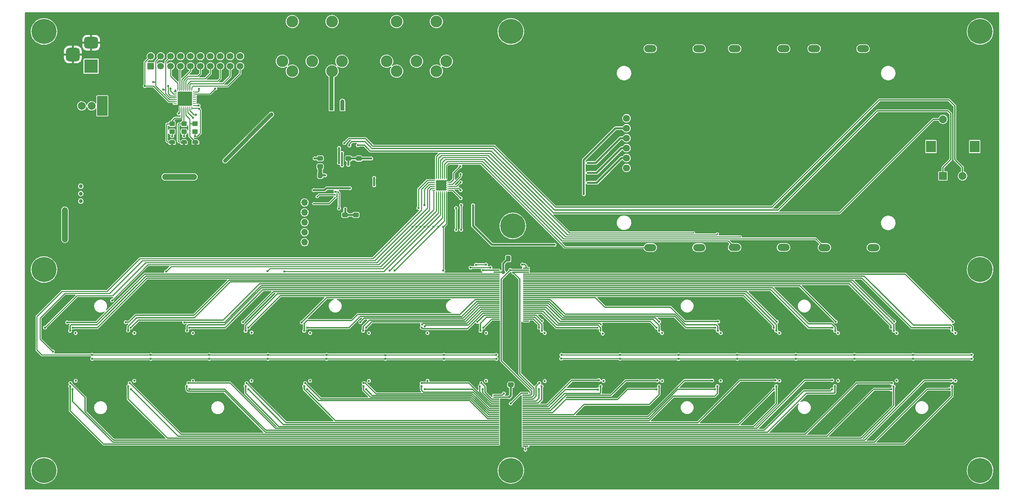
<source format=gbr>
%TF.GenerationSoftware,KiCad,Pcbnew,(6.0.5-0)*%
%TF.CreationDate,2022-06-20T23:42:21+01:00*%
%TF.ProjectId,BassStation_Sequencer_MidiInterface,42617373-5374-4617-9469-6f6e5f536571,B*%
%TF.SameCoordinates,Original*%
%TF.FileFunction,Copper,L4,Bot*%
%TF.FilePolarity,Positive*%
%FSLAX46Y46*%
G04 Gerber Fmt 4.6, Leading zero omitted, Abs format (unit mm)*
G04 Created by KiCad (PCBNEW (6.0.5-0)) date 2022-06-20 23:42:21*
%MOMM*%
%LPD*%
G01*
G04 APERTURE LIST*
G04 Aperture macros list*
%AMRoundRect*
0 Rectangle with rounded corners*
0 $1 Rounding radius*
0 $2 $3 $4 $5 $6 $7 $8 $9 X,Y pos of 4 corners*
0 Add a 4 corners polygon primitive as box body*
4,1,4,$2,$3,$4,$5,$6,$7,$8,$9,$2,$3,0*
0 Add four circle primitives for the rounded corners*
1,1,$1+$1,$2,$3*
1,1,$1+$1,$4,$5*
1,1,$1+$1,$6,$7*
1,1,$1+$1,$8,$9*
0 Add four rect primitives between the rounded corners*
20,1,$1+$1,$2,$3,$4,$5,0*
20,1,$1+$1,$4,$5,$6,$7,0*
20,1,$1+$1,$6,$7,$8,$9,0*
20,1,$1+$1,$8,$9,$2,$3,0*%
%AMFreePoly0*
4,1,22,0.500000,-0.750000,0.000000,-0.750000,0.000000,-0.745033,-0.079941,-0.743568,-0.215256,-0.701293,-0.333266,-0.622738,-0.424486,-0.514219,-0.481581,-0.384460,-0.499164,-0.250000,-0.500000,-0.250000,-0.500000,0.250000,-0.499164,0.250000,-0.499963,0.256109,-0.478152,0.396186,-0.417904,0.524511,-0.324060,0.630769,-0.204165,0.706417,-0.067858,0.745374,0.000000,0.744959,0.000000,0.750000,
0.500000,0.750000,0.500000,-0.750000,0.500000,-0.750000,$1*%
%AMFreePoly1*
4,1,20,0.000000,0.744959,0.073905,0.744508,0.209726,0.703889,0.328688,0.626782,0.421226,0.519385,0.479903,0.390333,0.500000,0.250000,0.500000,-0.250000,0.499851,-0.262216,0.476331,-0.402017,0.414519,-0.529596,0.319384,-0.634700,0.198574,-0.708877,0.061801,-0.746166,0.000000,-0.745033,0.000000,-0.750000,-0.500000,-0.750000,-0.500000,0.750000,0.000000,0.750000,0.000000,0.744959,
0.000000,0.744959,$1*%
G04 Aperture macros list end*
%TA.AperFunction,ComponentPad*%
%ADD10C,3.000000*%
%TD*%
%TA.AperFunction,ComponentPad*%
%ADD11C,0.800000*%
%TD*%
%TA.AperFunction,ComponentPad*%
%ADD12C,6.400000*%
%TD*%
%TA.AperFunction,ComponentPad*%
%ADD13RoundRect,0.250000X0.600000X-0.600000X0.600000X0.600000X-0.600000X0.600000X-0.600000X-0.600000X0*%
%TD*%
%TA.AperFunction,ComponentPad*%
%ADD14C,1.700000*%
%TD*%
%TA.AperFunction,ComponentPad*%
%ADD15R,3.500000X3.500000*%
%TD*%
%TA.AperFunction,ComponentPad*%
%ADD16RoundRect,0.750000X-1.000000X0.750000X-1.000000X-0.750000X1.000000X-0.750000X1.000000X0.750000X0*%
%TD*%
%TA.AperFunction,ComponentPad*%
%ADD17RoundRect,0.875000X-0.875000X0.875000X-0.875000X-0.875000X0.875000X-0.875000X0.875000X0.875000X0*%
%TD*%
%TA.AperFunction,ComponentPad*%
%ADD18R,1.800000X1.800000*%
%TD*%
%TA.AperFunction,ComponentPad*%
%ADD19C,1.800000*%
%TD*%
%TA.AperFunction,ComponentPad*%
%ADD20C,2.000000*%
%TD*%
%TA.AperFunction,ComponentPad*%
%ADD21O,3.048000X1.850000*%
%TD*%
%TA.AperFunction,ComponentPad*%
%ADD22R,1.700000X1.700000*%
%TD*%
%TA.AperFunction,ComponentPad*%
%ADD23O,1.700000X1.700000*%
%TD*%
%TA.AperFunction,ComponentPad*%
%ADD24R,2.000000X2.000000*%
%TD*%
%TA.AperFunction,ComponentPad*%
%ADD25R,2.500000X3.000000*%
%TD*%
%TA.AperFunction,SMDPad,CuDef*%
%ADD26R,1.550000X0.300000*%
%TD*%
%TA.AperFunction,SMDPad,CuDef*%
%ADD27R,3.610000X6.350000*%
%TD*%
%TA.AperFunction,SMDPad,CuDef*%
%ADD28RoundRect,0.250000X-0.337500X-0.475000X0.337500X-0.475000X0.337500X0.475000X-0.337500X0.475000X0*%
%TD*%
%TA.AperFunction,SMDPad,CuDef*%
%ADD29RoundRect,0.250000X0.475000X-0.337500X0.475000X0.337500X-0.475000X0.337500X-0.475000X-0.337500X0*%
%TD*%
%TA.AperFunction,SMDPad,CuDef*%
%ADD30RoundRect,0.250000X-0.475000X0.337500X-0.475000X-0.337500X0.475000X-0.337500X0.475000X0.337500X0*%
%TD*%
%TA.AperFunction,SMDPad,CuDef*%
%ADD31R,1.100000X1.100000*%
%TD*%
%TA.AperFunction,SMDPad,CuDef*%
%ADD32RoundRect,0.250000X0.337500X0.475000X-0.337500X0.475000X-0.337500X-0.475000X0.337500X-0.475000X0*%
%TD*%
%TA.AperFunction,SMDPad,CuDef*%
%ADD33RoundRect,0.249999X0.450001X-0.350001X0.450001X0.350001X-0.450001X0.350001X-0.450001X-0.350001X0*%
%TD*%
%TA.AperFunction,SMDPad,CuDef*%
%ADD34RoundRect,0.062500X-0.375000X-0.062500X0.375000X-0.062500X0.375000X0.062500X-0.375000X0.062500X0*%
%TD*%
%TA.AperFunction,SMDPad,CuDef*%
%ADD35RoundRect,0.062500X-0.062500X-0.375000X0.062500X-0.375000X0.062500X0.375000X-0.062500X0.375000X0*%
%TD*%
%TA.AperFunction,ComponentPad*%
%ADD36C,0.500000*%
%TD*%
%TA.AperFunction,SMDPad,CuDef*%
%ADD37R,3.100000X3.100000*%
%TD*%
%TA.AperFunction,SMDPad,CuDef*%
%ADD38RoundRect,0.062500X0.062500X-0.375000X0.062500X0.375000X-0.062500X0.375000X-0.062500X-0.375000X0*%
%TD*%
%TA.AperFunction,SMDPad,CuDef*%
%ADD39RoundRect,0.062500X0.375000X-0.062500X0.375000X0.062500X-0.375000X0.062500X-0.375000X-0.062500X0*%
%TD*%
%TA.AperFunction,SMDPad,CuDef*%
%ADD40R,2.300000X2.300000*%
%TD*%
%TA.AperFunction,SMDPad,CuDef*%
%ADD41FreePoly0,270.000000*%
%TD*%
%TA.AperFunction,SMDPad,CuDef*%
%ADD42FreePoly1,270.000000*%
%TD*%
%TA.AperFunction,ViaPad*%
%ADD43C,1.000000*%
%TD*%
%TA.AperFunction,ViaPad*%
%ADD44C,0.600000*%
%TD*%
%TA.AperFunction,ViaPad*%
%ADD45C,0.400000*%
%TD*%
%TA.AperFunction,ViaPad*%
%ADD46C,0.500000*%
%TD*%
%TA.AperFunction,Conductor*%
%ADD47C,1.000000*%
%TD*%
%TA.AperFunction,Conductor*%
%ADD48C,1.500000*%
%TD*%
%TA.AperFunction,Conductor*%
%ADD49C,0.250000*%
%TD*%
%TA.AperFunction,Conductor*%
%ADD50C,0.500000*%
%TD*%
%TA.AperFunction,Conductor*%
%ADD51C,0.300000*%
%TD*%
G04 APERTURE END LIST*
%TO.C,JP2*%
G36*
X122474000Y-129536000D02*
G01*
X121874000Y-129536000D01*
X121874000Y-129036000D01*
X122474000Y-129036000D01*
X122474000Y-129536000D01*
G37*
%TO.C,JP3*%
G36*
X119426000Y-129536000D02*
G01*
X118826000Y-129536000D01*
X118826000Y-129036000D01*
X119426000Y-129036000D01*
X119426000Y-129536000D01*
G37*
%TO.C,JP1*%
G36*
X125395000Y-129521000D02*
G01*
X124795000Y-129521000D01*
X124795000Y-129021000D01*
X125395000Y-129021000D01*
X125395000Y-129521000D01*
G37*
%TD*%
D10*
%TO.P,J2,2*%
%TO.N,unconnected-(J2-Pad2)*%
X181610000Y-107950000D03*
%TO.P,J2,3*%
%TO.N,unconnected-(J2-Pad3)*%
X189230000Y-107950000D03*
%TO.P,J2,1*%
%TO.N,unconnected-(J2-Pad1)*%
X173990000Y-107950000D03*
%TO.P,J2,4*%
%TO.N,Net-(R3-Pad1)*%
X176530000Y-110490000D03*
%TO.P,J2,5*%
%TO.N,Net-(R2-Pad2)*%
X186690000Y-110490000D03*
%TO.P,J2,~*%
%TO.N,N/C*%
X186690000Y-97790000D03*
X176530000Y-97790000D03*
%TD*%
%TO.P,J1,2*%
%TO.N,unconnected-(J1-Pad2)*%
X154940000Y-107950000D03*
%TO.P,J1,3*%
%TO.N,unconnected-(J1-Pad3)*%
X162560000Y-107950000D03*
%TO.P,J1,1*%
%TO.N,unconnected-(J1-Pad1)*%
X147320000Y-107950000D03*
%TO.P,J1,4*%
%TO.N,Net-(J1-Pad4)*%
X149860000Y-110490000D03*
%TO.P,J1,5*%
%TO.N,Net-(J1-Pad5)*%
X160020000Y-110490000D03*
%TO.P,J1,~*%
%TO.N,N/C*%
X160020000Y-97790000D03*
X149860000Y-97790000D03*
%TD*%
D11*
%TO.P,REF\u002A\u002A,1*%
%TO.N,N/C*%
X327452056Y-102027056D03*
X324057944Y-98632944D03*
X327452056Y-98632944D03*
D12*
X325755000Y-100330000D03*
D11*
X323355000Y-100330000D03*
X325755000Y-97930000D03*
X324057944Y-102027056D03*
X328155000Y-100330000D03*
X325755000Y-102730000D03*
%TD*%
%TO.P,REF\u002A\u002A,1*%
%TO.N,N/C*%
X207437056Y-214422056D03*
X203340000Y-212725000D03*
X208140000Y-212725000D03*
X204042944Y-214422056D03*
X205740000Y-215125000D03*
X207437056Y-211027944D03*
X204042944Y-211027944D03*
D12*
X205740000Y-212725000D03*
D11*
X205740000Y-210325000D03*
%TD*%
D13*
%TO.P,J4,1,Pin_1*%
%TO.N,unconnected-(J4-Pad1)*%
X113665000Y-109220000D03*
D14*
%TO.P,J4,2,Pin_2*%
%TO.N,/CrossPoint Output Switching/X0*%
X113665000Y-106680000D03*
%TO.P,J4,3,Pin_3*%
%TO.N,unconnected-(J4-Pad3)*%
X116205000Y-109220000D03*
%TO.P,J4,4,Pin_4*%
%TO.N,/CrossPoint Output Switching/X1*%
X116205000Y-106680000D03*
%TO.P,J4,5,Pin_5*%
%TO.N,/CrossPoint Output Switching/Y0*%
X118745000Y-109220000D03*
%TO.P,J4,6,Pin_6*%
%TO.N,/CrossPoint Output Switching/X2*%
X118745000Y-106680000D03*
%TO.P,J4,7,Pin_7*%
%TO.N,/CrossPoint Output Switching/Y1*%
X121285000Y-109220000D03*
%TO.P,J4,8,Pin_8*%
%TO.N,/CrossPoint Output Switching/X3*%
X121285000Y-106680000D03*
%TO.P,J4,9,Pin_9*%
%TO.N,/CrossPoint Output Switching/Y2*%
X123825000Y-109220000D03*
%TO.P,J4,10,Pin_10*%
%TO.N,/CrossPoint Output Switching/X4*%
X123825000Y-106680000D03*
%TO.P,J4,11,Pin_11*%
%TO.N,/CrossPoint Output Switching/Y3*%
X126365000Y-109220000D03*
%TO.P,J4,12,Pin_12*%
%TO.N,/CrossPoint Output Switching/X5*%
X126365000Y-106680000D03*
%TO.P,J4,13,Pin_13*%
%TO.N,/CrossPoint Output Switching/Y4*%
X128905000Y-109220000D03*
%TO.P,J4,14,Pin_14*%
%TO.N,/CrossPoint Output Switching/X6*%
X128905000Y-106680000D03*
%TO.P,J4,15,Pin_15*%
%TO.N,/CrossPoint Output Switching/Y5*%
X131445000Y-109220000D03*
%TO.P,J4,16,Pin_16*%
%TO.N,/CrossPoint Output Switching/X7*%
X131445000Y-106680000D03*
%TO.P,J4,17,Pin_17*%
%TO.N,/CrossPoint Output Switching/Y6*%
X133985000Y-109220000D03*
%TO.P,J4,18,Pin_18*%
%TO.N,unconnected-(J4-Pad18)*%
X133985000Y-106680000D03*
%TO.P,J4,19,Pin_19*%
%TO.N,/CrossPoint Output Switching/Y7*%
X136525000Y-109220000D03*
%TO.P,J4,20,Pin_20*%
%TO.N,unconnected-(J4-Pad20)*%
X136525000Y-106680000D03*
%TD*%
D15*
%TO.P,J5,1*%
%TO.N,Net-(J5-Pad1)*%
X98425000Y-109220000D03*
D16*
%TO.P,J5,2*%
%TO.N,GND*%
X98425000Y-103220000D03*
D17*
%TO.P,J5,3*%
X93725000Y-106220000D03*
%TD*%
D18*
%TO.P,J8,1,Pin_1*%
%TO.N,GND*%
X235331000Y-137795000D03*
D19*
%TO.P,J8,2,Pin_2*%
%TO.N,/OLED_Display/+3.3V_OLED*%
X235331000Y-135255000D03*
%TO.P,J8,3,Pin_3*%
%TO.N,/MCU/SPI1_SCK*%
X235331000Y-132715000D03*
%TO.P,J8,4,Pin_4*%
%TO.N,/MCU/SPI1_MOSI*%
X235331000Y-130175000D03*
%TO.P,J8,5,Pin_5*%
%TO.N,/MCU/SPI1_RESET*%
X235331000Y-127635000D03*
%TO.P,J8,6,Pin_6*%
%TO.N,/MCU/SPI1_DC*%
X235331000Y-125095000D03*
%TO.P,J8,7,Pin_7*%
%TO.N,unconnected-(J8-Pad7)*%
X235331000Y-122555000D03*
%TD*%
D11*
%TO.P,REF\u002A\u002A,1*%
%TO.N,N/C*%
X325755000Y-163690000D03*
D12*
X325755000Y-161290000D03*
D11*
X327452056Y-159592944D03*
X323355000Y-161290000D03*
X324057944Y-162987056D03*
X327452056Y-162987056D03*
X324057944Y-159592944D03*
X328155000Y-161290000D03*
X325755000Y-158890000D03*
%TD*%
D20*
%TO.P,SW3,1,A*%
%TO.N,/PSU/PMOSReversePolarityProtection/VIN*%
X96012000Y-119380000D03*
%TO.P,SW3,2,B*%
%TO.N,Net-(J5-Pad1)*%
X98552000Y-119380000D03*
%TO.P,SW3,3,C*%
%TO.N,unconnected-(SW3-Pad3)*%
X101092000Y-119380000D03*
%TD*%
D11*
%TO.P,REF\u002A\u002A,1*%
%TO.N,N/C*%
X327452056Y-211027944D03*
D12*
X325755000Y-212725000D03*
D11*
X325755000Y-215125000D03*
X328155000Y-212725000D03*
X327452056Y-214422056D03*
X324057944Y-211027944D03*
X325755000Y-210325000D03*
X324057944Y-214422056D03*
X323355000Y-212725000D03*
%TD*%
%TO.P,REF\u002A\u002A,1*%
%TO.N,N/C*%
X207945056Y-148416944D03*
X204550944Y-151811056D03*
X203848000Y-150114000D03*
X206248000Y-152514000D03*
D12*
X206248000Y-150114000D03*
D11*
X206248000Y-147714000D03*
X207945056Y-151811056D03*
X204550944Y-148416944D03*
X208648000Y-150114000D03*
%TD*%
D21*
%TO.P,SW5,1,A*%
%TO.N,GND*%
X253890000Y-160655000D03*
X241390000Y-160655000D03*
%TO.P,SW5,2,B*%
%TO.N,/Input Keyscan and RGB LED Driver/ADP5587_SW6*%
X241390000Y-155655000D03*
X253890000Y-155655000D03*
%TD*%
D11*
%TO.P,REF\u002A\u002A,1*%
%TO.N,N/C*%
X88057056Y-162987056D03*
X86360000Y-163690000D03*
X84662944Y-162987056D03*
X88057056Y-159592944D03*
D12*
X86360000Y-161290000D03*
D11*
X83960000Y-161290000D03*
X84662944Y-159592944D03*
X86360000Y-158890000D03*
X88760000Y-161290000D03*
%TD*%
D21*
%TO.P,SW9,1,A*%
%TO.N,GND*%
X298450000Y-160655000D03*
X285950000Y-160655000D03*
%TO.P,SW9,2,B*%
%TO.N,/Input Keyscan and RGB LED Driver/ADP5587_SW4*%
X298450000Y-155655000D03*
X285950000Y-155655000D03*
%TD*%
%TO.P,SW10,1,A*%
%TO.N,GND*%
X275480000Y-160615000D03*
X262980000Y-160615000D03*
%TO.P,SW10,2,B*%
%TO.N,/Input Keyscan and RGB LED Driver/ADP5587_SW5*%
X262980000Y-155615000D03*
X275480000Y-155615000D03*
%TD*%
D11*
%TO.P,REF\u002A\u002A,1*%
%TO.N,N/C*%
X84662944Y-102027056D03*
D12*
X86360000Y-100330000D03*
D11*
X88057056Y-102027056D03*
X86360000Y-97930000D03*
X88760000Y-100330000D03*
X88057056Y-98632944D03*
X86360000Y-102730000D03*
X84662944Y-98632944D03*
X83960000Y-100330000D03*
%TD*%
D22*
%TO.P,J3,1,Pin_1*%
%TO.N,GND*%
X153010000Y-156820000D03*
D23*
%TO.P,J3,2,Pin_2*%
%TO.N,+5V*%
X153010000Y-154280000D03*
%TO.P,J3,3,Pin_3*%
%TO.N,/MCU/SD_SPI2_MISO*%
X153010000Y-151740000D03*
%TO.P,J3,4,Pin_4*%
%TO.N,/Input Keyscan and RGB LED Driver/TLC5955_SIN*%
X153010000Y-149200000D03*
%TO.P,J3,5,Pin_5*%
%TO.N,/Input Keyscan and RGB LED Driver/TLC5955_SCLK*%
X153010000Y-146660000D03*
%TO.P,J3,6,Pin_6*%
%TO.N,/MCU/SD_SPI2_CS*%
X153010000Y-144120000D03*
%TD*%
D21*
%TO.P,SW8,1,A*%
%TO.N,GND*%
X295820000Y-99735000D03*
X283320000Y-99735000D03*
%TO.P,SW8,2,B*%
%TO.N,/Input Keyscan and RGB LED Driver/ADP5587_SW3*%
X295820000Y-104735000D03*
X283320000Y-104735000D03*
%TD*%
%TO.P,SW6,1,A*%
%TO.N,GND*%
X263000000Y-99735000D03*
X275500000Y-99735000D03*
%TO.P,SW6,2,B*%
%TO.N,/Input Keyscan and RGB LED Driver/ADP5587_SW2*%
X275500000Y-104735000D03*
X263000000Y-104735000D03*
%TD*%
D24*
%TO.P,SW1,A,A*%
%TO.N,/MCU/TIM1_CH1*%
X316270000Y-137314000D03*
D20*
%TO.P,SW1,B,B*%
%TO.N,/MCU/TIM1_CH2*%
X321270000Y-137314000D03*
%TO.P,SW1,C,C*%
%TO.N,GND*%
X318770000Y-137314000D03*
D25*
%TO.P,SW1,MP*%
%TO.N,N/C*%
X324370000Y-129814000D03*
X313170000Y-129814000D03*
D20*
%TO.P,SW1,S1,S1*%
%TO.N,/MCU/TIM1_SW*%
X316270000Y-122814000D03*
%TO.P,SW1,S2,S2*%
%TO.N,GND*%
X321270000Y-122814000D03*
%TD*%
D11*
%TO.P,REF\u002A\u002A,1*%
%TO.N,N/C*%
X205740000Y-97930000D03*
X204042944Y-102027056D03*
X205740000Y-102730000D03*
X208140000Y-100330000D03*
X207437056Y-98632944D03*
D12*
X205740000Y-100330000D03*
D11*
X204042944Y-98632944D03*
X203340000Y-100330000D03*
X207437056Y-102027056D03*
%TD*%
D21*
%TO.P,SW4,1,A*%
%TO.N,GND*%
X241410000Y-99735000D03*
X253910000Y-99735000D03*
%TO.P,SW4,2,B*%
%TO.N,/Input Keyscan and RGB LED Driver/ADP5587_SW1*%
X253910000Y-104735000D03*
X241410000Y-104735000D03*
%TD*%
D11*
%TO.P,REF\u002A\u002A,1*%
%TO.N,N/C*%
X84662944Y-214422056D03*
X84662944Y-211027944D03*
D12*
X86360000Y-212725000D03*
D11*
X83960000Y-212725000D03*
X88760000Y-212725000D03*
X88057056Y-211027944D03*
X88057056Y-214422056D03*
X86360000Y-210325000D03*
X86360000Y-215125000D03*
%TD*%
D26*
%TO.P,U36,1,SIN*%
%TO.N,/Input Keyscan and RGB LED Driver/TLC5955_SIN*%
X209490000Y-192957500D03*
%TO.P,U36,2,SCLK*%
%TO.N,/Input Keyscan and RGB LED Driver/TLC5955_SCLK*%
X209490000Y-193457500D03*
%TO.P,U36,3,LAT*%
%TO.N,/Input Keyscan and RGB LED Driver/TLC5955_LAT*%
X209490000Y-193957500D03*
%TO.P,U36,4,OUTB4*%
%TO.N,/Input Keyscan and RGB LED Driver/LEDBK9*%
X209490000Y-194457500D03*
%TO.P,U36,5,OUTR4*%
%TO.N,/Input Keyscan and RGB LED Driver/LEDRK9*%
X209490000Y-194957500D03*
%TO.P,U36,6,OUTG4*%
%TO.N,/Input Keyscan and RGB LED Driver/LEDGK9*%
X209490000Y-195457500D03*
%TO.P,U36,7,OUTB0*%
%TO.N,/Input Keyscan and RGB LED Driver/LEDBK10*%
X209490000Y-195957500D03*
%TO.P,U36,8,OUTR0*%
%TO.N,/Input Keyscan and RGB LED Driver/LEDRK10*%
X209490000Y-196457500D03*
%TO.P,U36,9,OUTG0*%
%TO.N,/Input Keyscan and RGB LED Driver/LEDGK10*%
X209490000Y-196957500D03*
%TO.P,U36,10,OUTB5*%
%TO.N,/Input Keyscan and RGB LED Driver/LEDBK11*%
X209490000Y-197457500D03*
%TO.P,U36,11,OUTR5*%
%TO.N,/Input Keyscan and RGB LED Driver/LEDRK11*%
X209490000Y-197957500D03*
%TO.P,U36,12,OUTG5*%
%TO.N,/Input Keyscan and RGB LED Driver/LEDGK11*%
X209490000Y-198457500D03*
%TO.P,U36,13,OUTB1*%
%TO.N,/Input Keyscan and RGB LED Driver/LEDBK12*%
X209490000Y-198957500D03*
%TO.P,U36,14,OUTR1*%
%TO.N,/Input Keyscan and RGB LED Driver/LEDRK12*%
X209490000Y-199457500D03*
%TO.P,U36,15,OUTG1*%
%TO.N,/Input Keyscan and RGB LED Driver/LEDGK12*%
X209490000Y-199957500D03*
%TO.P,U36,16,OUTB2*%
%TO.N,/Input Keyscan and RGB LED Driver/LEDBK13*%
X209490000Y-200457500D03*
%TO.P,U36,17,OUTR2*%
%TO.N,/Input Keyscan and RGB LED Driver/LEDRK13*%
X209490000Y-200957500D03*
%TO.P,U36,18,OUTG2*%
%TO.N,/Input Keyscan and RGB LED Driver/LEDGK13*%
X209490000Y-201457500D03*
%TO.P,U36,19,OUTB6*%
%TO.N,/Input Keyscan and RGB LED Driver/LEDBK14*%
X209490000Y-201957500D03*
%TO.P,U36,20,OUTR6*%
%TO.N,/Input Keyscan and RGB LED Driver/LEDRK14*%
X209490000Y-202457500D03*
%TO.P,U36,21,OUTG6*%
%TO.N,/Input Keyscan and RGB LED Driver/LEDGK14*%
X209490000Y-202957500D03*
%TO.P,U36,22,OUTB3*%
%TO.N,/Input Keyscan and RGB LED Driver/LEDBK15*%
X209490000Y-203457500D03*
%TO.P,U36,23,OUTR3*%
%TO.N,/Input Keyscan and RGB LED Driver/LEDRK15*%
X209490000Y-203957500D03*
%TO.P,U36,24,OUTG3*%
%TO.N,/Input Keyscan and RGB LED Driver/LEDGK15*%
X209490000Y-204457500D03*
%TO.P,U36,25,OUTB7*%
%TO.N,/Input Keyscan and RGB LED Driver/LEDBK16*%
X209490000Y-204957500D03*
%TO.P,U36,26,OUTR7*%
%TO.N,/Input Keyscan and RGB LED Driver/LEDRK16*%
X209490000Y-205457500D03*
%TO.P,U36,27,OUTG7*%
%TO.N,/Input Keyscan and RGB LED Driver/LEDGK16*%
X209490000Y-205957500D03*
%TO.P,U36,28,SOUT*%
%TO.N,Net-(TP16-Pad1)*%
X209490000Y-206457500D03*
%TO.P,U36,29,GND*%
%TO.N,GND*%
X201990000Y-206457500D03*
%TO.P,U36,30,OUTG11*%
%TO.N,/Input Keyscan and RGB LED Driver/LEDGK1*%
X201990000Y-205957500D03*
%TO.P,U36,31,OUTR11*%
%TO.N,/Input Keyscan and RGB LED Driver/LEDRK1*%
X201990000Y-205457500D03*
%TO.P,U36,32,OUTB11*%
%TO.N,/Input Keyscan and RGB LED Driver/LEDBK1*%
X201990000Y-204957500D03*
%TO.P,U36,33,OUTG15*%
%TO.N,/Input Keyscan and RGB LED Driver/LEDGK2*%
X201990000Y-204457500D03*
%TO.P,U36,34,OUTR15*%
%TO.N,/Input Keyscan and RGB LED Driver/LEDRK2*%
X201990000Y-203957500D03*
%TO.P,U36,35,OUTB15*%
%TO.N,/Input Keyscan and RGB LED Driver/LEDBK2*%
X201990000Y-203457500D03*
%TO.P,U36,36,OUTG10*%
%TO.N,/Input Keyscan and RGB LED Driver/LEDGK3*%
X201990000Y-202957500D03*
%TO.P,U36,37,OUTR10*%
%TO.N,/Input Keyscan and RGB LED Driver/LEDRK3*%
X201990000Y-202457500D03*
%TO.P,U36,38,OUTB10*%
%TO.N,/Input Keyscan and RGB LED Driver/LEDBK3*%
X201990000Y-201957500D03*
%TO.P,U36,39,OUTG14*%
%TO.N,/Input Keyscan and RGB LED Driver/LEDGK4*%
X201990000Y-201457500D03*
%TO.P,U36,40,OUTR14*%
%TO.N,/Input Keyscan and RGB LED Driver/LEDRK4*%
X201990000Y-200957500D03*
%TO.P,U36,41,OUTB14*%
%TO.N,/Input Keyscan and RGB LED Driver/LEDBK4*%
X201990000Y-200457500D03*
%TO.P,U36,42,OUTG13*%
%TO.N,/Input Keyscan and RGB LED Driver/LEDGK5*%
X201990000Y-199957500D03*
%TO.P,U36,43,OUTR13*%
%TO.N,/Input Keyscan and RGB LED Driver/LEDRK5*%
X201990000Y-199457500D03*
%TO.P,U36,44,OUTB13*%
%TO.N,/Input Keyscan and RGB LED Driver/LEDBK5*%
X201990000Y-198957500D03*
%TO.P,U36,45,OUTG9*%
%TO.N,/Input Keyscan and RGB LED Driver/LEDGK6*%
X201990000Y-198457500D03*
%TO.P,U36,46,OUTR9*%
%TO.N,/Input Keyscan and RGB LED Driver/LEDRK6*%
X201990000Y-197957500D03*
%TO.P,U36,47,OUTB9*%
%TO.N,/Input Keyscan and RGB LED Driver/LEDBK6*%
X201990000Y-197457500D03*
%TO.P,U36,48,OUTG12*%
%TO.N,/Input Keyscan and RGB LED Driver/LEDGK7*%
X201990000Y-196957500D03*
%TO.P,U36,49,OUTR12*%
%TO.N,/Input Keyscan and RGB LED Driver/LEDRK7*%
X201990000Y-196457500D03*
%TO.P,U36,50,OUTB12*%
%TO.N,/Input Keyscan and RGB LED Driver/LEDBK7*%
X201990000Y-195957500D03*
%TO.P,U36,51,OUTG8*%
%TO.N,/Input Keyscan and RGB LED Driver/LEDGK8*%
X201990000Y-195457500D03*
%TO.P,U36,52,OUTR8*%
%TO.N,/Input Keyscan and RGB LED Driver/LEDRK8*%
X201990000Y-194957500D03*
%TO.P,U36,53,OUTB8*%
%TO.N,/Input Keyscan and RGB LED Driver/LEDBK8*%
X201990000Y-194457500D03*
%TO.P,U36,54,VCC*%
%TO.N,/Input Keyscan and RGB LED Driver/TLC5955_VIN1*%
X201990000Y-193957500D03*
%TO.P,U36,55,GSCLK*%
%TO.N,/Input Keyscan and RGB LED Driver/TLC5955_GSCLK*%
X201990000Y-193457500D03*
%TO.P,U36,56,GND*%
%TO.N,GND*%
X201990000Y-192957500D03*
D27*
%TO.P,U36,57,EP*%
X205740000Y-199707500D03*
%TD*%
D26*
%TO.P,U37,1,SIN*%
%TO.N,Net-(TP16-Pad1)*%
X209617000Y-160953500D03*
%TO.P,U37,2,SCLK*%
%TO.N,/Input Keyscan and RGB LED Driver/TLC5955_SCLK*%
X209617000Y-161453500D03*
%TO.P,U37,3,LAT*%
%TO.N,/Input Keyscan and RGB LED Driver/TLC5955_LAT*%
X209617000Y-161953500D03*
%TO.P,U37,4,OUTB4*%
%TO.N,/Input Keyscan and RGB LED Driver/LEDBK32*%
X209617000Y-162453500D03*
%TO.P,U37,5,OUTR4*%
%TO.N,/Input Keyscan and RGB LED Driver/LEDRK32*%
X209617000Y-162953500D03*
%TO.P,U37,6,OUTG4*%
%TO.N,/Input Keyscan and RGB LED Driver/LEDGK32*%
X209617000Y-163453500D03*
%TO.P,U37,7,OUTB0*%
%TO.N,/Input Keyscan and RGB LED Driver/LEDBK31*%
X209617000Y-163953500D03*
%TO.P,U37,8,OUTR0*%
%TO.N,/Input Keyscan and RGB LED Driver/LEDRK31*%
X209617000Y-164453500D03*
%TO.P,U37,9,OUTG0*%
%TO.N,/Input Keyscan and RGB LED Driver/LEDGK31*%
X209617000Y-164953500D03*
%TO.P,U37,10,OUTB5*%
%TO.N,/Input Keyscan and RGB LED Driver/LEDBK30*%
X209617000Y-165453500D03*
%TO.P,U37,11,OUTR5*%
%TO.N,/Input Keyscan and RGB LED Driver/LEDRK30*%
X209617000Y-165953500D03*
%TO.P,U37,12,OUTG5*%
%TO.N,/Input Keyscan and RGB LED Driver/LEDGK30*%
X209617000Y-166453500D03*
%TO.P,U37,13,OUTB1*%
%TO.N,/Input Keyscan and RGB LED Driver/LEDBK29*%
X209617000Y-166953500D03*
%TO.P,U37,14,OUTR1*%
%TO.N,/Input Keyscan and RGB LED Driver/LEDRK29*%
X209617000Y-167453500D03*
%TO.P,U37,15,OUTG1*%
%TO.N,/Input Keyscan and RGB LED Driver/LEDGK29*%
X209617000Y-167953500D03*
%TO.P,U37,16,OUTB2*%
%TO.N,/Input Keyscan and RGB LED Driver/LEDBK28*%
X209617000Y-168453500D03*
%TO.P,U37,17,OUTR2*%
%TO.N,/Input Keyscan and RGB LED Driver/LEDRK28*%
X209617000Y-168953500D03*
%TO.P,U37,18,OUTG2*%
%TO.N,/Input Keyscan and RGB LED Driver/LEDGK28*%
X209617000Y-169453500D03*
%TO.P,U37,19,OUTB6*%
%TO.N,/Input Keyscan and RGB LED Driver/LEDBK27*%
X209617000Y-169953500D03*
%TO.P,U37,20,OUTR6*%
%TO.N,/Input Keyscan and RGB LED Driver/LEDRK27*%
X209617000Y-170453500D03*
%TO.P,U37,21,OUTG6*%
%TO.N,/Input Keyscan and RGB LED Driver/LEDGK27*%
X209617000Y-170953500D03*
%TO.P,U37,22,OUTB3*%
%TO.N,/Input Keyscan and RGB LED Driver/LEDBK26*%
X209617000Y-171453500D03*
%TO.P,U37,23,OUTR3*%
%TO.N,/Input Keyscan and RGB LED Driver/LEDRK26*%
X209617000Y-171953500D03*
%TO.P,U37,24,OUTG3*%
%TO.N,/Input Keyscan and RGB LED Driver/LEDGK26*%
X209617000Y-172453500D03*
%TO.P,U37,25,OUTB7*%
%TO.N,/Input Keyscan and RGB LED Driver/LEDBK25*%
X209617000Y-172953500D03*
%TO.P,U37,26,OUTR7*%
%TO.N,/Input Keyscan and RGB LED Driver/LEDRK25*%
X209617000Y-173453500D03*
%TO.P,U37,27,OUTG7*%
%TO.N,/Input Keyscan and RGB LED Driver/LEDGK25*%
X209617000Y-173953500D03*
%TO.P,U37,28,SOUT*%
%TO.N,unconnected-(U37-Pad28)*%
X209617000Y-174453500D03*
%TO.P,U37,29,GND*%
%TO.N,GND*%
X202117000Y-174453500D03*
%TO.P,U37,30,OUTG11*%
%TO.N,/Input Keyscan and RGB LED Driver/LEDGK24*%
X202117000Y-173953500D03*
%TO.P,U37,31,OUTR11*%
%TO.N,/Input Keyscan and RGB LED Driver/LEDRK24*%
X202117000Y-173453500D03*
%TO.P,U37,32,OUTB11*%
%TO.N,/Input Keyscan and RGB LED Driver/LEDBK24*%
X202117000Y-172953500D03*
%TO.P,U37,33,OUTG15*%
%TO.N,/Input Keyscan and RGB LED Driver/LEDGK23*%
X202117000Y-172453500D03*
%TO.P,U37,34,OUTR15*%
%TO.N,/Input Keyscan and RGB LED Driver/LEDRK23*%
X202117000Y-171953500D03*
%TO.P,U37,35,OUTB15*%
%TO.N,/Input Keyscan and RGB LED Driver/LEDBK23*%
X202117000Y-171453500D03*
%TO.P,U37,36,OUTG10*%
%TO.N,/Input Keyscan and RGB LED Driver/LEDGK22*%
X202117000Y-170953500D03*
%TO.P,U37,37,OUTR10*%
%TO.N,/Input Keyscan and RGB LED Driver/LEDRK22*%
X202117000Y-170453500D03*
%TO.P,U37,38,OUTB10*%
%TO.N,/Input Keyscan and RGB LED Driver/LEDBK22*%
X202117000Y-169953500D03*
%TO.P,U37,39,OUTG14*%
%TO.N,/Input Keyscan and RGB LED Driver/LEDGK21*%
X202117000Y-169453500D03*
%TO.P,U37,40,OUTR14*%
%TO.N,/Input Keyscan and RGB LED Driver/LEDRK21*%
X202117000Y-168953500D03*
%TO.P,U37,41,OUTB14*%
%TO.N,/Input Keyscan and RGB LED Driver/LEDBK21*%
X202117000Y-168453500D03*
%TO.P,U37,42,OUTG13*%
%TO.N,/Input Keyscan and RGB LED Driver/LEDGK20*%
X202117000Y-167953500D03*
%TO.P,U37,43,OUTR13*%
%TO.N,/Input Keyscan and RGB LED Driver/LEDRK20*%
X202117000Y-167453500D03*
%TO.P,U37,44,OUTB13*%
%TO.N,/Input Keyscan and RGB LED Driver/LEDBK20*%
X202117000Y-166953500D03*
%TO.P,U37,45,OUTG9*%
%TO.N,/Input Keyscan and RGB LED Driver/LEDGK19*%
X202117000Y-166453500D03*
%TO.P,U37,46,OUTR9*%
%TO.N,/Input Keyscan and RGB LED Driver/LEDRK19*%
X202117000Y-165953500D03*
%TO.P,U37,47,OUTB9*%
%TO.N,/Input Keyscan and RGB LED Driver/LEDBK19*%
X202117000Y-165453500D03*
%TO.P,U37,48,OUTG12*%
%TO.N,/Input Keyscan and RGB LED Driver/LEDGK18*%
X202117000Y-164953500D03*
%TO.P,U37,49,OUTR12*%
%TO.N,/Input Keyscan and RGB LED Driver/LEDRK18*%
X202117000Y-164453500D03*
%TO.P,U37,50,OUTB12*%
%TO.N,/Input Keyscan and RGB LED Driver/LEDBK18*%
X202117000Y-163953500D03*
%TO.P,U37,51,OUTG8*%
%TO.N,/Input Keyscan and RGB LED Driver/LEDGK17*%
X202117000Y-163453500D03*
%TO.P,U37,52,OUTR8*%
%TO.N,/Input Keyscan and RGB LED Driver/LEDRK17*%
X202117000Y-162953500D03*
%TO.P,U37,53,OUTB8*%
%TO.N,/Input Keyscan and RGB LED Driver/LEDBK17*%
X202117000Y-162453500D03*
%TO.P,U37,54,VCC*%
%TO.N,/Input Keyscan and RGB LED Driver/TLC5955_VIN1*%
X202117000Y-161953500D03*
%TO.P,U37,55,GSCLK*%
%TO.N,/Input Keyscan and RGB LED Driver/TLC5955_GSCLK*%
X202117000Y-161453500D03*
%TO.P,U37,56,GND*%
%TO.N,GND*%
X202117000Y-160953500D03*
D27*
%TO.P,U37,57,EP*%
X205867000Y-167703500D03*
%TD*%
D28*
%TO.P,C9,1*%
%TO.N,/Input Keyscan and RGB LED Driver/TLC5955_VIN1*%
X205083500Y-158496000D03*
%TO.P,C9,2*%
%TO.N,GND*%
X207158500Y-158496000D03*
%TD*%
D29*
%TO.P,C10,1*%
%TO.N,/Input Keyscan and RGB LED Driver/TLC5955_VIN1*%
X205740000Y-190775500D03*
%TO.P,C10,2*%
%TO.N,GND*%
X205740000Y-188700500D03*
%TD*%
%TO.P,C22,1*%
%TO.N,+3V3*%
X164211000Y-132863500D03*
%TO.P,C22,2*%
%TO.N,GND*%
X164211000Y-130788500D03*
%TD*%
D30*
%TO.P,C23,1*%
%TO.N,+3V3*%
X166116000Y-147298500D03*
%TO.P,C23,2*%
%TO.N,GND*%
X166116000Y-149373500D03*
%TD*%
D31*
%TO.P,D2,1,K*%
%TO.N,Net-(D2-Pad1)*%
X162690000Y-120015000D03*
%TO.P,D2,2,A*%
%TO.N,Net-(J1-Pad5)*%
X159890000Y-120015000D03*
%TD*%
D30*
%TO.P,R11,1*%
%TO.N,+3V3*%
X156972000Y-132820500D03*
%TO.P,R11,2*%
%TO.N,/MCU/SWDCLK*%
X156972000Y-134895500D03*
%TD*%
D32*
%TO.P,R12,1*%
%TO.N,/MCU/SWDCLK*%
X156993500Y-137160000D03*
%TO.P,R12,2*%
%TO.N,GND*%
X154918500Y-137160000D03*
%TD*%
D33*
%TO.P,R23,1*%
%TO.N,+3V3*%
X122174000Y-125968000D03*
%TO.P,R23,2*%
%TO.N,/CrossPoint Output Switching/A1*%
X122174000Y-123968000D03*
%TD*%
%TO.P,R24,1*%
%TO.N,+3V3*%
X119126000Y-125968000D03*
%TO.P,R24,2*%
%TO.N,/CrossPoint Output Switching/A2*%
X119126000Y-123968000D03*
%TD*%
D29*
%TO.P,C20,1*%
%TO.N,+3V3*%
X166878000Y-132863500D03*
%TO.P,C20,2*%
%TO.N,GND*%
X166878000Y-130788500D03*
%TD*%
D33*
%TO.P,R22,1*%
%TO.N,+3V3*%
X124968000Y-125968000D03*
%TO.P,R22,2*%
%TO.N,/CrossPoint Output Switching/A0*%
X124968000Y-123968000D03*
%TD*%
D34*
%TO.P,U34,1,VSS*%
%TO.N,GND*%
X119927000Y-119288500D03*
%TO.P,U34,2,DNC*%
%TO.N,unconnected-(U34-Pad2)*%
X119927000Y-118788500D03*
%TO.P,U34,3,X0*%
%TO.N,/CrossPoint Output Switching/X0*%
X119927000Y-118288500D03*
%TO.P,U34,4,X1*%
%TO.N,/CrossPoint Output Switching/X1*%
X119927000Y-117788500D03*
%TO.P,U34,5,X2*%
%TO.N,/CrossPoint Output Switching/X2*%
X119927000Y-117288500D03*
%TO.P,U34,6,X3*%
%TO.N,/CrossPoint Output Switching/X3*%
X119927000Y-116788500D03*
%TO.P,U34,7,X4*%
%TO.N,/CrossPoint Output Switching/X4*%
X119927000Y-116288500D03*
%TO.P,U34,8,X5*%
%TO.N,/CrossPoint Output Switching/X5*%
X119927000Y-115788500D03*
D35*
%TO.P,U34,9,Y0*%
%TO.N,/CrossPoint Output Switching/Y0*%
X120614500Y-115101000D03*
%TO.P,U34,10,Y1*%
%TO.N,/CrossPoint Output Switching/Y1*%
X121114500Y-115101000D03*
%TO.P,U34,11,Y2*%
%TO.N,/CrossPoint Output Switching/Y2*%
X121614500Y-115101000D03*
%TO.P,U34,12,Y3*%
%TO.N,/CrossPoint Output Switching/Y3*%
X122114500Y-115101000D03*
%TO.P,U34,13,Y4*%
%TO.N,/CrossPoint Output Switching/Y4*%
X122614500Y-115101000D03*
%TO.P,U34,14,Y5*%
%TO.N,/CrossPoint Output Switching/Y5*%
X123114500Y-115101000D03*
%TO.P,U34,15,Y6*%
%TO.N,/CrossPoint Output Switching/Y6*%
X123614500Y-115101000D03*
%TO.P,U34,16,Y7*%
%TO.N,/CrossPoint Output Switching/Y7*%
X124114500Y-115101000D03*
D34*
%TO.P,U34,17,X6*%
%TO.N,/CrossPoint Output Switching/X6*%
X124802000Y-115788500D03*
%TO.P,U34,18,X7*%
%TO.N,/CrossPoint Output Switching/X7*%
X124802000Y-116288500D03*
%TO.P,U34,19,DNC*%
%TO.N,unconnected-(U34-Pad19)*%
X124802000Y-116788500D03*
%TO.P,U34,20,DNC*%
%TO.N,unconnected-(U34-Pad20)*%
X124802000Y-117288500D03*
%TO.P,U34,21,DNC*%
%TO.N,unconnected-(U34-Pad21)*%
X124802000Y-117788500D03*
%TO.P,U34,22,DNC*%
%TO.N,unconnected-(U34-Pad22)*%
X124802000Y-118288500D03*
%TO.P,U34,23,DNC*%
%TO.N,unconnected-(U34-Pad23)*%
X124802000Y-118788500D03*
%TO.P,U34,24,VDD*%
%TO.N,+5V*%
X124802000Y-119288500D03*
D35*
%TO.P,U34,25,VL*%
%TO.N,+3V3*%
X124114500Y-119976000D03*
%TO.P,U34,26,SDA*%
%TO.N,/CrossPoint Output Switching/ADG2188_SDA*%
X123614500Y-119976000D03*
%TO.P,U34,27,SCL*%
%TO.N,/CrossPoint Output Switching/ADG2188_SCL*%
X123114500Y-119976000D03*
%TO.P,U34,28,A0*%
%TO.N,/CrossPoint Output Switching/A0*%
X122614500Y-119976000D03*
%TO.P,U34,29,A1*%
%TO.N,/CrossPoint Output Switching/A1*%
X122114500Y-119976000D03*
%TO.P,U34,30,A2*%
%TO.N,/CrossPoint Output Switching/A2*%
X121614500Y-119976000D03*
%TO.P,U34,31,~{RST}*%
%TO.N,Net-(R21-Pad2)*%
X121114500Y-119976000D03*
%TO.P,U34,32,GND*%
%TO.N,GND*%
X120614500Y-119976000D03*
D36*
%TO.P,U34,33,EP*%
X123364500Y-118538500D03*
X122364500Y-116538500D03*
X121364500Y-117538500D03*
X123364500Y-116538500D03*
X122364500Y-118538500D03*
D37*
X122364500Y-117538500D03*
D36*
X122364500Y-117538500D03*
X121364500Y-118538500D03*
X123364500Y-117538500D03*
X121364500Y-116538500D03*
%TD*%
D30*
%TO.P,C21,1*%
%TO.N,+3V3*%
X163322000Y-147298500D03*
%TO.P,C21,2*%
%TO.N,GND*%
X163322000Y-149373500D03*
%TD*%
D38*
%TO.P,U35,1,R7*%
%TO.N,/Input Keyscan and RGB LED Driver/KEY_R7*%
X189210000Y-141637500D03*
%TO.P,U35,2,R6*%
%TO.N,/Input Keyscan and RGB LED Driver/KEY_R6*%
X188710000Y-141637500D03*
%TO.P,U35,3,R5*%
%TO.N,/Input Keyscan and RGB LED Driver/KEY_R5*%
X188210000Y-141637500D03*
%TO.P,U35,4,R4*%
%TO.N,/Input Keyscan and RGB LED Driver/KEY_R4*%
X187710000Y-141637500D03*
%TO.P,U35,5,R3*%
%TO.N,/Input Keyscan and RGB LED Driver/KEY_R3*%
X187210000Y-141637500D03*
%TO.P,U35,6,R2*%
%TO.N,/Input Keyscan and RGB LED Driver/KEY_R2*%
X186710000Y-141637500D03*
D39*
%TO.P,U35,7,R1*%
%TO.N,/Input Keyscan and RGB LED Driver/KEY_R1*%
X186022500Y-140950000D03*
%TO.P,U35,8,R0*%
%TO.N,/Input Keyscan and RGB LED Driver/KEY_R0*%
X186022500Y-140450000D03*
%TO.P,U35,9,C0*%
%TO.N,/Input Keyscan and RGB LED Driver/KEY_C0*%
X186022500Y-139950000D03*
%TO.P,U35,10,C1*%
%TO.N,/Input Keyscan and RGB LED Driver/KEY_C1*%
X186022500Y-139450000D03*
%TO.P,U35,11,C2*%
%TO.N,/Input Keyscan and RGB LED Driver/KEY_C2*%
X186022500Y-138950000D03*
%TO.P,U35,12,C3*%
%TO.N,/Input Keyscan and RGB LED Driver/KEY_C3*%
X186022500Y-138450000D03*
D38*
%TO.P,U35,13,C4*%
%TO.N,/Input Keyscan and RGB LED Driver/ADP5587_SW1*%
X186710000Y-137762500D03*
%TO.P,U35,14,C5*%
%TO.N,/Input Keyscan and RGB LED Driver/ADP5587_SW2*%
X187210000Y-137762500D03*
%TO.P,U35,15,C6*%
%TO.N,/Input Keyscan and RGB LED Driver/ADP5587_SW3*%
X187710000Y-137762500D03*
%TO.P,U35,16,C7*%
%TO.N,/Input Keyscan and RGB LED Driver/ADP5587_SW4*%
X188210000Y-137762500D03*
%TO.P,U35,17,C8*%
%TO.N,/Input Keyscan and RGB LED Driver/ADP5587_SW5*%
X188710000Y-137762500D03*
%TO.P,U35,18,C9*%
%TO.N,/Input Keyscan and RGB LED Driver/ADP5587_SW6*%
X189210000Y-137762500D03*
D39*
%TO.P,U35,19,GND*%
%TO.N,GND*%
X189897500Y-138450000D03*
%TO.P,U35,20,~{RST}*%
%TO.N,/Input Keyscan and RGB LED Driver/ADP5587_RST*%
X189897500Y-138950000D03*
%TO.P,U35,21,VCC*%
%TO.N,+3V3*%
X189897500Y-139450000D03*
%TO.P,U35,22,SDA*%
%TO.N,/Input Keyscan and RGB LED Driver/ADP5587_SDA*%
X189897500Y-139950000D03*
%TO.P,U35,23,SCL*%
%TO.N,/Input Keyscan and RGB LED Driver/ADP5587_SCL*%
X189897500Y-140450000D03*
%TO.P,U35,24,~{INT}*%
%TO.N,/Input Keyscan and RGB LED Driver/ADP5587_INT*%
X189897500Y-140950000D03*
D40*
%TO.P,U35,25,EP*%
%TO.N,GND*%
X187960000Y-139700000D03*
%TD*%
D41*
%TO.P,JP2,1,A*%
%TO.N,/CrossPoint Output Switching/A1*%
X122174000Y-128636000D03*
D42*
%TO.P,JP2,2,B*%
%TO.N,GND*%
X122174000Y-129936000D03*
%TD*%
D41*
%TO.P,JP3,1,A*%
%TO.N,/CrossPoint Output Switching/A2*%
X119126000Y-128636000D03*
D42*
%TO.P,JP3,2,B*%
%TO.N,GND*%
X119126000Y-129936000D03*
%TD*%
D41*
%TO.P,JP1,1,A*%
%TO.N,/CrossPoint Output Switching/A0*%
X125095000Y-128621000D03*
D42*
%TO.P,JP1,2,B*%
%TO.N,GND*%
X125095000Y-129921000D03*
%TD*%
D43*
%TO.N,Net-(C3-Pad2)*%
X91694000Y-146050000D03*
D44*
X91694000Y-153543000D03*
%TO.N,+5V*%
X144526000Y-121539000D03*
X125885000Y-119288500D03*
X132651501Y-133413501D03*
%TO.N,+3V3*%
X124968000Y-127127000D03*
X119126000Y-127127000D03*
X170053000Y-132842000D03*
X163382600Y-145735400D03*
X126047500Y-120141996D03*
X192913000Y-136906000D03*
X164182600Y-134464600D03*
X122174000Y-127127000D03*
X216916000Y-154940000D03*
X196072000Y-144827500D03*
X155575000Y-132842000D03*
%TO.N,Net-(D2-Pad1)*%
X162690000Y-118240000D03*
D43*
%TO.N,/Input Keyscan and RGB LED Driver/TLC5955_VIN1*%
X95758000Y-139954000D03*
X95758000Y-141859000D03*
D44*
X109448600Y-189763400D03*
X199428100Y-189776100D03*
X214414100Y-189826900D03*
X319430400Y-189763400D03*
X289433000Y-177545976D03*
X154406600Y-189763400D03*
X289433000Y-189738000D03*
X109474000Y-177546000D03*
X274421600Y-189763400D03*
X244424200Y-177546000D03*
X169443400Y-177546000D03*
X184442100Y-189776100D03*
X229250000Y-177700000D03*
X184429400Y-177546000D03*
X169456100Y-189776100D03*
X94462600Y-189763400D03*
D43*
X203809600Y-161950400D03*
D44*
X124434600Y-189763400D03*
X319430400Y-177546000D03*
X304419000Y-189738000D03*
X214426800Y-177546000D03*
X205333600Y-193954400D03*
X94437200Y-177546000D03*
X229438200Y-189788800D03*
X304419000Y-177545992D03*
X199440800Y-177520600D03*
X124434600Y-177546000D03*
X259435600Y-189763400D03*
X154432000Y-177546000D03*
X259435600Y-177546000D03*
D43*
X95758000Y-143764000D03*
D44*
X139420600Y-189763400D03*
X274421600Y-177546000D03*
X244424200Y-189788800D03*
X139446000Y-177419000D03*
D43*
%TO.N,GND*%
X92202000Y-121412000D03*
D44*
X99568000Y-157988000D03*
D43*
X144780000Y-210820000D03*
X119380000Y-154940000D03*
D44*
X207010000Y-199390000D03*
D43*
X302260000Y-129540000D03*
X106299000Y-159385000D03*
X129540000Y-165100000D03*
X236474000Y-197612000D03*
X251460000Y-119380000D03*
X287020000Y-200660000D03*
D44*
X141478000Y-148844000D03*
D43*
X251460000Y-129540000D03*
D44*
X204470000Y-167005000D03*
D43*
X99060000Y-165100000D03*
X109220000Y-152019000D03*
X241300000Y-119380000D03*
D44*
X135636018Y-117094000D03*
D43*
X327660000Y-109220000D03*
X200660000Y-99060000D03*
D44*
X207010000Y-198120000D03*
D43*
X266700000Y-210820000D03*
D45*
X191400000Y-135000000D03*
D43*
X261620000Y-119380000D03*
X96139000Y-148209000D03*
D44*
X191135000Y-125857000D03*
D46*
X166878000Y-150368000D03*
D44*
X204470000Y-196850000D03*
D43*
X251460000Y-109220000D03*
X104140000Y-124460000D03*
D44*
X140589000Y-137160000D03*
D43*
X327660000Y-180340000D03*
X327660000Y-190500000D03*
X261620000Y-129540000D03*
X250698000Y-185420000D03*
X170180000Y-99060000D03*
D44*
X204470000Y-169545000D03*
D43*
X180340000Y-99060000D03*
D44*
X207010000Y-170815000D03*
X128841500Y-119316500D03*
X128841500Y-117094000D03*
X205740000Y-170815000D03*
D43*
X126746000Y-141351000D03*
X115570000Y-144018000D03*
X131445000Y-141351000D03*
X235712000Y-185420000D03*
X134620000Y-104140000D03*
X327660000Y-119380000D03*
D46*
X166878000Y-157226000D03*
D45*
X175260000Y-140970000D03*
D44*
X205740000Y-168275000D03*
X201930000Y-119888000D03*
X205740000Y-199390000D03*
D43*
X297180000Y-200660000D03*
X322580000Y-154940000D03*
X165100000Y-114300000D03*
X83820000Y-104140000D03*
X115570000Y-148082000D03*
D44*
X205740000Y-198120000D03*
X142246790Y-145095000D03*
D43*
X114300000Y-129540000D03*
X124460000Y-210820000D03*
X281940000Y-109220000D03*
D44*
X201930000Y-126111000D03*
X104124000Y-129016000D03*
D43*
X307340000Y-210820000D03*
X310642000Y-185420000D03*
X93980000Y-210820000D03*
X271780000Y-129540000D03*
X302260000Y-119380000D03*
X271780000Y-109220000D03*
X134620000Y-200660000D03*
X266700000Y-200025000D03*
D44*
X178120000Y-119949000D03*
X207010000Y-165735000D03*
D43*
X134620000Y-210820000D03*
D46*
X135890000Y-124841000D03*
D43*
X83820000Y-200660000D03*
X165100000Y-104140000D03*
X175260000Y-104140000D03*
X139700000Y-109220000D03*
X83820000Y-154940000D03*
D44*
X204470000Y-168275000D03*
X207010000Y-167005000D03*
X205740000Y-201930000D03*
D43*
X129540000Y-134620000D03*
D45*
X190200000Y-135000000D03*
D44*
X201930000Y-124460000D03*
D43*
X83820000Y-114300000D03*
D44*
X200025000Y-126111000D03*
D43*
X276860000Y-210820000D03*
D44*
X195300600Y-136906000D03*
X209550000Y-130513500D03*
D43*
X104140000Y-200660000D03*
X246380000Y-210820000D03*
X171196000Y-169926000D03*
D44*
X207010000Y-196850000D03*
X207010000Y-200660000D03*
D43*
X327660000Y-200660000D03*
D44*
X204470000Y-201930000D03*
D43*
X124460000Y-104140000D03*
D44*
X205740000Y-196850000D03*
D43*
X190500000Y-99060000D03*
X139700000Y-99060000D03*
D44*
X198120000Y-124460000D03*
D43*
X292100000Y-119380000D03*
D44*
X146558000Y-137160000D03*
X164182600Y-143284400D03*
D46*
X227838000Y-137668000D03*
D44*
X146558000Y-140970000D03*
X115400000Y-139362000D03*
X204470000Y-198120000D03*
D43*
X261620000Y-109220000D03*
X154940000Y-104140000D03*
X129540000Y-154940000D03*
X152400000Y-127000000D03*
X96139000Y-150749000D03*
X118872000Y-142748000D03*
D44*
X207010000Y-168275000D03*
X201930000Y-121666000D03*
D43*
X83820000Y-134620000D03*
X96139000Y-153416000D03*
D45*
X175260000Y-144780000D03*
D43*
X327660000Y-170180000D03*
D45*
X175260000Y-137160000D03*
D44*
X207010000Y-201930000D03*
X204470000Y-200660000D03*
D43*
X165100000Y-210820000D03*
X113792000Y-169164000D03*
D44*
X198120000Y-121666000D03*
D43*
X327660000Y-149860000D03*
D44*
X205740000Y-169545000D03*
D43*
X292100000Y-129540000D03*
X256540000Y-210820000D03*
X281940000Y-119380000D03*
X297180000Y-210820000D03*
D44*
X205740000Y-165735000D03*
D43*
X185420000Y-210820000D03*
D44*
X200025000Y-121666000D03*
X205740000Y-167005000D03*
X207010000Y-169545000D03*
D43*
X195580000Y-210820000D03*
X220726000Y-185420000D03*
X83820000Y-190500000D03*
X276860000Y-200660000D03*
X181610000Y-112395000D03*
X104140000Y-210820000D03*
X123825000Y-141351000D03*
X83820000Y-144780000D03*
X236220000Y-210820000D03*
X163322000Y-124968000D03*
X265684000Y-185420000D03*
X317500000Y-210820000D03*
X281940000Y-129540000D03*
X175260000Y-210820000D03*
X154940000Y-210820000D03*
D44*
X204470000Y-170815000D03*
D43*
X119380000Y-165100000D03*
X109220000Y-144780000D03*
X280670000Y-185420000D03*
D46*
X228219000Y-143256000D03*
D44*
X204470000Y-199390000D03*
D43*
X83820000Y-124460000D03*
X109220000Y-99060000D03*
X292100000Y-109220000D03*
D44*
X204470000Y-165735000D03*
D43*
X121285000Y-141351000D03*
X93980000Y-200660000D03*
D44*
X205740000Y-200660000D03*
X92644000Y-156753600D03*
D43*
X271780000Y-119380000D03*
X104140000Y-104140000D03*
X226060000Y-197866000D03*
X241300000Y-129540000D03*
D44*
X200025000Y-119888000D03*
D43*
X317500000Y-200660000D03*
X139700000Y-154940000D03*
X256540000Y-200025000D03*
X287020000Y-210820000D03*
D44*
X138938000Y-148844000D03*
D43*
X226060000Y-210820000D03*
D46*
X166878000Y-154940000D03*
D43*
X109220000Y-137668000D03*
D46*
X227838000Y-135255000D03*
D43*
X327660000Y-139700000D03*
X104140000Y-114300000D03*
X124460000Y-200660000D03*
X119380000Y-99060000D03*
X114300000Y-210820000D03*
D45*
X190800000Y-135650000D03*
D44*
X200025000Y-124460000D03*
D43*
X109220000Y-109220000D03*
D46*
X166878000Y-152654000D03*
D44*
X198120000Y-119888000D03*
D43*
X144780000Y-104140000D03*
X185420000Y-104140000D03*
X129540000Y-99060000D03*
D44*
X198120000Y-126111000D03*
D43*
X179578000Y-169926000D03*
X295656000Y-185420000D03*
D46*
X227838000Y-140716000D03*
D43*
X327660000Y-129540000D03*
X114300000Y-104140000D03*
X93980000Y-114300000D03*
X173736000Y-126238000D03*
X308356000Y-140462000D03*
X246380000Y-198628000D03*
X307340000Y-200660000D03*
X312420000Y-99060000D03*
%TO.N,Net-(C17-Pad2)*%
X124587000Y-137541000D03*
X117348000Y-137541000D03*
D44*
%TO.N,/CrossPoint Output Switching/X7*%
X130175000Y-114935000D03*
%TO.N,/CrossPoint Output Switching/X6*%
X125984000Y-115062000D03*
%TO.N,/CrossPoint Output Switching/X5*%
X119999831Y-115487010D03*
%TO.N,/CrossPoint Output Switching/X4*%
X118745000Y-114935000D03*
%TO.N,/CrossPoint Output Switching/X3*%
X118110000Y-114300000D03*
%TO.N,/CrossPoint Output Switching/X2*%
X116840000Y-115189000D03*
%TO.N,/CrossPoint Output Switching/X1*%
X114300000Y-113284000D03*
%TO.N,/CrossPoint Output Switching/X0*%
X112141000Y-114300000D03*
%TO.N,/MCU/SWDCLK*%
X158242000Y-137160000D03*
%TO.N,/MCU/NRST*%
X164592000Y-140462000D03*
X155321000Y-140970000D03*
D46*
%TO.N,/MCU/SPI1_SCK*%
X225425000Y-139065000D03*
%TO.N,/MCU/SPI1_MOSI*%
X225425000Y-136525000D03*
%TO.N,/MCU/SPI1_RESET*%
X225425000Y-133985000D03*
D44*
%TO.N,/MCU/SPI1_DC*%
X224409000Y-141986000D03*
%TO.N,/Input Keyscan and RGB LED Driver/ADP5587_RST*%
X192785992Y-134874000D03*
%TO.N,/Input Keyscan and RGB LED Driver/ADP5587_INT*%
X192913000Y-143002000D03*
%TO.N,/Input Keyscan and RGB LED Driver/ADP5587_SCL*%
X192912998Y-140970000D03*
%TO.N,/Input Keyscan and RGB LED Driver/ADP5587_SDA*%
X170794800Y-137815200D03*
X170794800Y-139720200D03*
X192913000Y-138938000D03*
%TO.N,Net-(R21-Pad2)*%
X120840500Y-121348500D03*
%TO.N,/MCU/TIM1_CH1*%
X164465000Y-129540000D03*
%TO.N,/MCU/TIM1_CH2*%
X163195000Y-128905000D03*
%TO.N,/MCU/TIM1_SW*%
X166624000Y-129482675D03*
%TO.N,/Input Keyscan and RGB LED Driver/KEY_C0*%
X202095104Y-184150000D03*
X143637000Y-184150000D03*
X98679000Y-184150000D03*
X188658504Y-184149999D03*
X88620600Y-182257700D03*
X173672500Y-184150000D03*
X113665000Y-184150000D03*
X158623000Y-184150000D03*
X128651000Y-184150000D03*
%TO.N,/Input Keyscan and RGB LED Driver/KEY_C1*%
X193040000Y-151130000D03*
X193040000Y-144780000D03*
X293649400Y-184124600D03*
X233654600Y-184124600D03*
X218630500Y-184086500D03*
X323594439Y-184148439D03*
X308635400Y-184124600D03*
X263652000Y-184150000D03*
X248640600Y-184175400D03*
X278638000Y-184150000D03*
X183642000Y-144780000D03*
%TO.N,/Input Keyscan and RGB LED Driver/KEY_C2*%
X173659800Y-183210200D03*
X202031600Y-183134000D03*
X128651000Y-183134000D03*
X98640900Y-183134000D03*
X113665000Y-183134000D03*
X158648400Y-183134000D03*
X188645800Y-183134000D03*
X143662400Y-183134000D03*
%TO.N,/Input Keyscan and RGB LED Driver/KEY_C3*%
X308610000Y-183134000D03*
X191770000Y-151130000D03*
X263652000Y-183134000D03*
X323596000Y-183134000D03*
X182118000Y-145542000D03*
X248640600Y-183134000D03*
X278638000Y-183134000D03*
X191770000Y-145542000D03*
X293624000Y-183134000D03*
X218694000Y-183134000D03*
X233680000Y-183134000D03*
%TO.N,/Input Keyscan and RGB LED Driver/KEY_R0*%
X180594000Y-150368000D03*
X86614000Y-176149000D03*
%TO.N,/Input Keyscan and RGB LED Driver/KEY_R1*%
X103797100Y-169202100D03*
X181610000Y-150368000D03*
%TO.N,/Input Keyscan and RGB LED Driver/KEY_R2*%
X182626000Y-150368000D03*
X117570250Y-161829750D03*
%TO.N,/Input Keyscan and RGB LED Driver/KEY_R3*%
X183642000Y-150368000D03*
X143478250Y-161702750D03*
%TO.N,/Input Keyscan and RGB LED Driver/KEY_R4*%
X147828000Y-161798000D03*
X184658000Y-150368000D03*
%TO.N,/Input Keyscan and RGB LED Driver/KEY_R5*%
X185928000Y-150368000D03*
X174752000Y-161544000D03*
%TO.N,/Input Keyscan and RGB LED Driver/KEY_R6*%
X176022000Y-161544002D03*
X187198000Y-150368000D03*
%TO.N,/Input Keyscan and RGB LED Driver/KEY_R7*%
X188468000Y-150368000D03*
X188467998Y-161544000D03*
%TO.N,/CrossPoint Output Switching/ADG2188_SDA*%
X161798000Y-133985000D03*
X125222000Y-121666000D03*
X161836278Y-130175000D03*
%TO.N,/CrossPoint Output Switching/ADG2188_SCL*%
X162582600Y-131445000D03*
X162582600Y-134642600D03*
X124460000Y-122427994D03*
%TO.N,/Input Keyscan and RGB LED Driver/TLC5955_SCLK*%
X200533000Y-160782000D03*
X205613000Y-161417000D03*
D45*
X155321000Y-144399000D03*
D44*
X195443977Y-160791023D03*
D45*
X160782000Y-142875000D03*
D44*
%TO.N,/Input Keyscan and RGB LED Driver/TLC5955_GSCLK*%
X161798000Y-145669000D03*
X160909000Y-141351000D03*
X198628000Y-161417000D03*
X203962000Y-193040000D03*
D45*
%TO.N,/Input Keyscan and RGB LED Driver/TLC5955_SIN*%
X156210000Y-142621000D03*
X160782000Y-142113000D03*
D44*
X205740000Y-195580000D03*
%TO.N,/Input Keyscan and RGB LED Driver/TLC5955_LAT*%
X199390000Y-160020000D03*
X206375000Y-162052006D03*
X196850000Y-160064010D03*
%TO.N,/Input Keyscan and RGB LED Driver/LEDRK1*%
X93662500Y-191897000D03*
%TO.N,/Input Keyscan and RGB LED Driver/LEDGK1*%
X93065598Y-191160400D03*
%TO.N,/Input Keyscan and RGB LED Driver/LEDBK1*%
X93141802Y-190360300D03*
%TO.N,/Input Keyscan and RGB LED Driver/LEDRK2*%
X108648500Y-191960500D03*
%TO.N,/Input Keyscan and RGB LED Driver/LEDGK2*%
X107911898Y-191160400D03*
%TO.N,/Input Keyscan and RGB LED Driver/LEDBK2*%
X108305572Y-190360284D03*
%TO.N,/Input Keyscan and RGB LED Driver/LEDRK3*%
X123571000Y-191897000D03*
%TO.N,/Input Keyscan and RGB LED Driver/LEDGK3*%
X122897898Y-191160400D03*
%TO.N,/Input Keyscan and RGB LED Driver/LEDBK3*%
X123304288Y-190360288D03*
%TO.N,/Input Keyscan and RGB LED Driver/LEDRK4*%
X138620500Y-191960500D03*
%TO.N,/Input Keyscan and RGB LED Driver/LEDGK4*%
X137896598Y-191160400D03*
%TO.N,/Input Keyscan and RGB LED Driver/LEDBK4*%
X138163291Y-190360291D03*
%TO.N,/Input Keyscan and RGB LED Driver/LEDRK5*%
X153670000Y-191897000D03*
%TO.N,/Input Keyscan and RGB LED Driver/LEDGK5*%
X152882600Y-191160400D03*
%TO.N,/Input Keyscan and RGB LED Driver/LEDBK5*%
X153149293Y-190360293D03*
%TO.N,/Input Keyscan and RGB LED Driver/LEDRK6*%
X168729082Y-191960500D03*
%TO.N,/Input Keyscan and RGB LED Driver/LEDGK6*%
X168109898Y-191160400D03*
%TO.N,/Input Keyscan and RGB LED Driver/LEDBK6*%
X168109900Y-190360300D03*
%TO.N,/Input Keyscan and RGB LED Driver/LEDRK7*%
X183715088Y-191960483D03*
%TO.N,/Input Keyscan and RGB LED Driver/LEDGK7*%
X182918096Y-191160400D03*
%TO.N,/Input Keyscan and RGB LED Driver/LEDBK7*%
X182956198Y-190360300D03*
%TO.N,/Input Keyscan and RGB LED Driver/LEDRK8*%
X198564500Y-191960500D03*
%TO.N,/Input Keyscan and RGB LED Driver/LEDGK8*%
X197827900Y-191160400D03*
%TO.N,/Input Keyscan and RGB LED Driver/LEDBK8*%
X198234312Y-190360312D03*
%TO.N,/Input Keyscan and RGB LED Driver/LEDRK9*%
X212915500Y-191960500D03*
%TO.N,/Input Keyscan and RGB LED Driver/LEDGK9*%
X213614000Y-191198500D03*
%TO.N,/Input Keyscan and RGB LED Driver/LEDBK9*%
X213029800Y-190360300D03*
%TO.N,/Input Keyscan and RGB LED Driver/LEDRK10*%
X228041200Y-191973200D03*
%TO.N,/Input Keyscan and RGB LED Driver/LEDGK10*%
X228711175Y-191160400D03*
%TO.N,/Input Keyscan and RGB LED Driver/LEDBK10*%
X228295198Y-189611000D03*
%TO.N,/Input Keyscan and RGB LED Driver/LEDRK11*%
X243014500Y-191960494D03*
%TO.N,/Input Keyscan and RGB LED Driver/LEDGK11*%
X243649500Y-191160400D03*
%TO.N,/Input Keyscan and RGB LED Driver/LEDBK11*%
X243255796Y-189712600D03*
%TO.N,/Input Keyscan and RGB LED Driver/LEDRK12*%
X257994990Y-191960500D03*
%TO.N,/Input Keyscan and RGB LED Driver/LEDGK12*%
X258572000Y-191135000D03*
%TO.N,/Input Keyscan and RGB LED Driver/LEDBK12*%
X257225800Y-189687200D03*
%TO.N,/Input Keyscan and RGB LED Driver/LEDRK13*%
X272986506Y-191960500D03*
%TO.N,/Input Keyscan and RGB LED Driver/LEDGK13*%
X273621500Y-191135000D03*
%TO.N,/Input Keyscan and RGB LED Driver/LEDBK13*%
X273431000Y-189661800D03*
%TO.N,/Input Keyscan and RGB LED Driver/LEDRK14*%
X287909000Y-191960500D03*
%TO.N,/Input Keyscan and RGB LED Driver/LEDGK14*%
X288607496Y-191135000D03*
%TO.N,/Input Keyscan and RGB LED Driver/LEDBK14*%
X287959798Y-189636400D03*
%TO.N,/Input Keyscan and RGB LED Driver/LEDRK15*%
X303022000Y-191960500D03*
%TO.N,/Input Keyscan and RGB LED Driver/LEDGK15*%
X303628231Y-191240512D03*
%TO.N,/Input Keyscan and RGB LED Driver/LEDBK15*%
X303199800Y-190347596D03*
%TO.N,/Input Keyscan and RGB LED Driver/LEDRK16*%
X317938990Y-191897000D03*
%TO.N,/Input Keyscan and RGB LED Driver/LEDGK16*%
X318579500Y-191135000D03*
%TO.N,/Input Keyscan and RGB LED Driver/LEDBK16*%
X318338200Y-189712600D03*
%TO.N,/Input Keyscan and RGB LED Driver/LEDRK17*%
X93027500Y-176974500D03*
%TO.N,/Input Keyscan and RGB LED Driver/LEDGK17*%
X93710188Y-176149000D03*
%TO.N,/Input Keyscan and RGB LED Driver/LEDBK17*%
X92265502Y-174815500D03*
%TO.N,/Input Keyscan and RGB LED Driver/LEDRK18*%
X107886500Y-176911000D03*
%TO.N,/Input Keyscan and RGB LED Driver/LEDGK18*%
X108590510Y-176149000D03*
%TO.N,/Input Keyscan and RGB LED Driver/LEDBK18*%
X107251498Y-174752000D03*
%TO.N,/Input Keyscan and RGB LED Driver/LEDRK19*%
X122931597Y-176917478D03*
%TO.N,/Input Keyscan and RGB LED Driver/LEDGK19*%
X123570986Y-176149000D03*
%TO.N,/Input Keyscan and RGB LED Driver/LEDBK19*%
X122237502Y-174815500D03*
%TO.N,/Input Keyscan and RGB LED Driver/LEDRK20*%
X137922000Y-176974500D03*
%TO.N,/Input Keyscan and RGB LED Driver/LEDGK20*%
X138620500Y-176149000D03*
%TO.N,/Input Keyscan and RGB LED Driver/LEDBK20*%
X137223498Y-174752000D03*
%TO.N,/Input Keyscan and RGB LED Driver/LEDRK21*%
X152908000Y-176974500D03*
%TO.N,/Input Keyscan and RGB LED Driver/LEDGK21*%
X153670000Y-176149000D03*
%TO.N,/Input Keyscan and RGB LED Driver/LEDBK21*%
X152273000Y-174815500D03*
%TO.N,/Input Keyscan and RGB LED Driver/LEDRK22*%
X167957500Y-176974508D03*
%TO.N,/Input Keyscan and RGB LED Driver/LEDGK22*%
X168716382Y-176149000D03*
%TO.N,/Input Keyscan and RGB LED Driver/LEDBK22*%
X167259000Y-174752000D03*
%TO.N,/Input Keyscan and RGB LED Driver/LEDRK23*%
X183700000Y-175823500D03*
%TO.N,/Input Keyscan and RGB LED Driver/LEDGK23*%
X183000000Y-176149000D03*
%TO.N,/Input Keyscan and RGB LED Driver/LEDBK23*%
X183050000Y-175350000D03*
%TO.N,/Input Keyscan and RGB LED Driver/LEDRK24*%
X197993000Y-176974500D03*
%TO.N,/Input Keyscan and RGB LED Driver/LEDGK24*%
X198691500Y-176146105D03*
%TO.N,/Input Keyscan and RGB LED Driver/LEDBK24*%
X197231000Y-174688500D03*
%TO.N,/Input Keyscan and RGB LED Driver/LEDRK25*%
X213699780Y-176961800D03*
%TO.N,/Input Keyscan and RGB LED Driver/LEDGK25*%
X212979000Y-176148998D03*
%TO.N,/Input Keyscan and RGB LED Driver/LEDBK25*%
X213690202Y-174447200D03*
D46*
%TO.N,/Input Keyscan and RGB LED Driver/LEDRK26*%
X228700000Y-176950000D03*
%TO.N,/Input Keyscan and RGB LED Driver/LEDGK26*%
X227892352Y-176157648D03*
%TO.N,/Input Keyscan and RGB LED Driver/LEDBK26*%
X228750000Y-175350000D03*
D44*
%TO.N,/Input Keyscan and RGB LED Driver/LEDRK27*%
X243697178Y-176949100D03*
%TO.N,/Input Keyscan and RGB LED Driver/LEDGK27*%
X243001800Y-176174404D03*
%TO.N,/Input Keyscan and RGB LED Driver/LEDBK27*%
X243687600Y-174625000D03*
%TO.N,/Input Keyscan and RGB LED Driver/LEDRK28*%
X258673600Y-176949100D03*
%TO.N,/Input Keyscan and RGB LED Driver/LEDGK28*%
X257962400Y-176148999D03*
%TO.N,/Input Keyscan and RGB LED Driver/LEDBK28*%
X258775200Y-174599600D03*
%TO.N,/Input Keyscan and RGB LED Driver/LEDRK29*%
X273634202Y-176949100D03*
%TO.N,/Input Keyscan and RGB LED Driver/LEDGK29*%
X272999200Y-176149000D03*
%TO.N,/Input Keyscan and RGB LED Driver/LEDBK29*%
X273735800Y-174625000D03*
%TO.N,/Input Keyscan and RGB LED Driver/LEDRK30*%
X288696400Y-176987200D03*
%TO.N,/Input Keyscan and RGB LED Driver/LEDGK30*%
X287959800Y-176174400D03*
%TO.N,/Input Keyscan and RGB LED Driver/LEDBK30*%
X288823400Y-174625000D03*
%TO.N,/Input Keyscan and RGB LED Driver/LEDRK31*%
X303682400Y-176936400D03*
%TO.N,/Input Keyscan and RGB LED Driver/LEDGK31*%
X302971200Y-176148998D03*
%TO.N,/Input Keyscan and RGB LED Driver/LEDBK31*%
X303784000Y-174599600D03*
%TO.N,/Input Keyscan and RGB LED Driver/LEDRK32*%
X318693802Y-176949100D03*
%TO.N,/Input Keyscan and RGB LED Driver/LEDGK32*%
X317982600Y-176149002D03*
%TO.N,/Input Keyscan and RGB LED Driver/LEDBK32*%
X318795400Y-174650400D03*
%TO.N,Net-(TP16-Pad1)*%
X208661000Y-160020000D03*
D46*
X209485000Y-207461000D03*
D45*
%TO.N,/Input Keyscan and RGB LED Driver/ADP5587_SW1*%
X252476000Y-151892000D03*
%TO.N,/Input Keyscan and RGB LED Driver/ADP5587_SW2*%
X258572000Y-152146000D03*
%TO.N,/Input Keyscan and RGB LED Driver/ADP5587_SW3*%
X264414000Y-152908000D03*
%TD*%
D47*
%TO.N,Net-(C3-Pad2)*%
X91694000Y-146113500D02*
X91694000Y-146050000D01*
D48*
X91694000Y-146113500D02*
X91694000Y-153543000D01*
D47*
%TO.N,+5V*%
X144226001Y-121839001D02*
X132651501Y-133413501D01*
D49*
X124802000Y-119288500D02*
X125885000Y-119288500D01*
D47*
X144526000Y-121539000D02*
X144226001Y-121839001D01*
D49*
%TO.N,+3V3*%
X126365000Y-120459496D02*
X126047500Y-120141996D01*
D50*
X166878000Y-132863500D02*
X170031500Y-132863500D01*
X170031500Y-132863500D02*
X170053000Y-132842000D01*
X200914000Y-154940000D02*
X196072000Y-150098000D01*
D49*
X119126000Y-125968000D02*
X119126000Y-127127000D01*
D50*
X163382600Y-147237900D02*
X163322000Y-147298500D01*
D49*
X125881504Y-119976000D02*
X126047500Y-120141996D01*
X124968000Y-125968000D02*
X124968000Y-127127000D01*
X125603000Y-127127000D02*
X126365000Y-126365000D01*
X192913000Y-137414000D02*
X192913000Y-136906000D01*
X190877000Y-139450000D02*
X192913000Y-137414000D01*
D50*
X164182600Y-134464600D02*
X164182600Y-132842000D01*
X163322000Y-147298500D02*
X166370000Y-147298500D01*
D49*
X122174000Y-125968000D02*
X122174000Y-127127000D01*
D50*
X163382600Y-145735400D02*
X163382600Y-147237900D01*
D49*
X124114500Y-119976000D02*
X125881504Y-119976000D01*
X189897500Y-139450000D02*
X190877000Y-139450000D01*
D50*
X216916000Y-154940000D02*
X200914000Y-154940000D01*
X155575000Y-132842000D02*
X156950500Y-132842000D01*
D49*
X124968000Y-127127000D02*
X125603000Y-127127000D01*
D50*
X196072000Y-150098000D02*
X196072000Y-144827500D01*
X156950500Y-132842000D02*
X156972000Y-132820500D01*
X164211000Y-132863500D02*
X166878000Y-132863500D01*
D49*
X126365000Y-126365000D02*
X126365000Y-120459496D01*
D47*
%TO.N,Net-(J1-Pad5)*%
X159890000Y-110620000D02*
X160020000Y-110490000D01*
X159890000Y-120015000D02*
X159890000Y-110620000D01*
%TO.N,Net-(D2-Pad1)*%
X162690000Y-120015000D02*
X162690000Y-118240000D01*
D51*
%TO.N,/Input Keyscan and RGB LED Driver/TLC5955_VIN1*%
X205330500Y-193957500D02*
X205333600Y-193954400D01*
X202117000Y-161953500D02*
X203806500Y-161953500D01*
D50*
X205740000Y-193548000D02*
X205333600Y-193954400D01*
X205740000Y-191156500D02*
X205740000Y-193548000D01*
X203809600Y-161950400D02*
X203809600Y-159769900D01*
X203809600Y-159769900D02*
X205083500Y-158496000D01*
D51*
X203806500Y-161953500D02*
X203809600Y-161950400D01*
X201990000Y-193957500D02*
X205330500Y-193957500D01*
D48*
%TO.N,Net-(C17-Pad2)*%
X117348000Y-137541000D02*
X124714000Y-137541000D01*
D47*
X124714000Y-137541000D02*
X124587000Y-137541000D01*
D49*
%TO.N,/CrossPoint Output Switching/Y7*%
X124114500Y-115101000D02*
X124114500Y-114682750D01*
X124497250Y-114300000D02*
X133350000Y-114300000D01*
X133350000Y-114300000D02*
X136525000Y-111125000D01*
X136525000Y-111125000D02*
X136525000Y-109220000D01*
X124114500Y-114682750D02*
X124497250Y-114300000D01*
%TO.N,/CrossPoint Output Switching/Y6*%
X123825000Y-113665000D02*
X132080000Y-113665000D01*
X133985000Y-111760000D02*
X133985000Y-109220000D01*
X132080000Y-113665000D02*
X133985000Y-111760000D01*
X123614500Y-113875500D02*
X123825000Y-113665000D01*
X123614500Y-115101000D02*
X123614500Y-113875500D01*
%TO.N,/CrossPoint Output Switching/X7*%
X128821500Y-116288500D02*
X130175000Y-114935000D01*
X124802000Y-116288500D02*
X128821500Y-116288500D01*
%TO.N,/CrossPoint Output Switching/Y5*%
X123114500Y-115101000D02*
X123114500Y-113816000D01*
X130810000Y-113030000D02*
X131445000Y-112395000D01*
X131445000Y-112395000D02*
X131445000Y-109220000D01*
X123900500Y-113030000D02*
X130810000Y-113030000D01*
X123114500Y-113816000D02*
X123900500Y-113030000D01*
%TO.N,/CrossPoint Output Switching/X6*%
X124802000Y-115788500D02*
X125638500Y-115788500D01*
X125984000Y-115443000D02*
X125984000Y-115062000D01*
X125638500Y-115788500D02*
X125984000Y-115443000D01*
%TO.N,/CrossPoint Output Switching/Y4*%
X123190000Y-112395000D02*
X127635000Y-112395000D01*
X122614500Y-115101000D02*
X122614500Y-112970500D01*
X128905000Y-111125000D02*
X128905000Y-109220000D01*
X122614500Y-112970500D02*
X123190000Y-112395000D01*
X127635000Y-112395000D02*
X128905000Y-111125000D01*
%TO.N,/CrossPoint Output Switching/X5*%
X119927000Y-115788500D02*
X119927000Y-115559841D01*
X119927000Y-115559841D02*
X119999831Y-115487010D01*
%TO.N,/CrossPoint Output Switching/Y3*%
X122114500Y-112835500D02*
X123190000Y-111760000D01*
X126365000Y-111125000D02*
X126365000Y-109220000D01*
X123190000Y-111760000D02*
X125730000Y-111760000D01*
X122114500Y-115101000D02*
X122114500Y-112835500D01*
X125730000Y-111760000D02*
X126365000Y-111125000D01*
%TO.N,/CrossPoint Output Switching/X4*%
X119927000Y-116288500D02*
X119463500Y-116288500D01*
X119463500Y-116288500D02*
X118745000Y-115570000D01*
X118745000Y-115570000D02*
X118745000Y-114935000D01*
%TO.N,/CrossPoint Output Switching/Y2*%
X123825000Y-110490000D02*
X123825000Y-109220000D01*
X121614500Y-115101000D02*
X121614500Y-112700500D01*
X121614500Y-112700500D02*
X123825000Y-110490000D01*
%TO.N,/CrossPoint Output Switching/X3*%
X119927000Y-116788500D02*
X118693500Y-116788500D01*
X118693500Y-116788500D02*
X118110000Y-116205000D01*
X118110000Y-116205000D02*
X118110000Y-114300000D01*
%TO.N,/CrossPoint Output Switching/Y1*%
X121119000Y-115101000D02*
X121130518Y-115089482D01*
X121113999Y-115072963D02*
X121113999Y-109391001D01*
X121113999Y-109391001D02*
X121285000Y-109220000D01*
X121130518Y-115089482D02*
X121113999Y-115072963D01*
X121114500Y-115101000D02*
X121119000Y-115101000D01*
%TO.N,/CrossPoint Output Switching/X2*%
X118558500Y-117288500D02*
X117475000Y-116205000D01*
X117475000Y-107950000D02*
X118745000Y-106680000D01*
X119927000Y-117288500D02*
X118558500Y-117288500D01*
X117475000Y-115189000D02*
X117475000Y-107950000D01*
X116840000Y-115189000D02*
X117475000Y-115189000D01*
X117475000Y-116205000D02*
X117475000Y-115189000D01*
%TO.N,/CrossPoint Output Switching/Y0*%
X120614500Y-115101000D02*
X120614500Y-113629500D01*
X118745000Y-111760000D02*
X118745000Y-109220000D01*
X120614500Y-113629500D02*
X118745000Y-111760000D01*
%TO.N,/CrossPoint Output Switching/X1*%
X114935000Y-107950000D02*
X116205000Y-106680000D01*
X115316000Y-114681000D02*
X114935000Y-114300000D01*
X118423500Y-117788500D02*
X115316000Y-114681000D01*
X114300000Y-113284000D02*
X114935000Y-113284000D01*
X114935000Y-114300000D02*
X114935000Y-113284000D01*
X119927000Y-117788500D02*
X118423500Y-117788500D01*
X114935000Y-113284000D02*
X114935000Y-107950000D01*
%TO.N,/CrossPoint Output Switching/X0*%
X118288500Y-118288500D02*
X114300000Y-114300000D01*
X112141000Y-108204000D02*
X113665000Y-106680000D01*
X112141000Y-112141000D02*
X112141000Y-114300000D01*
X112141000Y-112141000D02*
X112141000Y-108204000D01*
X114300000Y-114300000D02*
X112141000Y-114300000D01*
X119927000Y-118288500D02*
X118288500Y-118288500D01*
D47*
%TO.N,/MCU/SWDCLK*%
X156993500Y-137160000D02*
X156993500Y-134895500D01*
D50*
X158242000Y-137160000D02*
X156993500Y-137160000D01*
D47*
X156993500Y-134895500D02*
X156972000Y-134874000D01*
D50*
%TO.N,/MCU/NRST*%
X155321000Y-140970000D02*
X158115000Y-140970000D01*
X158115000Y-140970000D02*
X158623000Y-140462000D01*
X158623000Y-140462000D02*
X164592000Y-140462000D01*
%TO.N,/MCU/SPI1_SCK*%
X225425000Y-139065000D02*
X227711000Y-139065000D01*
X234061000Y-132715000D02*
X235331000Y-132715000D01*
X227711000Y-139065000D02*
X234061000Y-132715000D01*
%TO.N,/MCU/SPI1_MOSI*%
X225425000Y-136525000D02*
X227711000Y-136525000D01*
X227711000Y-136525000D02*
X234061000Y-130175000D01*
X234061000Y-130175000D02*
X235331000Y-130175000D01*
%TO.N,/MCU/SPI1_RESET*%
X225425000Y-133985000D02*
X227457000Y-133985000D01*
X227457000Y-133985000D02*
X233807000Y-127635000D01*
X233807000Y-127635000D02*
X235331000Y-127635000D01*
%TO.N,/MCU/SPI1_DC*%
X232537000Y-125095000D02*
X235331000Y-125095000D01*
X224409000Y-133223000D02*
X232537000Y-125095000D01*
X224409000Y-141986000D02*
X224409000Y-133223000D01*
D49*
%TO.N,/Input Keyscan and RGB LED Driver/ADP5587_RST*%
X189897500Y-138950000D02*
X190335000Y-138950000D01*
X190335000Y-138950000D02*
X191135000Y-138150000D01*
X191135000Y-138150000D02*
X191135000Y-136524992D01*
X191135000Y-136524992D02*
X192785992Y-134874000D01*
%TO.N,/Input Keyscan and RGB LED Driver/ADP5587_INT*%
X190861000Y-140950000D02*
X192913000Y-143002000D01*
X189897500Y-140950000D02*
X190861000Y-140950000D01*
%TO.N,/Input Keyscan and RGB LED Driver/ADP5587_SCL*%
X192392998Y-140450000D02*
X192912998Y-140970000D01*
X189897500Y-140450000D02*
X192392998Y-140450000D01*
%TO.N,/Input Keyscan and RGB LED Driver/ADP5587_SDA*%
X189897500Y-139950000D02*
X191901000Y-139950000D01*
D50*
X170794800Y-139720200D02*
X170794800Y-137815200D01*
D49*
X191901000Y-139950000D02*
X192913000Y-138938000D01*
%TO.N,Net-(R21-Pad2)*%
X121114500Y-121074500D02*
X120840500Y-121348500D01*
X121114500Y-119976000D02*
X121114500Y-121074500D01*
%TO.N,/CrossPoint Output Switching/A0*%
X122614500Y-121741500D02*
X122614500Y-119976000D01*
X123626500Y-123952000D02*
X123626500Y-127167500D01*
X123626500Y-123952000D02*
X123626500Y-122753500D01*
X123642500Y-123968000D02*
X123626500Y-123952000D01*
X123626500Y-127167500D02*
X125095000Y-128636000D01*
X124968000Y-123968000D02*
X123642500Y-123968000D01*
X123626500Y-122753500D02*
X122614500Y-121741500D01*
%TO.N,/CrossPoint Output Switching/A1*%
X122114500Y-119976000D02*
X122114500Y-123952000D01*
X120650000Y-128397000D02*
X120889000Y-128636000D01*
X120889000Y-128636000D02*
X122174000Y-128636000D01*
X120761000Y-123968000D02*
X120650000Y-124079000D01*
X122174000Y-123968000D02*
X120761000Y-123968000D01*
X120650000Y-124079000D02*
X120650000Y-128397000D01*
%TO.N,/CrossPoint Output Switching/A2*%
X121614500Y-122479500D02*
X119836500Y-122479500D01*
X117840000Y-123968000D02*
X117729000Y-124079000D01*
X117729000Y-124079000D02*
X117729000Y-128397000D01*
X117729000Y-128397000D02*
X117968000Y-128636000D01*
X119836500Y-122479500D02*
X119126000Y-123190000D01*
X119126000Y-123968000D02*
X117840000Y-123968000D01*
X121614500Y-119976000D02*
X121614500Y-122479500D01*
X119126000Y-123190000D02*
X119126000Y-123968000D01*
X117968000Y-128636000D02*
X119126000Y-128636000D01*
D51*
%TO.N,/MCU/TIM1_CH1*%
X318262000Y-133112000D02*
X316270000Y-135104000D01*
X168402000Y-128524000D02*
X170180000Y-130302000D01*
X274066000Y-146050000D02*
X299466000Y-120650000D01*
X170180000Y-130302000D02*
X201168000Y-130302000D01*
X216916000Y-146050000D02*
X274066000Y-146050000D01*
X164465000Y-129540000D02*
X164465000Y-129159000D01*
X316270000Y-135104000D02*
X316270000Y-137314000D01*
X318262000Y-121428000D02*
X318262000Y-133112000D01*
X164465000Y-129159000D02*
X165100000Y-128524000D01*
X317500000Y-120666000D02*
X318262000Y-121428000D01*
X312420000Y-120666000D02*
X317500000Y-120666000D01*
X299466000Y-120650000D02*
X312420000Y-120650000D01*
X201168000Y-130302000D02*
X216916000Y-146050000D01*
X165100000Y-128524000D02*
X168402000Y-128524000D01*
%TO.N,/MCU/TIM1_CH2*%
X319278000Y-119380000D02*
X317754000Y-117856000D01*
X168576595Y-127762000D02*
X164338000Y-127762000D01*
X201549000Y-129667000D02*
X170481595Y-129667000D01*
X299974000Y-117856000D02*
X272542000Y-145288000D01*
X321270000Y-135104000D02*
X319278000Y-133112000D01*
X170481595Y-129667000D02*
X168576595Y-127762000D01*
X217170000Y-145288000D02*
X201549000Y-129667000D01*
X321270000Y-137314000D02*
X321270000Y-135104000D01*
X317754000Y-117856000D02*
X299974000Y-117856000D01*
X164338000Y-127762000D02*
X163195000Y-128905000D01*
X319278000Y-133112000D02*
X319278000Y-119380000D01*
X272542000Y-145288000D02*
X217170000Y-145288000D01*
%TO.N,/MCU/TIM1_SW*%
X168344675Y-129482675D02*
X169799000Y-130937000D01*
X169799000Y-130937000D02*
X200787000Y-130937000D01*
X200787000Y-130937000D02*
X216662000Y-146812000D01*
X289814000Y-146812000D02*
X313812000Y-122814000D01*
X166624000Y-129482675D02*
X168344675Y-129482675D01*
X313812000Y-122814000D02*
X316270000Y-122814000D01*
X216662000Y-146812000D02*
X289814000Y-146812000D01*
D49*
%TO.N,/Input Keyscan and RGB LED Driver/KEY_C0*%
X98679000Y-184150000D02*
X202095104Y-184150000D01*
X103124000Y-167386000D02*
X111506000Y-159004000D01*
X85344000Y-173736000D02*
X91694000Y-167386000D01*
X111506000Y-159004000D02*
X170942000Y-159004000D01*
X185170000Y-139950000D02*
X186022500Y-139950000D01*
X170942000Y-159004000D02*
X184404000Y-145542000D01*
X85852000Y-179578000D02*
X88531700Y-182257700D01*
X184404000Y-140716000D02*
X185170000Y-139950000D01*
X85344000Y-179070000D02*
X85344000Y-173736000D01*
X85852000Y-179578000D02*
X85344000Y-179070000D01*
X91694000Y-167386000D02*
X103124000Y-167386000D01*
X184404000Y-145542000D02*
X184404000Y-140716000D01*
X88531700Y-182257700D02*
X88620600Y-182257700D01*
%TO.N,/Input Keyscan and RGB LED Driver/KEY_C1*%
X193040000Y-144780000D02*
X193040000Y-151130000D01*
X218630500Y-184086500D02*
X233616500Y-184086500D01*
X233616500Y-184086500D02*
X233654600Y-184124600D01*
X183642000Y-140716000D02*
X184908000Y-139450000D01*
X323570600Y-184124600D02*
X323594439Y-184148439D01*
X184908000Y-139450000D02*
X186022500Y-139450000D01*
X183642000Y-144780000D02*
X183642000Y-140716000D01*
X233654600Y-184124600D02*
X323570600Y-184124600D01*
%TO.N,/Input Keyscan and RGB LED Driver/KEY_C2*%
X182880000Y-146050000D02*
X170434000Y-158496000D01*
X170434000Y-158496000D02*
X110871000Y-158496000D01*
X102489000Y-166878000D02*
X90932000Y-166878000D01*
X184646000Y-138950000D02*
X182880000Y-140716000D01*
X110871000Y-158496000D02*
X102489000Y-166878000D01*
X84543900Y-181870350D02*
X85807550Y-183134000D01*
X87839550Y-183134000D02*
X98640900Y-183134000D01*
X90932000Y-166878000D02*
X84543900Y-173266100D01*
X186022500Y-138950000D02*
X184646000Y-138950000D01*
X182880000Y-140716000D02*
X182880000Y-146050000D01*
X202031600Y-183134000D02*
X98640900Y-183134000D01*
X84543900Y-173266100D02*
X84543900Y-181870350D01*
X85807550Y-183134000D02*
X87782400Y-183134000D01*
%TO.N,/Input Keyscan and RGB LED Driver/KEY_C3*%
X191770000Y-151130000D02*
X191770000Y-145542000D01*
X182118000Y-140716000D02*
X184384000Y-138450000D01*
X182118000Y-145542000D02*
X182118000Y-140716000D01*
X218694000Y-183134000D02*
X323596000Y-183134000D01*
X184384000Y-138450000D02*
X186022500Y-138450000D01*
%TO.N,/Input Keyscan and RGB LED Driver/KEY_R0*%
X184912000Y-140947454D02*
X184912000Y-146050000D01*
X94754700Y-168008300D02*
X103905050Y-168008300D01*
X112401350Y-159512000D02*
X171450000Y-159512000D01*
X171450000Y-159512000D02*
X180594000Y-150368000D01*
X103905050Y-168008300D02*
X112401350Y-159512000D01*
X185409454Y-140450000D02*
X184912000Y-140947454D01*
X86614000Y-176149000D02*
X94754700Y-168008300D01*
X184912000Y-146050000D02*
X180594000Y-150368000D01*
X186022500Y-140450000D02*
X185409454Y-140450000D01*
%TO.N,/Input Keyscan and RGB LED Driver/KEY_R1*%
X186022500Y-140950000D02*
X186022500Y-145955500D01*
X103797100Y-169202100D02*
X112979200Y-160020000D01*
X186022500Y-145955500D02*
X181610000Y-150368000D01*
X112979200Y-160020000D02*
X171958000Y-160020000D01*
X171958000Y-160020000D02*
X181610000Y-150368000D01*
%TO.N,/Input Keyscan and RGB LED Driver/KEY_R2*%
X118872000Y-160528000D02*
X172466000Y-160528000D01*
X117570250Y-161829750D02*
X118872000Y-160528000D01*
X186710000Y-141637500D02*
X186710000Y-146284000D01*
X186710000Y-146284000D02*
X182626000Y-150368000D01*
X172466000Y-160528000D02*
X182626000Y-150368000D01*
%TO.N,/Input Keyscan and RGB LED Driver/KEY_R3*%
X143478250Y-161702750D02*
X144145000Y-161036000D01*
X144145000Y-161036000D02*
X172974000Y-161036000D01*
X172974000Y-161036000D02*
X183642000Y-150368000D01*
X187210000Y-146800000D02*
X183642000Y-150368000D01*
X187210000Y-141637500D02*
X187210000Y-146800000D01*
%TO.N,/Input Keyscan and RGB LED Driver/KEY_R4*%
X147828000Y-161798000D02*
X173228000Y-161798000D01*
X173228000Y-161798000D02*
X184658000Y-150368000D01*
X187710000Y-141637500D02*
X187710000Y-147316000D01*
X187710000Y-147316000D02*
X184658000Y-150368000D01*
%TO.N,/Input Keyscan and RGB LED Driver/KEY_R5*%
X174752000Y-161544000D02*
X185928000Y-150368000D01*
X188210000Y-148086000D02*
X185928000Y-150368000D01*
X188210000Y-141637500D02*
X188210000Y-148086000D01*
%TO.N,/Input Keyscan and RGB LED Driver/KEY_R6*%
X176022000Y-161544002D02*
X187198000Y-150368000D01*
X188710000Y-141637500D02*
X188710000Y-148856000D01*
X188710000Y-148856000D02*
X187198000Y-150368000D01*
%TO.N,/Input Keyscan and RGB LED Driver/KEY_R7*%
X189210000Y-149626000D02*
X188468000Y-150368000D01*
X189210000Y-142486700D02*
X189210000Y-149626000D01*
X188468000Y-161543998D02*
X188467998Y-161544000D01*
X188468000Y-150368000D02*
X188468000Y-161543998D01*
X189210000Y-141637500D02*
X189210000Y-142486700D01*
%TO.N,/CrossPoint Output Switching/ADG2188_SDA*%
X124714000Y-121666000D02*
X125222000Y-121666000D01*
X123614500Y-120566500D02*
X124714000Y-121666000D01*
X123614500Y-119976000D02*
X123614500Y-120566500D01*
D50*
X161798000Y-130213278D02*
X161836278Y-130175000D01*
X161798000Y-133985000D02*
X161798000Y-130213278D01*
D49*
%TO.N,/CrossPoint Output Switching/ADG2188_SCL*%
X123114500Y-121082494D02*
X124460000Y-122427994D01*
D50*
X162582600Y-132102600D02*
X162582600Y-131445000D01*
X162582600Y-134642600D02*
X162582600Y-132102600D01*
D49*
X123114500Y-119976000D02*
X123114500Y-121082494D01*
D51*
%TO.N,/Input Keyscan and RGB LED Driver/TLC5955_SCLK*%
X159258000Y-144399000D02*
X160782000Y-142875000D01*
X211074000Y-193167000D02*
X211074000Y-192405000D01*
X203327000Y-184658000D02*
X203327000Y-163703000D01*
D49*
X205649500Y-161453500D02*
X205613000Y-161417000D01*
X195443977Y-160791023D02*
X200523977Y-160791023D01*
X200523977Y-160791023D02*
X200533000Y-160782000D01*
D51*
X205313001Y-161716999D02*
X205613000Y-161417000D01*
X206500536Y-161453500D02*
X205649500Y-161453500D01*
X210783500Y-193457500D02*
X211074000Y-193167000D01*
X209617000Y-161453500D02*
X206500536Y-161453500D01*
X211074000Y-192405000D02*
X203327000Y-184658000D01*
X209490000Y-193457500D02*
X210783500Y-193457500D01*
X155321000Y-144399000D02*
X159258000Y-144399000D01*
X203327000Y-163703000D02*
X205313001Y-161716999D01*
%TO.N,/Input Keyscan and RGB LED Driver/TLC5955_GSCLK*%
X201990000Y-193457500D02*
X203544500Y-193457500D01*
X202117000Y-161453500D02*
X198664500Y-161453500D01*
X198664500Y-161453500D02*
X198628000Y-161417000D01*
D49*
X161798000Y-141605000D02*
X161544000Y-141351000D01*
D51*
X203544500Y-193457500D02*
X203962000Y-193040000D01*
D49*
X161798000Y-145669000D02*
X161798000Y-141605000D01*
X161544000Y-141351000D02*
X160909000Y-141351000D01*
D51*
%TO.N,/Input Keyscan and RGB LED Driver/TLC5955_SIN*%
X156210000Y-142621000D02*
X156718000Y-142113000D01*
X208362500Y-192957500D02*
X209490000Y-192957500D01*
X156718000Y-142113000D02*
X160782000Y-142113000D01*
X205740000Y-195580000D02*
X208362500Y-192957500D01*
%TO.N,/Input Keyscan and RGB LED Driver/TLC5955_LAT*%
X209617000Y-161953500D02*
X206473506Y-161953500D01*
D49*
X199390000Y-160020000D02*
X196894010Y-160020000D01*
D51*
X211709000Y-191643000D02*
X208071999Y-188005999D01*
X208071999Y-163749005D02*
X206375000Y-162052006D01*
X211709000Y-193421000D02*
X211709000Y-191643000D01*
X209490000Y-193957500D02*
X211172500Y-193957500D01*
D49*
X196894010Y-160020000D02*
X196850000Y-160064010D01*
D51*
X211172500Y-193957500D02*
X211709000Y-193421000D01*
X208071999Y-188005999D02*
X208071999Y-163749005D01*
X206473506Y-161953500D02*
X206375000Y-162052006D01*
%TO.N,/Input Keyscan and RGB LED Driver/LEDRK1*%
X104015617Y-205457500D02*
X93662500Y-195104383D01*
X93662500Y-195104383D02*
X93662500Y-191897000D01*
X201990000Y-205457500D02*
X104015617Y-205457500D01*
%TO.N,/Input Keyscan and RGB LED Driver/LEDGK1*%
X201990000Y-205957500D02*
X101627000Y-205957500D01*
X93065598Y-197396098D02*
X93065598Y-191160400D01*
X101627000Y-205957500D02*
X93065598Y-197396098D01*
%TO.N,/Input Keyscan and RGB LED Driver/LEDBK1*%
X104119500Y-204957500D02*
X96837500Y-197675500D01*
X96837500Y-197675500D02*
X96837500Y-194055998D01*
X96837500Y-194055998D02*
X93441801Y-190660299D01*
X201990000Y-204957500D02*
X104119500Y-204957500D01*
X93441801Y-190660299D02*
X93141802Y-190360300D01*
%TO.N,/Input Keyscan and RGB LED Driver/LEDRK2*%
X120645500Y-203957500D02*
X108648500Y-191960500D01*
X201990000Y-203957500D02*
X120645500Y-203957500D01*
%TO.N,/Input Keyscan and RGB LED Driver/LEDGK2*%
X107886500Y-194373500D02*
X107886500Y-191185798D01*
X117970500Y-204457500D02*
X107886500Y-194373500D01*
X107886500Y-191185798D02*
X107911898Y-191160400D01*
X201990000Y-204457500D02*
X117970500Y-204457500D01*
%TO.N,/Input Keyscan and RGB LED Driver/LEDBK2*%
X121402788Y-203457500D02*
X108305572Y-190360284D01*
X201990000Y-203457500D02*
X121402788Y-203457500D01*
%TO.N,/Input Keyscan and RGB LED Driver/LEDRK3*%
X132588000Y-191897000D02*
X123571000Y-191897000D01*
X142938500Y-202247500D02*
X132588000Y-191897000D01*
X143075510Y-202384510D02*
X142938500Y-202247500D01*
X143148500Y-202457500D02*
X142938500Y-202247500D01*
X201990000Y-202457500D02*
X143148500Y-202457500D01*
%TO.N,/Input Keyscan and RGB LED Driver/LEDGK3*%
X122897898Y-192112898D02*
X122897898Y-191160400D01*
X123259001Y-192474001D02*
X122897898Y-192112898D01*
X143044617Y-202957500D02*
X132561119Y-192474001D01*
X132561119Y-192474001D02*
X123259001Y-192474001D01*
X201990000Y-202957500D02*
X143044617Y-202957500D01*
%TO.N,/Input Keyscan and RGB LED Driver/LEDBK3*%
X133972288Y-190360288D02*
X123728552Y-190360288D01*
X201990000Y-201957500D02*
X145569500Y-201957500D01*
X123728552Y-190360288D02*
X123304288Y-190360288D01*
X145569500Y-201957500D02*
X133972288Y-190360288D01*
%TO.N,/Input Keyscan and RGB LED Driver/LEDRK4*%
X201990000Y-200957500D02*
X147617500Y-200957500D01*
X147617500Y-200957500D02*
X140698510Y-194038510D01*
X140698510Y-194038510D02*
X138620500Y-191960500D01*
%TO.N,/Input Keyscan and RGB LED Driver/LEDGK4*%
X137896598Y-192951098D02*
X137896598Y-191160400D01*
X146403000Y-201457500D02*
X137896598Y-192951098D01*
X201990000Y-201457500D02*
X146403000Y-201457500D01*
%TO.N,/Input Keyscan and RGB LED Driver/LEDBK4*%
X148260500Y-200457500D02*
X138163291Y-190360291D01*
X201990000Y-200457500D02*
X148260500Y-200457500D01*
%TO.N,/Input Keyscan and RGB LED Driver/LEDRK5*%
X156567050Y-194794050D02*
X153670000Y-191897000D01*
X201990000Y-199457500D02*
X199835969Y-199457500D01*
X199835969Y-199457500D02*
X195172519Y-194794050D01*
X195172519Y-194794050D02*
X156567050Y-194794050D01*
%TO.N,/Input Keyscan and RGB LED Driver/LEDGK5*%
X152882600Y-191935100D02*
X152882600Y-191160400D01*
X201990000Y-199957500D02*
X160905000Y-199957500D01*
X160905000Y-199957500D02*
X152882600Y-191935100D01*
%TO.N,/Input Keyscan and RGB LED Driver/LEDBK5*%
X157156039Y-194367039D02*
X153149293Y-190360293D01*
X201990000Y-198957500D02*
X199939853Y-198957500D01*
X195349392Y-194367039D02*
X157156039Y-194367039D01*
X199939853Y-198957500D02*
X195349392Y-194367039D01*
%TO.N,/Input Keyscan and RGB LED Driver/LEDRK6*%
X170281602Y-193513020D02*
X168729082Y-191960500D01*
X195703137Y-193513020D02*
X170281602Y-193513020D01*
X200147617Y-197957500D02*
X195703137Y-193513020D01*
X201990000Y-197957500D02*
X200147617Y-197957500D01*
%TO.N,/Input Keyscan and RGB LED Driver/LEDGK6*%
X168084500Y-192169880D02*
X168084500Y-191185798D01*
X201990000Y-198457500D02*
X200045000Y-198457500D01*
X199970745Y-198384510D02*
X195526265Y-193940030D01*
X200045000Y-198457500D02*
X199972010Y-198384510D01*
X199972010Y-198384510D02*
X199970745Y-198384510D01*
X168084500Y-191185798D02*
X168109898Y-191160400D01*
X195526265Y-193940030D02*
X169854650Y-193940030D01*
X169854650Y-193940030D02*
X168084500Y-192169880D01*
%TO.N,/Input Keyscan and RGB LED Driver/LEDBK6*%
X200251500Y-197457500D02*
X195880010Y-193086010D01*
X171259874Y-193086010D02*
X168534164Y-190360300D01*
X168534164Y-190360300D02*
X168109900Y-190360300D01*
X201990000Y-197457500D02*
X200251500Y-197457500D01*
X195880010Y-193086010D02*
X171259874Y-193086010D01*
%TO.N,/Input Keyscan and RGB LED Driver/LEDRK7*%
X200459268Y-196457500D02*
X195962251Y-191960483D01*
X195962251Y-191960483D02*
X183715088Y-191960483D01*
X201990000Y-196457500D02*
X200459268Y-196457500D01*
%TO.N,/Input Keyscan and RGB LED Driver/LEDGK7*%
X201990000Y-196957500D02*
X200355384Y-196957500D01*
X200355384Y-196957500D02*
X196056883Y-192658999D01*
X183387999Y-192658999D02*
X182918096Y-192189096D01*
X182918096Y-192189096D02*
X182918096Y-191160400D01*
X196056883Y-192658999D02*
X183387999Y-192658999D01*
%TO.N,/Input Keyscan and RGB LED Driver/LEDBK7*%
X201990000Y-195957500D02*
X200563152Y-195957500D01*
X194965952Y-190360300D02*
X182956198Y-190360300D01*
X200563152Y-195957500D02*
X194965952Y-190360300D01*
%TO.N,/Input Keyscan and RGB LED Driver/LEDRK8*%
X200770920Y-194957500D02*
X201990000Y-194957500D01*
X198564500Y-192751080D02*
X200770920Y-194957500D01*
X198564500Y-191960500D02*
X198564500Y-192751080D01*
%TO.N,/Input Keyscan and RGB LED Driver/LEDGK8*%
X200667036Y-195457500D02*
X197827900Y-192618364D01*
X197827900Y-192618364D02*
X197827900Y-191160400D01*
X201990000Y-195457500D02*
X200667036Y-195457500D01*
%TO.N,/Input Keyscan and RGB LED Driver/LEDBK8*%
X201990000Y-194457500D02*
X200874804Y-194457500D01*
X200874804Y-194457500D02*
X199141501Y-192724197D01*
X199141501Y-192724197D02*
X199141501Y-191267501D01*
X199141501Y-191267501D02*
X198234312Y-190360312D01*
%TO.N,/Input Keyscan and RGB LED Driver/LEDRK9*%
X209490000Y-194957500D02*
X212204500Y-194957500D01*
X212204500Y-194957500D02*
X212915500Y-194246500D01*
X212915500Y-194246500D02*
X212915500Y-191960500D01*
%TO.N,/Input Keyscan and RGB LED Driver/LEDGK9*%
X212720500Y-195457500D02*
X209490000Y-195457500D01*
X213614000Y-194564000D02*
X212720500Y-195457500D01*
X213614000Y-191198500D02*
X213614000Y-194564000D01*
%TO.N,/Input Keyscan and RGB LED Driver/LEDBK9*%
X209490000Y-194457500D02*
X211434500Y-194457500D01*
X212217000Y-191173100D02*
X213029800Y-190360300D01*
X211434500Y-194457500D02*
X212217000Y-193675000D01*
X212217000Y-193675000D02*
X212217000Y-191173100D01*
%TO.N,/Input Keyscan and RGB LED Driver/LEDRK10*%
X215213000Y-196457500D02*
X219697300Y-191973200D01*
X209490000Y-196457500D02*
X215213000Y-196457500D01*
X219697300Y-191973200D02*
X228041200Y-191973200D01*
%TO.N,/Input Keyscan and RGB LED Driver/LEDGK10*%
X228711175Y-192827225D02*
X228711175Y-191160400D01*
X228498400Y-193040000D02*
X228711175Y-192827225D01*
X215538500Y-196957500D02*
X219456000Y-193040000D01*
X209490000Y-196957500D02*
X215538500Y-196957500D01*
X219456000Y-193040000D02*
X228498400Y-193040000D01*
%TO.N,/Input Keyscan and RGB LED Driver/LEDBK10*%
X215014500Y-195957500D02*
X221361000Y-189611000D01*
X221361000Y-189611000D02*
X228295198Y-189611000D01*
X209490000Y-195957500D02*
X215014500Y-195957500D01*
%TO.N,/Input Keyscan and RGB LED Driver/LEDRK11*%
X219773500Y-194564000D02*
X233045000Y-194564000D01*
X216380000Y-197957500D02*
X219773500Y-194564000D01*
X233045000Y-194564000D02*
X235648506Y-191960494D01*
X209490000Y-197957500D02*
X216380000Y-197957500D01*
X235648506Y-191960494D02*
X243014500Y-191960494D01*
%TO.N,/Input Keyscan and RGB LED Driver/LEDGK11*%
X221849000Y-198457500D02*
X224472500Y-195834000D01*
X224472500Y-195834000D02*
X241109500Y-195834000D01*
X209490000Y-198457500D02*
X221849000Y-198457500D01*
X241109500Y-195834000D02*
X243649500Y-193294000D01*
X243649500Y-193294000D02*
X243649500Y-191160400D01*
%TO.N,/Input Keyscan and RGB LED Driver/LEDBK11*%
X209490000Y-197457500D02*
X215864000Y-197457500D01*
X219854490Y-193467010D02*
X231347990Y-193467010D01*
X215864000Y-197457500D02*
X219854490Y-193467010D01*
X235102400Y-189712600D02*
X243255796Y-189712600D01*
X231347990Y-193467010D02*
X235102400Y-189712600D01*
%TO.N,/Input Keyscan and RGB LED Driver/LEDRK12*%
X240947383Y-199457500D02*
X248444383Y-191960500D01*
X209490000Y-199457500D02*
X240947383Y-199457500D01*
X248444383Y-191960500D02*
X257994990Y-191960500D01*
%TO.N,/Input Keyscan and RGB LED Driver/LEDGK12*%
X247333766Y-193675000D02*
X257937000Y-193675000D01*
X257937000Y-193675000D02*
X258572000Y-193040000D01*
X209490000Y-199957500D02*
X241051266Y-199957500D01*
X241051266Y-199957500D02*
X247333766Y-193675000D01*
X258572000Y-193040000D02*
X258572000Y-191135000D01*
%TO.N,/Input Keyscan and RGB LED Driver/LEDBK12*%
X250113800Y-189687200D02*
X256801536Y-189687200D01*
X209490000Y-198957500D02*
X240843500Y-198957500D01*
X240843500Y-198957500D02*
X250113800Y-189687200D01*
X256801536Y-189687200D02*
X257225800Y-189687200D01*
%TO.N,/Input Keyscan and RGB LED Driver/LEDRK13*%
X209490000Y-200957500D02*
X263989506Y-200957500D01*
X263989506Y-200957500D02*
X272986506Y-191960500D01*
%TO.N,/Input Keyscan and RGB LED Driver/LEDGK13*%
X273621500Y-195643500D02*
X273621500Y-191135000D01*
X267807500Y-201457500D02*
X273621500Y-195643500D01*
X209490000Y-201457500D02*
X267807500Y-201457500D01*
%TO.N,/Input Keyscan and RGB LED Driver/LEDBK13*%
X209490000Y-200457500D02*
X253567500Y-200457500D01*
X264363200Y-189661800D02*
X273431000Y-189661800D01*
X253567500Y-200457500D02*
X264363200Y-189661800D01*
%TO.N,/Input Keyscan and RGB LED Driver/LEDRK14*%
X280639098Y-192372402D02*
X287497098Y-192372402D01*
X270554000Y-202457500D02*
X280639098Y-192372402D01*
X287609001Y-192260499D02*
X287909000Y-191960500D01*
X209490000Y-202457500D02*
X270554000Y-202457500D01*
X287497098Y-192372402D02*
X287609001Y-192260499D01*
%TO.N,/Input Keyscan and RGB LED Driver/LEDGK14*%
X288480500Y-192976500D02*
X288607496Y-192849504D01*
X288607496Y-192849504D02*
X288607496Y-191135000D01*
X209550000Y-202946000D02*
X271399000Y-202946000D01*
X271399000Y-202946000D02*
X281368500Y-192976500D01*
X281368500Y-192976500D02*
X288480500Y-192976500D01*
%TO.N,/Input Keyscan and RGB LED Driver/LEDBK14*%
X209490000Y-201957500D02*
X268641000Y-201957500D01*
X268641000Y-201957500D02*
X280962100Y-189636400D01*
X280962100Y-189636400D02*
X287959798Y-189636400D01*
%TO.N,/Input Keyscan and RGB LED Driver/LEDRK15*%
X209490000Y-203957500D02*
X286580000Y-203957500D01*
X286580000Y-203957500D02*
X298577000Y-191960500D01*
X298577000Y-191960500D02*
X303022000Y-191960500D01*
%TO.N,/Input Keyscan and RGB LED Driver/LEDGK15*%
X295287500Y-204457500D02*
X303628231Y-196116769D01*
X209490000Y-204457500D02*
X295287500Y-204457500D01*
X303628231Y-196116769D02*
X303628231Y-191240512D01*
%TO.N,/Input Keyscan and RGB LED Driver/LEDBK15*%
X209490000Y-203457500D02*
X281047500Y-203457500D01*
X302775536Y-190347596D02*
X303199800Y-190347596D01*
X294157404Y-190347596D02*
X302775536Y-190347596D01*
X281047500Y-203457500D02*
X294157404Y-190347596D01*
%TO.N,/Input Keyscan and RGB LED Driver/LEDRK16*%
X312293000Y-191897000D02*
X317938990Y-191897000D01*
X209490000Y-205457500D02*
X298732500Y-205457500D01*
X298732500Y-205457500D02*
X312293000Y-191897000D01*
%TO.N,/Input Keyscan and RGB LED Driver/LEDGK16*%
X209490000Y-205957500D02*
X306360500Y-205957500D01*
X318579500Y-193738500D02*
X318579500Y-191135000D01*
X306360500Y-205957500D02*
X318579500Y-193738500D01*
%TO.N,/Input Keyscan and RGB LED Driver/LEDBK16*%
X311477469Y-189712600D02*
X317913936Y-189712600D01*
X209490000Y-204957500D02*
X296232569Y-204957500D01*
X317913936Y-189712600D02*
X318338200Y-189712600D01*
X296232569Y-204957500D02*
X311477469Y-189712600D01*
%TO.N,/Input Keyscan and RGB LED Driver/LEDRK17*%
X93281500Y-175450500D02*
X99949000Y-175450500D01*
X99949000Y-175450500D02*
X112446000Y-162953500D01*
X93027500Y-175704500D02*
X93281500Y-175450500D01*
X93027500Y-176974500D02*
X93027500Y-175704500D01*
X112446000Y-162953500D02*
X202117000Y-162953500D01*
%TO.N,/Input Keyscan and RGB LED Driver/LEDGK17*%
X100012500Y-176149000D02*
X93710188Y-176149000D01*
X202117000Y-163453500D02*
X112708000Y-163453500D01*
X112708000Y-163453500D02*
X100012500Y-176149000D01*
%TO.N,/Input Keyscan and RGB LED Driver/LEDBK17*%
X99745800Y-174815500D02*
X92265502Y-174815500D01*
X202117000Y-162453500D02*
X112107800Y-162453500D01*
X112107800Y-162453500D02*
X99745800Y-174815500D01*
%TO.N,/Input Keyscan and RGB LED Driver/LEDRK18*%
X124841000Y-173609000D02*
X110109000Y-173609000D01*
X133996500Y-164453500D02*
X124841000Y-173609000D01*
X110109000Y-173609000D02*
X107886500Y-175831500D01*
X107886500Y-175831500D02*
X107886500Y-176911000D01*
X202117000Y-164453500D02*
X133996500Y-164453500D01*
%TO.N,/Input Keyscan and RGB LED Driver/LEDGK18*%
X202117000Y-164953500D02*
X141497500Y-164953500D01*
X132212501Y-174238499D02*
X110501011Y-174238499D01*
X110501011Y-174238499D02*
X108590510Y-176149000D01*
X141497500Y-164953500D02*
X132212501Y-174238499D01*
%TO.N,/Input Keyscan and RGB LED Driver/LEDBK18*%
X124714000Y-172974000D02*
X133734500Y-163953500D01*
X107251498Y-174752000D02*
X108077000Y-174752000D01*
X108077000Y-174752000D02*
X109855000Y-172974000D01*
X133734500Y-163953500D02*
X202117000Y-163953500D01*
X109855000Y-172974000D02*
X124714000Y-172974000D01*
%TO.N,/Input Keyscan and RGB LED Driver/LEDRK19*%
X142021500Y-165953500D02*
X132524500Y-175450500D01*
X123253500Y-175450500D02*
X122931597Y-175772403D01*
X132524500Y-175450500D02*
X123253500Y-175450500D01*
X122931597Y-175772403D02*
X122931597Y-176917478D01*
X202117000Y-165953500D02*
X142021500Y-165953500D01*
%TO.N,/Input Keyscan and RGB LED Driver/LEDGK19*%
X132651500Y-176149000D02*
X123570986Y-176149000D01*
X202117000Y-166453500D02*
X142347000Y-166453500D01*
X142347000Y-166453500D02*
X132651500Y-176149000D01*
%TO.N,/Input Keyscan and RGB LED Driver/LEDBK19*%
X132555617Y-174815500D02*
X122237502Y-174815500D01*
X202117000Y-165453500D02*
X141917617Y-165453500D01*
X141917617Y-165453500D02*
X132555617Y-174815500D01*
%TO.N,/Input Keyscan and RGB LED Driver/LEDRK20*%
X202117000Y-167453500D02*
X146046000Y-167453500D01*
X137922000Y-175577500D02*
X137922000Y-176974500D01*
X146046000Y-167453500D02*
X137922000Y-175577500D01*
%TO.N,/Input Keyscan and RGB LED Driver/LEDGK20*%
X202117000Y-167953500D02*
X146816000Y-167953500D01*
X146816000Y-167953500D02*
X138620500Y-176149000D01*
%TO.N,/Input Keyscan and RGB LED Driver/LEDBK20*%
X145021998Y-166953500D02*
X137223498Y-174752000D01*
X202117000Y-166953500D02*
X145021998Y-166953500D01*
%TO.N,/Input Keyscan and RGB LED Driver/LEDRK21*%
X153638250Y-174339250D02*
X152908000Y-175069500D01*
X196614734Y-168953500D02*
X192746634Y-172821600D01*
X152908000Y-175069500D02*
X152908000Y-176974500D01*
X166522400Y-172821600D02*
X165004750Y-174339250D01*
X202117000Y-168953500D02*
X196614734Y-168953500D01*
X192746634Y-172821600D02*
X166522400Y-172821600D01*
X165004750Y-174339250D02*
X153638250Y-174339250D01*
%TO.N,/Input Keyscan and RGB LED Driver/LEDGK21*%
X202117000Y-169453500D02*
X197068500Y-169453500D01*
X193243200Y-173278800D02*
X167208200Y-173278800D01*
X167208200Y-173278800D02*
X164338000Y-176149000D01*
X197068500Y-169453500D02*
X193243200Y-173278800D01*
X164338000Y-176149000D02*
X153670000Y-176149000D01*
%TO.N,/Input Keyscan and RGB LED Driver/LEDBK21*%
X158635000Y-168453500D02*
X152273000Y-174815500D01*
X202117000Y-168453500D02*
X158635000Y-168453500D01*
%TO.N,/Input Keyscan and RGB LED Driver/LEDRK22*%
X202117000Y-170453500D02*
X197592500Y-170453500D01*
X193852800Y-174193200D02*
X169595800Y-174193200D01*
X167957500Y-175831500D02*
X167957500Y-176974508D01*
X197592500Y-170453500D02*
X193852800Y-174193200D01*
X169595800Y-174193200D02*
X167957500Y-175831500D01*
%TO.N,/Input Keyscan and RGB LED Driver/LEDGK22*%
X202117000Y-170953500D02*
X197854500Y-170953500D01*
X197854500Y-170953500D02*
X194157600Y-174650400D01*
X170214982Y-174650400D02*
X168716382Y-176149000D01*
X194157600Y-174650400D02*
X170214982Y-174650400D01*
%TO.N,/Input Keyscan and RGB LED Driver/LEDBK22*%
X193522600Y-173761400D02*
X168249600Y-173761400D01*
X202117000Y-169953500D02*
X197330500Y-169953500D01*
X168249600Y-173761400D02*
X167259000Y-174752000D01*
X197330500Y-169953500D02*
X193522600Y-173761400D01*
%TO.N,/Input Keyscan and RGB LED Driver/LEDRK23*%
X198378500Y-171953500D02*
X202117000Y-171953500D01*
X194818000Y-175514000D02*
X198378500Y-171953500D01*
X183700000Y-175823500D02*
X184009500Y-175514000D01*
X184009500Y-175514000D02*
X194818000Y-175514000D01*
%TO.N,/Input Keyscan and RGB LED Driver/LEDGK23*%
X183000000Y-176149000D02*
X183251000Y-176400000D01*
X194694000Y-176400000D02*
X198640500Y-172453500D01*
X183251000Y-176400000D02*
X194694000Y-176400000D01*
X198640500Y-172453500D02*
X202117000Y-172453500D01*
%TO.N,/Input Keyscan and RGB LED Driver/LEDBK23*%
X194482520Y-175087480D02*
X198116500Y-171453500D01*
X183312520Y-175087480D02*
X194482520Y-175087480D01*
X198116500Y-171453500D02*
X202117000Y-171453500D01*
X183050000Y-175350000D02*
X183312520Y-175087480D01*
%TO.N,/Input Keyscan and RGB LED Driver/LEDRK24*%
X197993000Y-176974500D02*
X197993000Y-175069500D01*
X199609000Y-173453500D02*
X202117000Y-173453500D01*
X197993000Y-175069500D02*
X199609000Y-173453500D01*
%TO.N,/Input Keyscan and RGB LED Driver/LEDGK24*%
X200884105Y-173953500D02*
X198691500Y-176146105D01*
X202117000Y-173953500D02*
X200884105Y-173953500D01*
%TO.N,/Input Keyscan and RGB LED Driver/LEDBK24*%
X202117000Y-172953500D02*
X198966000Y-172953500D01*
X198966000Y-172953500D02*
X197231000Y-174688500D01*
%TO.N,/Input Keyscan and RGB LED Driver/LEDRK25*%
X213699780Y-175345780D02*
X213699780Y-176961800D01*
X211807500Y-173453500D02*
X213699780Y-175345780D01*
X209617000Y-173453500D02*
X211807500Y-173453500D01*
%TO.N,/Input Keyscan and RGB LED Driver/LEDGK25*%
X211494700Y-173953500D02*
X212979000Y-175437800D01*
X209617000Y-173953500D02*
X211494700Y-173953500D01*
X212979000Y-175437800D02*
X212979000Y-176148998D01*
%TO.N,/Input Keyscan and RGB LED Driver/LEDBK25*%
X212196502Y-172953500D02*
X213690202Y-174447200D01*
X209617000Y-172953500D02*
X212196502Y-172953500D01*
%TO.N,/Input Keyscan and RGB LED Driver/LEDRK26*%
X228050000Y-175500000D02*
X217500000Y-175500000D01*
X213953500Y-171953500D02*
X209617000Y-171953500D01*
X228700000Y-176950000D02*
X228700000Y-176150000D01*
X217500000Y-175500000D02*
X213953500Y-171953500D01*
X228700000Y-176150000D02*
X228050000Y-175500000D01*
%TO.N,/Input Keyscan and RGB LED Driver/LEDGK26*%
X213665000Y-172453500D02*
X209617000Y-172453500D01*
X227892352Y-176157648D02*
X227883704Y-176149000D01*
X227883704Y-176149000D02*
X217360500Y-176149000D01*
X217360500Y-176149000D02*
X213665000Y-172453500D01*
%TO.N,/Input Keyscan and RGB LED Driver/LEDBK26*%
X228750000Y-175350000D02*
X228450000Y-175050000D01*
X228450000Y-175050000D02*
X217950000Y-175050000D01*
X214353500Y-171453500D02*
X209617000Y-171453500D01*
X217950000Y-175050000D02*
X214353500Y-171453500D01*
%TO.N,/Input Keyscan and RGB LED Driver/LEDRK27*%
X218750000Y-174100000D02*
X242197400Y-174100000D01*
X215103500Y-170453500D02*
X218750000Y-174100000D01*
X242197400Y-174100000D02*
X243687600Y-175590200D01*
X209617000Y-170453500D02*
X215103500Y-170453500D01*
X243687600Y-176939522D02*
X243697178Y-176949100D01*
X243687600Y-175590200D02*
X243687600Y-176939522D01*
%TO.N,/Input Keyscan and RGB LED Driver/LEDGK27*%
X218350000Y-174600000D02*
X241427396Y-174600000D01*
X214703500Y-170953500D02*
X218350000Y-174600000D01*
X241427396Y-174600000D02*
X243001800Y-176174404D01*
X209617000Y-170953500D02*
X214703500Y-170953500D01*
%TO.N,/Input Keyscan and RGB LED Driver/LEDBK27*%
X242689120Y-173626520D02*
X243687600Y-174625000D01*
X209617000Y-169953500D02*
X215353500Y-169953500D01*
X219026520Y-173626520D02*
X242689120Y-173626520D01*
X215353500Y-169953500D02*
X219026520Y-173626520D01*
%TO.N,/Input Keyscan and RGB LED Driver/LEDRK28*%
X219646651Y-172750000D02*
X247774616Y-172750000D01*
X258216401Y-175387001D02*
X258673600Y-175844200D01*
X215850151Y-168953500D02*
X219646651Y-172750000D01*
X250411617Y-175387001D02*
X258216401Y-175387001D01*
X247774616Y-172750000D02*
X250411617Y-175387001D01*
X209617000Y-168953500D02*
X215850151Y-168953500D01*
X258673600Y-175844200D02*
X258673600Y-176949100D01*
%TO.N,/Input Keyscan and RGB LED Driver/LEDGK28*%
X247620732Y-173200000D02*
X250569731Y-176148999D01*
X250569731Y-176148999D02*
X257962400Y-176148999D01*
X215603500Y-169453500D02*
X219350000Y-173200000D01*
X219350000Y-173200000D02*
X247620732Y-173200000D01*
X209617000Y-169453500D02*
X215603500Y-169453500D01*
%TO.N,/Input Keyscan and RGB LED Driver/LEDBK28*%
X246545100Y-170916600D02*
X250228100Y-174599600D01*
X209617000Y-168453500D02*
X227321796Y-168453500D01*
X258350936Y-174599600D02*
X258775200Y-174599600D01*
X229784896Y-170916600D02*
X246545100Y-170916600D01*
X250228100Y-174599600D02*
X258350936Y-174599600D01*
X227321796Y-168453500D02*
X229784896Y-170916600D01*
%TO.N,/Input Keyscan and RGB LED Driver/LEDRK29*%
X209617000Y-167453500D02*
X265649900Y-167453500D01*
X265649900Y-167453500D02*
X273634202Y-175437802D01*
X273634202Y-175437802D02*
X273634202Y-176949100D01*
%TO.N,/Input Keyscan and RGB LED Driver/LEDGK29*%
X272999200Y-175691800D02*
X272999200Y-176149000D01*
X209617000Y-167953500D02*
X265260900Y-167953500D01*
X265260900Y-167953500D02*
X272999200Y-175691800D01*
%TO.N,/Input Keyscan and RGB LED Driver/LEDBK29*%
X266064300Y-166953500D02*
X273735800Y-174625000D01*
X209617000Y-166953500D02*
X266064300Y-166953500D01*
%TO.N,/Input Keyscan and RGB LED Driver/LEDRK30*%
X288696400Y-176022000D02*
X288696400Y-176987200D01*
X287832800Y-175158400D02*
X288696400Y-176022000D01*
X209617000Y-165953500D02*
X272633500Y-165953500D01*
X272633500Y-165953500D02*
X281838400Y-175158400D01*
X281838400Y-175158400D02*
X287832800Y-175158400D01*
%TO.N,/Input Keyscan and RGB LED Driver/LEDGK30*%
X209617000Y-166453500D02*
X272244500Y-166453500D01*
X272244500Y-166453500D02*
X281965400Y-176174400D01*
X281965400Y-176174400D02*
X287959800Y-176174400D01*
%TO.N,/Input Keyscan and RGB LED Driver/LEDBK30*%
X209617000Y-165453500D02*
X279651900Y-165453500D01*
X279651900Y-165453500D02*
X288823400Y-174625000D01*
%TO.N,/Input Keyscan and RGB LED Driver/LEDRK31*%
X303682400Y-175450500D02*
X303682400Y-176936400D01*
X292685400Y-164453500D02*
X303682400Y-175450500D01*
X209617000Y-164453500D02*
X292685400Y-164453500D01*
%TO.N,/Input Keyscan and RGB LED Driver/LEDGK31*%
X302971200Y-175641000D02*
X302971200Y-176148998D01*
X292283700Y-164953500D02*
X302971200Y-175641000D01*
X209617000Y-164953500D02*
X292283700Y-164953500D01*
%TO.N,/Input Keyscan and RGB LED Driver/LEDBK31*%
X209617000Y-163953500D02*
X293137900Y-163953500D01*
X293137900Y-163953500D02*
X303784000Y-174599600D01*
%TO.N,/Input Keyscan and RGB LED Driver/LEDRK32*%
X296113000Y-162953500D02*
X308673500Y-175514000D01*
X318262000Y-175514000D02*
X318693802Y-175945802D01*
X308673500Y-175514000D02*
X318262000Y-175514000D01*
X209617000Y-162953500D02*
X296113000Y-162953500D01*
X318693802Y-175945802D02*
X318693802Y-176949100D01*
%TO.N,/Input Keyscan and RGB LED Driver/LEDGK32*%
X209617000Y-163453500D02*
X295470000Y-163453500D01*
X308165502Y-176149002D02*
X317558336Y-176149002D01*
X317558336Y-176149002D02*
X317982600Y-176149002D01*
X295470000Y-163453500D02*
X308165502Y-176149002D01*
%TO.N,/Input Keyscan and RGB LED Driver/LEDBK32*%
X306598500Y-162453500D02*
X318795400Y-174650400D01*
X209617000Y-162453500D02*
X306598500Y-162453500D01*
%TO.N,Net-(TP16-Pad1)*%
X209617000Y-160341000D02*
X209617000Y-160953500D01*
X208661000Y-160020000D02*
X209296000Y-160020000D01*
X209296000Y-160020000D02*
X209617000Y-160341000D01*
D49*
X209487000Y-207461000D02*
X209485000Y-207461000D01*
X209490000Y-207458000D02*
X209487000Y-207461000D01*
X209490000Y-206457500D02*
X209490000Y-207458000D01*
%TO.N,/Input Keyscan and RGB LED Driver/ADP5587_SW1*%
X252476000Y-151892000D02*
X220726000Y-151892000D01*
X187452000Y-131572000D02*
X186710000Y-132314000D01*
X200406000Y-131572000D02*
X187452000Y-131572000D01*
X220726000Y-151892000D02*
X200406000Y-131572000D01*
X186710000Y-132314000D02*
X186710000Y-137762500D01*
%TO.N,/Input Keyscan and RGB LED Driver/ADP5587_SW6*%
X189213300Y-137762500D02*
X189213300Y-134763700D01*
X189213300Y-134763700D02*
X189865000Y-134112000D01*
X189865000Y-134112000D02*
X198088250Y-134112000D01*
X219631250Y-155655000D02*
X241390000Y-155655000D01*
X198088250Y-134112000D02*
X219631250Y-155655000D01*
%TO.N,/Input Keyscan and RGB LED Driver/ADP5587_SW2*%
X220218000Y-152400000D02*
X199898000Y-132080000D01*
X258572000Y-152146000D02*
X258318000Y-152400000D01*
X258318000Y-152400000D02*
X220218000Y-152400000D01*
X187210000Y-132830000D02*
X187210000Y-137762500D01*
X187960000Y-132080000D02*
X187210000Y-132830000D01*
X199898000Y-132080000D02*
X187960000Y-132080000D01*
%TO.N,/Input Keyscan and RGB LED Driver/ADP5587_SW3*%
X187710000Y-133346000D02*
X187710000Y-137762500D01*
X199390000Y-132588000D02*
X188468000Y-132588000D01*
X264414000Y-152908000D02*
X219710000Y-152908000D01*
X188468000Y-132588000D02*
X187710000Y-133346000D01*
X219710000Y-152908000D02*
X199390000Y-132588000D01*
%TO.N,/Input Keyscan and RGB LED Driver/ADP5587_SW4*%
X188210000Y-133862000D02*
X188976000Y-133096000D01*
X188976000Y-133096000D02*
X198882000Y-133096000D01*
X188210000Y-137762500D02*
X188210000Y-133862000D01*
X198882000Y-133096000D02*
X219202000Y-153416000D01*
X219202000Y-153416000D02*
X283711000Y-153416000D01*
X283711000Y-153416000D02*
X285950000Y-155655000D01*
%TO.N,/Input Keyscan and RGB LED Driver/ADP5587_SW5*%
X188710000Y-137762500D02*
X188710000Y-134378000D01*
X218821000Y-153924000D02*
X261289000Y-153924000D01*
X189484000Y-133604000D02*
X198501000Y-133604000D01*
X198501000Y-133604000D02*
X218821000Y-153924000D01*
X188710000Y-134378000D02*
X189484000Y-133604000D01*
X261289000Y-153924000D02*
X262980000Y-155615000D01*
%TD*%
%TA.AperFunction,Conductor*%
%TO.N,unconnected-(SW3-Pad3)*%
G36*
X102558121Y-116860002D02*
G01*
X102604614Y-116913658D01*
X102616000Y-116966000D01*
X102616000Y-121794000D01*
X102595998Y-121862121D01*
X102542342Y-121908614D01*
X102490000Y-121920000D01*
X100075000Y-121920000D01*
X100006879Y-121899998D01*
X99960386Y-121846342D01*
X99949000Y-121794000D01*
X99949000Y-116966000D01*
X99969002Y-116897879D01*
X100022658Y-116851386D01*
X100075000Y-116840000D01*
X102490000Y-116840000D01*
X102558121Y-116860002D01*
G37*
%TD.AperFunction*%
%TD*%
%TA.AperFunction,Conductor*%
%TO.N,GND*%
G36*
X330586621Y-95460502D02*
G01*
X330633114Y-95514158D01*
X330644500Y-95566500D01*
X330644500Y-217488500D01*
X330624498Y-217556621D01*
X330570842Y-217603114D01*
X330518500Y-217614500D01*
X81596500Y-217614500D01*
X81528379Y-217594498D01*
X81481886Y-217540842D01*
X81470500Y-217488500D01*
X81470500Y-212713148D01*
X82964541Y-212713148D01*
X82983121Y-213079924D01*
X82983658Y-213083279D01*
X82983659Y-213083285D01*
X82988782Y-213115267D01*
X83041204Y-213442549D01*
X83138110Y-213796780D01*
X83272707Y-214138473D01*
X83274290Y-214141488D01*
X83441835Y-214460615D01*
X83441840Y-214460623D01*
X83443419Y-214463631D01*
X83445313Y-214466449D01*
X83445318Y-214466458D01*
X83640431Y-214756817D01*
X83648249Y-214768451D01*
X83884802Y-215049366D01*
X83909092Y-215072578D01*
X84147846Y-215300738D01*
X84147853Y-215300744D01*
X84150309Y-215303091D01*
X84441666Y-215526656D01*
X84755463Y-215717448D01*
X85088031Y-215873234D01*
X85091249Y-215874336D01*
X85091252Y-215874337D01*
X85432255Y-215991089D01*
X85432263Y-215991091D01*
X85435478Y-215992192D01*
X85438806Y-215992942D01*
X85790415Y-216072181D01*
X85790421Y-216072182D01*
X85793740Y-216072930D01*
X85797119Y-216073315D01*
X85797125Y-216073316D01*
X85950005Y-216090734D01*
X86158626Y-216114503D01*
X86162031Y-216114521D01*
X86162034Y-216114521D01*
X86358917Y-216115552D01*
X86525868Y-216116426D01*
X86529254Y-216116076D01*
X86529256Y-216116076D01*
X86887778Y-216079027D01*
X86887787Y-216079026D01*
X86891170Y-216078676D01*
X86894503Y-216077962D01*
X86894506Y-216077961D01*
X87071389Y-216040040D01*
X87250258Y-216001694D01*
X87598932Y-215886381D01*
X87933112Y-215734087D01*
X88029646Y-215676769D01*
X88245946Y-215548340D01*
X88245951Y-215548337D01*
X88248891Y-215546591D01*
X88542572Y-215326089D01*
X88810722Y-215075158D01*
X89050204Y-214796736D01*
X89071590Y-214765619D01*
X89256285Y-214496887D01*
X89256290Y-214496880D01*
X89258215Y-214494078D01*
X89259827Y-214491084D01*
X89259832Y-214491076D01*
X89430700Y-214173737D01*
X89432322Y-214170725D01*
X89570489Y-213830460D01*
X89581021Y-213793489D01*
X89670166Y-213480541D01*
X89671100Y-213477263D01*
X89732977Y-213115267D01*
X89734934Y-213083285D01*
X89755287Y-212750502D01*
X89755397Y-212748705D01*
X89755480Y-212725000D01*
X89754838Y-212713148D01*
X202344541Y-212713148D01*
X202363121Y-213079924D01*
X202363658Y-213083279D01*
X202363659Y-213083285D01*
X202368782Y-213115267D01*
X202421204Y-213442549D01*
X202518110Y-213796780D01*
X202652707Y-214138473D01*
X202654290Y-214141488D01*
X202821835Y-214460615D01*
X202821840Y-214460623D01*
X202823419Y-214463631D01*
X202825313Y-214466449D01*
X202825318Y-214466458D01*
X203020431Y-214756817D01*
X203028249Y-214768451D01*
X203264802Y-215049366D01*
X203289092Y-215072578D01*
X203527846Y-215300738D01*
X203527853Y-215300744D01*
X203530309Y-215303091D01*
X203821666Y-215526656D01*
X204135463Y-215717448D01*
X204468031Y-215873234D01*
X204471249Y-215874336D01*
X204471252Y-215874337D01*
X204812255Y-215991089D01*
X204812263Y-215991091D01*
X204815478Y-215992192D01*
X204818806Y-215992942D01*
X205170415Y-216072181D01*
X205170421Y-216072182D01*
X205173740Y-216072930D01*
X205177119Y-216073315D01*
X205177125Y-216073316D01*
X205330005Y-216090734D01*
X205538626Y-216114503D01*
X205542031Y-216114521D01*
X205542034Y-216114521D01*
X205738917Y-216115552D01*
X205905868Y-216116426D01*
X205909254Y-216116076D01*
X205909256Y-216116076D01*
X206267778Y-216079027D01*
X206267787Y-216079026D01*
X206271170Y-216078676D01*
X206274503Y-216077962D01*
X206274506Y-216077961D01*
X206451389Y-216040040D01*
X206630258Y-216001694D01*
X206978932Y-215886381D01*
X207313112Y-215734087D01*
X207409646Y-215676769D01*
X207625946Y-215548340D01*
X207625951Y-215548337D01*
X207628891Y-215546591D01*
X207922572Y-215326089D01*
X208190722Y-215075158D01*
X208430204Y-214796736D01*
X208451590Y-214765619D01*
X208636285Y-214496887D01*
X208636290Y-214496880D01*
X208638215Y-214494078D01*
X208639827Y-214491084D01*
X208639832Y-214491076D01*
X208810700Y-214173737D01*
X208812322Y-214170725D01*
X208950489Y-213830460D01*
X208961021Y-213793489D01*
X209050166Y-213480541D01*
X209051100Y-213477263D01*
X209112977Y-213115267D01*
X209114934Y-213083285D01*
X209135287Y-212750502D01*
X209135397Y-212748705D01*
X209135480Y-212725000D01*
X209134838Y-212713148D01*
X322359541Y-212713148D01*
X322378121Y-213079924D01*
X322378658Y-213083279D01*
X322378659Y-213083285D01*
X322383782Y-213115267D01*
X322436204Y-213442549D01*
X322533110Y-213796780D01*
X322667707Y-214138473D01*
X322669290Y-214141488D01*
X322836835Y-214460615D01*
X322836840Y-214460623D01*
X322838419Y-214463631D01*
X322840313Y-214466449D01*
X322840318Y-214466458D01*
X323035431Y-214756817D01*
X323043249Y-214768451D01*
X323279802Y-215049366D01*
X323304092Y-215072578D01*
X323542846Y-215300738D01*
X323542853Y-215300744D01*
X323545309Y-215303091D01*
X323836666Y-215526656D01*
X324150463Y-215717448D01*
X324483031Y-215873234D01*
X324486249Y-215874336D01*
X324486252Y-215874337D01*
X324827255Y-215991089D01*
X324827263Y-215991091D01*
X324830478Y-215992192D01*
X324833806Y-215992942D01*
X325185415Y-216072181D01*
X325185421Y-216072182D01*
X325188740Y-216072930D01*
X325192119Y-216073315D01*
X325192125Y-216073316D01*
X325345005Y-216090734D01*
X325553626Y-216114503D01*
X325557031Y-216114521D01*
X325557034Y-216114521D01*
X325753917Y-216115552D01*
X325920868Y-216116426D01*
X325924254Y-216116076D01*
X325924256Y-216116076D01*
X326282778Y-216079027D01*
X326282787Y-216079026D01*
X326286170Y-216078676D01*
X326289503Y-216077962D01*
X326289506Y-216077961D01*
X326466389Y-216040040D01*
X326645258Y-216001694D01*
X326993932Y-215886381D01*
X327328112Y-215734087D01*
X327424646Y-215676769D01*
X327640946Y-215548340D01*
X327640951Y-215548337D01*
X327643891Y-215546591D01*
X327937572Y-215326089D01*
X328205722Y-215075158D01*
X328445204Y-214796736D01*
X328466590Y-214765619D01*
X328651285Y-214496887D01*
X328651290Y-214496880D01*
X328653215Y-214494078D01*
X328654827Y-214491084D01*
X328654832Y-214491076D01*
X328825700Y-214173737D01*
X328827322Y-214170725D01*
X328965489Y-213830460D01*
X328976021Y-213793489D01*
X329065166Y-213480541D01*
X329066100Y-213477263D01*
X329127977Y-213115267D01*
X329129934Y-213083285D01*
X329150287Y-212750502D01*
X329150397Y-212748705D01*
X329150480Y-212725000D01*
X329130620Y-212358290D01*
X329071271Y-211995870D01*
X328973129Y-211641980D01*
X328971871Y-211638818D01*
X328971868Y-211638810D01*
X328838599Y-211303923D01*
X328837340Y-211300759D01*
X328806866Y-211243204D01*
X328667093Y-210979218D01*
X328667089Y-210979211D01*
X328665494Y-210976199D01*
X328663587Y-210973383D01*
X328663582Y-210973374D01*
X328461513Y-210674920D01*
X328459601Y-210672096D01*
X328222070Y-210392008D01*
X327955678Y-210139212D01*
X327663543Y-209916664D01*
X327660631Y-209914907D01*
X327660626Y-209914904D01*
X327352003Y-209728731D01*
X327351994Y-209728726D01*
X327349081Y-209726969D01*
X327345991Y-209725535D01*
X327345986Y-209725532D01*
X327182527Y-209649657D01*
X327015972Y-209572345D01*
X327012747Y-209571253D01*
X327012741Y-209571251D01*
X326671348Y-209455696D01*
X326671343Y-209455694D01*
X326668112Y-209454601D01*
X326650557Y-209450709D01*
X326611989Y-209442159D01*
X326309570Y-209375114D01*
X326180025Y-209360812D01*
X325947922Y-209335187D01*
X325947917Y-209335187D01*
X325944541Y-209334814D01*
X325941142Y-209334808D01*
X325941141Y-209334808D01*
X325767835Y-209334506D01*
X325577294Y-209334173D01*
X325405162Y-209352569D01*
X325215511Y-209372837D01*
X325215505Y-209372838D01*
X325212127Y-209373199D01*
X324945383Y-209431358D01*
X324856630Y-209450709D01*
X324856628Y-209450710D01*
X324853310Y-209451433D01*
X324505040Y-209567963D01*
X324171393Y-209721423D01*
X324168459Y-209723179D01*
X324168457Y-209723180D01*
X323859200Y-209908267D01*
X323859192Y-209908272D01*
X323856272Y-209910020D01*
X323563361Y-210131546D01*
X323560879Y-210133885D01*
X323560873Y-210133890D01*
X323298574Y-210381069D01*
X323296089Y-210383411D01*
X323057581Y-210662667D01*
X322850628Y-210966050D01*
X322677650Y-211290008D01*
X322540671Y-211630753D01*
X322539751Y-211634027D01*
X322539749Y-211634032D01*
X322536590Y-211645273D01*
X322441294Y-211984299D01*
X322380681Y-212346509D01*
X322359541Y-212713148D01*
X209134838Y-212713148D01*
X209115620Y-212358290D01*
X209056271Y-211995870D01*
X208958129Y-211641980D01*
X208956871Y-211638818D01*
X208956868Y-211638810D01*
X208823599Y-211303923D01*
X208822340Y-211300759D01*
X208791866Y-211243204D01*
X208652093Y-210979218D01*
X208652089Y-210979211D01*
X208650494Y-210976199D01*
X208648587Y-210973383D01*
X208648582Y-210973374D01*
X208446513Y-210674920D01*
X208444601Y-210672096D01*
X208207070Y-210392008D01*
X207940678Y-210139212D01*
X207648543Y-209916664D01*
X207645631Y-209914907D01*
X207645626Y-209914904D01*
X207337003Y-209728731D01*
X207336994Y-209728726D01*
X207334081Y-209726969D01*
X207330991Y-209725535D01*
X207330986Y-209725532D01*
X207167527Y-209649657D01*
X207000972Y-209572345D01*
X206997747Y-209571253D01*
X206997741Y-209571251D01*
X206656348Y-209455696D01*
X206656343Y-209455694D01*
X206653112Y-209454601D01*
X206635557Y-209450709D01*
X206596989Y-209442159D01*
X206294570Y-209375114D01*
X206165025Y-209360812D01*
X205932922Y-209335187D01*
X205932917Y-209335187D01*
X205929541Y-209334814D01*
X205926142Y-209334808D01*
X205926141Y-209334808D01*
X205752835Y-209334506D01*
X205562294Y-209334173D01*
X205390162Y-209352569D01*
X205200511Y-209372837D01*
X205200505Y-209372838D01*
X205197127Y-209373199D01*
X204930383Y-209431358D01*
X204841630Y-209450709D01*
X204841628Y-209450710D01*
X204838310Y-209451433D01*
X204490040Y-209567963D01*
X204156393Y-209721423D01*
X204153459Y-209723179D01*
X204153457Y-209723180D01*
X203844200Y-209908267D01*
X203844192Y-209908272D01*
X203841272Y-209910020D01*
X203548361Y-210131546D01*
X203545879Y-210133885D01*
X203545873Y-210133890D01*
X203283574Y-210381069D01*
X203281089Y-210383411D01*
X203042581Y-210662667D01*
X202835628Y-210966050D01*
X202662650Y-211290008D01*
X202525671Y-211630753D01*
X202524751Y-211634027D01*
X202524749Y-211634032D01*
X202521590Y-211645273D01*
X202426294Y-211984299D01*
X202365681Y-212346509D01*
X202344541Y-212713148D01*
X89754838Y-212713148D01*
X89735620Y-212358290D01*
X89676271Y-211995870D01*
X89578129Y-211641980D01*
X89576871Y-211638818D01*
X89576868Y-211638810D01*
X89443599Y-211303923D01*
X89442340Y-211300759D01*
X89411866Y-211243204D01*
X89272093Y-210979218D01*
X89272089Y-210979211D01*
X89270494Y-210976199D01*
X89268587Y-210973383D01*
X89268582Y-210973374D01*
X89066513Y-210674920D01*
X89064601Y-210672096D01*
X88827070Y-210392008D01*
X88560678Y-210139212D01*
X88268543Y-209916664D01*
X88265631Y-209914907D01*
X88265626Y-209914904D01*
X87957003Y-209728731D01*
X87956994Y-209728726D01*
X87954081Y-209726969D01*
X87950991Y-209725535D01*
X87950986Y-209725532D01*
X87787527Y-209649657D01*
X87620972Y-209572345D01*
X87617747Y-209571253D01*
X87617741Y-209571251D01*
X87276348Y-209455696D01*
X87276343Y-209455694D01*
X87273112Y-209454601D01*
X87255557Y-209450709D01*
X87216989Y-209442159D01*
X86914570Y-209375114D01*
X86785025Y-209360812D01*
X86552922Y-209335187D01*
X86552917Y-209335187D01*
X86549541Y-209334814D01*
X86546142Y-209334808D01*
X86546141Y-209334808D01*
X86372835Y-209334506D01*
X86182294Y-209334173D01*
X86010162Y-209352569D01*
X85820511Y-209372837D01*
X85820505Y-209372838D01*
X85817127Y-209373199D01*
X85550383Y-209431358D01*
X85461630Y-209450709D01*
X85461628Y-209450710D01*
X85458310Y-209451433D01*
X85110040Y-209567963D01*
X84776393Y-209721423D01*
X84773459Y-209723179D01*
X84773457Y-209723180D01*
X84464200Y-209908267D01*
X84464192Y-209908272D01*
X84461272Y-209910020D01*
X84168361Y-210131546D01*
X84165879Y-210133885D01*
X84165873Y-210133890D01*
X83903574Y-210381069D01*
X83901089Y-210383411D01*
X83662581Y-210662667D01*
X83455628Y-210966050D01*
X83282650Y-211290008D01*
X83145671Y-211630753D01*
X83144751Y-211634027D01*
X83144749Y-211634032D01*
X83141590Y-211645273D01*
X83046294Y-211984299D01*
X82985681Y-212346509D01*
X82964541Y-212713148D01*
X81470500Y-212713148D01*
X81470500Y-191154346D01*
X92570091Y-191154346D01*
X92571255Y-191163248D01*
X92571255Y-191163251D01*
X92587145Y-191284763D01*
X92588309Y-191293662D01*
X92644895Y-191422264D01*
X92695550Y-191482526D01*
X92724070Y-191547539D01*
X92725098Y-191563599D01*
X92725098Y-197375738D01*
X92724618Y-197386720D01*
X92721161Y-197426232D01*
X92731430Y-197464558D01*
X92733805Y-197475273D01*
X92740696Y-197514352D01*
X92746210Y-197523901D01*
X92747631Y-197527806D01*
X92749385Y-197531568D01*
X92752239Y-197542220D01*
X92758562Y-197551250D01*
X92758563Y-197551252D01*
X92774998Y-197574723D01*
X92780904Y-197583994D01*
X92795223Y-197608796D01*
X92795225Y-197608798D01*
X92800736Y-197618344D01*
X92809183Y-197625432D01*
X92831128Y-197643846D01*
X92839232Y-197651272D01*
X101371821Y-206183861D01*
X101379248Y-206191965D01*
X101404754Y-206222362D01*
X101414300Y-206227873D01*
X101414302Y-206227875D01*
X101439104Y-206242194D01*
X101448375Y-206248100D01*
X101471846Y-206264535D01*
X101471848Y-206264536D01*
X101480878Y-206270859D01*
X101491530Y-206273713D01*
X101495292Y-206275467D01*
X101499197Y-206276888D01*
X101508746Y-206282402D01*
X101547825Y-206289293D01*
X101558540Y-206291668D01*
X101596866Y-206301937D01*
X101607841Y-206300977D01*
X101607842Y-206300977D01*
X101636393Y-206298479D01*
X101647374Y-206298000D01*
X202783762Y-206298000D01*
X202799221Y-206294925D01*
X202827159Y-206289368D01*
X202827160Y-206289368D01*
X202839329Y-206286947D01*
X202902343Y-206244843D01*
X202944447Y-206181829D01*
X202955500Y-206126262D01*
X202955500Y-205788738D01*
X202944447Y-205733171D01*
X202948648Y-205732335D01*
X202943586Y-205685080D01*
X202944535Y-205681847D01*
X202944447Y-205681829D01*
X202954293Y-205632330D01*
X202955500Y-205626262D01*
X202955500Y-205288738D01*
X202944447Y-205233171D01*
X202948648Y-205232335D01*
X202943586Y-205185080D01*
X202944535Y-205181847D01*
X202944447Y-205181829D01*
X202954293Y-205132330D01*
X202955500Y-205126262D01*
X202955500Y-204788738D01*
X202944447Y-204733171D01*
X202948648Y-204732335D01*
X202943586Y-204685080D01*
X202944535Y-204681847D01*
X202944447Y-204681829D01*
X202954293Y-204632330D01*
X202955500Y-204626262D01*
X202955500Y-204288738D01*
X202944447Y-204233171D01*
X202948648Y-204232335D01*
X202943586Y-204185080D01*
X202944535Y-204181847D01*
X202944447Y-204181829D01*
X202954293Y-204132330D01*
X202955500Y-204126262D01*
X202955500Y-203788738D01*
X202944447Y-203733171D01*
X202948648Y-203732335D01*
X202943586Y-203685080D01*
X202944535Y-203681847D01*
X202944447Y-203681829D01*
X202954293Y-203632330D01*
X202955500Y-203626262D01*
X202955500Y-203288738D01*
X202944447Y-203233171D01*
X202948648Y-203232335D01*
X202943586Y-203185080D01*
X202944535Y-203181847D01*
X202944447Y-203181829D01*
X202954293Y-203132330D01*
X202955500Y-203126262D01*
X202955500Y-202788738D01*
X202944447Y-202733171D01*
X202948648Y-202732335D01*
X202943586Y-202685080D01*
X202944535Y-202681847D01*
X202944447Y-202681829D01*
X202954293Y-202632330D01*
X202955500Y-202626262D01*
X202955500Y-202288738D01*
X202944447Y-202233171D01*
X202948648Y-202232335D01*
X202943586Y-202185080D01*
X202944535Y-202181847D01*
X202944447Y-202181829D01*
X202954293Y-202132330D01*
X202955500Y-202126262D01*
X202955500Y-201788738D01*
X202944447Y-201733171D01*
X202948648Y-201732335D01*
X202943586Y-201685080D01*
X202944535Y-201681847D01*
X202944447Y-201681829D01*
X202954293Y-201632330D01*
X202955500Y-201626262D01*
X202955500Y-201288738D01*
X202944447Y-201233171D01*
X202948648Y-201232335D01*
X202943586Y-201185080D01*
X202944535Y-201181847D01*
X202944447Y-201181829D01*
X202954293Y-201132330D01*
X202955500Y-201126262D01*
X202955500Y-200788738D01*
X202944447Y-200733171D01*
X202948648Y-200732335D01*
X202943586Y-200685080D01*
X202944535Y-200681847D01*
X202944447Y-200681829D01*
X202954293Y-200632330D01*
X202955500Y-200626262D01*
X202955500Y-200288738D01*
X202944447Y-200233171D01*
X202948648Y-200232335D01*
X202943586Y-200185080D01*
X202944535Y-200181847D01*
X202944447Y-200181829D01*
X202954293Y-200132330D01*
X202955500Y-200126262D01*
X202955500Y-199788738D01*
X202944447Y-199733171D01*
X202948648Y-199732335D01*
X202943586Y-199685080D01*
X202944535Y-199681847D01*
X202944447Y-199681829D01*
X202954293Y-199632330D01*
X202955500Y-199626262D01*
X202955500Y-199288738D01*
X202944447Y-199233171D01*
X202948648Y-199232335D01*
X202943586Y-199185080D01*
X202944535Y-199181847D01*
X202944447Y-199181829D01*
X202954293Y-199132330D01*
X202955500Y-199126262D01*
X202955500Y-198788738D01*
X202944447Y-198733171D01*
X202948648Y-198732335D01*
X202943586Y-198685080D01*
X202944535Y-198681847D01*
X202944447Y-198681829D01*
X202954293Y-198632330D01*
X202955500Y-198626262D01*
X202955500Y-198288738D01*
X202944447Y-198233171D01*
X202948648Y-198232335D01*
X202943586Y-198185080D01*
X202944535Y-198181847D01*
X202944447Y-198181829D01*
X202954293Y-198132330D01*
X202955500Y-198126262D01*
X202955500Y-197788738D01*
X202944447Y-197733171D01*
X202948648Y-197732335D01*
X202943586Y-197685080D01*
X202944535Y-197681847D01*
X202944447Y-197681829D01*
X202954293Y-197632330D01*
X202955500Y-197626262D01*
X202955500Y-197288738D01*
X202944447Y-197233171D01*
X202948648Y-197232335D01*
X202943586Y-197185080D01*
X202944535Y-197181847D01*
X202944447Y-197181829D01*
X202954293Y-197132330D01*
X202955500Y-197126262D01*
X202955500Y-196788738D01*
X202944447Y-196733171D01*
X202948648Y-196732335D01*
X202943586Y-196685080D01*
X202944535Y-196681847D01*
X202944447Y-196681829D01*
X202954293Y-196632330D01*
X202955500Y-196626262D01*
X202955500Y-196288738D01*
X202944447Y-196233171D01*
X202948648Y-196232335D01*
X202943586Y-196185080D01*
X202944535Y-196181847D01*
X202944447Y-196181829D01*
X202954293Y-196132330D01*
X202955500Y-196126262D01*
X202955500Y-195788738D01*
X202944447Y-195733171D01*
X202948648Y-195732335D01*
X202943586Y-195685080D01*
X202944535Y-195681847D01*
X202944447Y-195681829D01*
X202954293Y-195632330D01*
X202955500Y-195626262D01*
X202955500Y-195288738D01*
X202944447Y-195233171D01*
X202948648Y-195232335D01*
X202943586Y-195185080D01*
X202944535Y-195181847D01*
X202944447Y-195181829D01*
X202954293Y-195132330D01*
X202955500Y-195126262D01*
X202955500Y-194788738D01*
X202944447Y-194733171D01*
X202948648Y-194732335D01*
X202943586Y-194685080D01*
X202944535Y-194681847D01*
X202944447Y-194681829D01*
X202954293Y-194632330D01*
X202955500Y-194626262D01*
X202955500Y-194424000D01*
X202975502Y-194355879D01*
X203029158Y-194309386D01*
X203081500Y-194298000D01*
X204928225Y-194298000D01*
X204996346Y-194318002D01*
X205002091Y-194322373D01*
X205003304Y-194323816D01*
X205008770Y-194327455D01*
X205008772Y-194327456D01*
X205021113Y-194335671D01*
X205120263Y-194401671D01*
X205254372Y-194443569D01*
X205263342Y-194443733D01*
X205263346Y-194443734D01*
X205328144Y-194444921D01*
X205394850Y-194446144D01*
X205479889Y-194422960D01*
X205521745Y-194411549D01*
X205521747Y-194411548D01*
X205530404Y-194409188D01*
X205650138Y-194335671D01*
X205744425Y-194231505D01*
X205796221Y-194124598D01*
X205820515Y-194090446D01*
X206027707Y-193883254D01*
X206038797Y-193873399D01*
X206057340Y-193858781D01*
X206064738Y-193852949D01*
X206070092Y-193845202D01*
X206070096Y-193845198D01*
X206097337Y-193805784D01*
X206099638Y-193802564D01*
X206128098Y-193764031D01*
X206133696Y-193756452D01*
X206136035Y-193749791D01*
X206140050Y-193743982D01*
X206157338Y-193689317D01*
X206158589Y-193685569D01*
X206159609Y-193682665D01*
X206177586Y-193631474D01*
X206177863Y-193624416D01*
X206179991Y-193617688D01*
X206180500Y-193611221D01*
X206180500Y-193559780D01*
X206180597Y-193554834D01*
X206181555Y-193530458D01*
X206182786Y-193499117D01*
X206180935Y-193492135D01*
X206180500Y-193484235D01*
X206180500Y-191676388D01*
X206200502Y-191608267D01*
X206254158Y-191561774D01*
X206283540Y-191553917D01*
X206283329Y-191552953D01*
X206290827Y-191551308D01*
X206298474Y-191550585D01*
X206321346Y-191542553D01*
X206414563Y-191509818D01*
X206414565Y-191509817D01*
X206423452Y-191506696D01*
X206529999Y-191427999D01*
X206608696Y-191321452D01*
X206612607Y-191310317D01*
X206650040Y-191203721D01*
X206652585Y-191196474D01*
X206655500Y-191165638D01*
X206655500Y-190385362D01*
X206653528Y-190364499D01*
X206653308Y-190362173D01*
X206653308Y-190362172D01*
X206652585Y-190354526D01*
X206638140Y-190313392D01*
X206611818Y-190238437D01*
X206611817Y-190238435D01*
X206608696Y-190229548D01*
X206529999Y-190123001D01*
X206423452Y-190044304D01*
X206414565Y-190041183D01*
X206414563Y-190041182D01*
X206305721Y-190002960D01*
X206298474Y-190000415D01*
X206290828Y-189999692D01*
X206290827Y-189999692D01*
X206285597Y-189999198D01*
X206267638Y-189997500D01*
X205212362Y-189997500D01*
X205194403Y-189999198D01*
X205189173Y-189999692D01*
X205189172Y-189999692D01*
X205181526Y-190000415D01*
X205174279Y-190002960D01*
X205065437Y-190041182D01*
X205065435Y-190041183D01*
X205056548Y-190044304D01*
X204950001Y-190123001D01*
X204871304Y-190229548D01*
X204868183Y-190238435D01*
X204868182Y-190238437D01*
X204841860Y-190313392D01*
X204827415Y-190354526D01*
X204826692Y-190362172D01*
X204826692Y-190362173D01*
X204826472Y-190364499D01*
X204824500Y-190385362D01*
X204824500Y-191165638D01*
X204827415Y-191196474D01*
X204829960Y-191203721D01*
X204867394Y-191310317D01*
X204871304Y-191321452D01*
X204950001Y-191427999D01*
X205056548Y-191506696D01*
X205065435Y-191509817D01*
X205065437Y-191509818D01*
X205158654Y-191542553D01*
X205181526Y-191550585D01*
X205189173Y-191551308D01*
X205196671Y-191552953D01*
X205196164Y-191555263D01*
X205251288Y-191577267D01*
X205292528Y-191635057D01*
X205299500Y-191676388D01*
X205299500Y-193313349D01*
X205279498Y-193381470D01*
X205262595Y-193402444D01*
X205198771Y-193466268D01*
X205144302Y-193498322D01*
X205139881Y-193499585D01*
X205139879Y-193499586D01*
X205131254Y-193502051D01*
X205012428Y-193577024D01*
X205006485Y-193583753D01*
X205002724Y-193586954D01*
X204937884Y-193615872D01*
X204921061Y-193617000D01*
X204385374Y-193617000D01*
X204317253Y-193596998D01*
X204270760Y-193543342D01*
X204260656Y-193473068D01*
X204291959Y-193406445D01*
X204366797Y-193323765D01*
X204366798Y-193323763D01*
X204372825Y-193317105D01*
X204418489Y-193222855D01*
X204430172Y-193198741D01*
X204430172Y-193198740D01*
X204434086Y-193190662D01*
X204457396Y-193052107D01*
X204457544Y-193040000D01*
X204437626Y-192900917D01*
X204395456Y-192808170D01*
X204383187Y-192781185D01*
X204383186Y-192781183D01*
X204379472Y-192773015D01*
X204287758Y-192666576D01*
X204280227Y-192661695D01*
X204280224Y-192661692D01*
X204177388Y-192595037D01*
X204177386Y-192595036D01*
X204169857Y-192590156D01*
X204161260Y-192587585D01*
X204161258Y-192587584D01*
X204061498Y-192557750D01*
X204035246Y-192549899D01*
X204026270Y-192549844D01*
X204026269Y-192549844D01*
X203967015Y-192549482D01*
X203894747Y-192549041D01*
X203759654Y-192587651D01*
X203640828Y-192662624D01*
X203634886Y-192669352D01*
X203634885Y-192669353D01*
X203614321Y-192692638D01*
X203547821Y-192767935D01*
X203488109Y-192895117D01*
X203486729Y-192903981D01*
X203486728Y-192903984D01*
X203478489Y-192956900D01*
X203472460Y-192995627D01*
X203470162Y-193010384D01*
X203439918Y-193074617D01*
X203379748Y-193112302D01*
X203345662Y-193117000D01*
X201196238Y-193117000D01*
X201190170Y-193118207D01*
X201152841Y-193125632D01*
X201152840Y-193125632D01*
X201140671Y-193128053D01*
X201077657Y-193170157D01*
X201035553Y-193233171D01*
X201033132Y-193245340D01*
X201033132Y-193245341D01*
X201029431Y-193263946D01*
X201024500Y-193288738D01*
X201024500Y-193626262D01*
X201025707Y-193632330D01*
X201035553Y-193681829D01*
X201031352Y-193682665D01*
X201036414Y-193729920D01*
X201035465Y-193733153D01*
X201035553Y-193733171D01*
X201024500Y-193788738D01*
X201024500Y-193821467D01*
X201004498Y-193889588D01*
X200950842Y-193936081D01*
X200880568Y-193946185D01*
X200815988Y-193916691D01*
X200809405Y-193910562D01*
X200233628Y-193334784D01*
X199518906Y-192620062D01*
X199484880Y-192557750D01*
X199482001Y-192530967D01*
X199482001Y-191287861D01*
X199482481Y-191276879D01*
X199483578Y-191264343D01*
X199485938Y-191237367D01*
X199475669Y-191199041D01*
X199473293Y-191188322D01*
X199468801Y-191162846D01*
X199466403Y-191149247D01*
X199460889Y-191139698D01*
X199459468Y-191135793D01*
X199457714Y-191132031D01*
X199454860Y-191121379D01*
X199445160Y-191107525D01*
X199432101Y-191088876D01*
X199426195Y-191079605D01*
X199411876Y-191054803D01*
X199411874Y-191054801D01*
X199406363Y-191045255D01*
X199375971Y-191019753D01*
X199367867Y-191012327D01*
X198761878Y-190406338D01*
X198727852Y-190344026D01*
X198726246Y-190335105D01*
X198726242Y-190335077D01*
X198709938Y-190221229D01*
X198675129Y-190144671D01*
X198655499Y-190101497D01*
X198655498Y-190101495D01*
X198651784Y-190093327D01*
X198560070Y-189986888D01*
X198552539Y-189982007D01*
X198552536Y-189982004D01*
X198449700Y-189915349D01*
X198449698Y-189915348D01*
X198442169Y-189910468D01*
X198433572Y-189907897D01*
X198433570Y-189907896D01*
X198353528Y-189883959D01*
X198307558Y-189870211D01*
X198298582Y-189870156D01*
X198298581Y-189870156D01*
X198239327Y-189869794D01*
X198167059Y-189869353D01*
X198031966Y-189907963D01*
X197913140Y-189982936D01*
X197907198Y-189989664D01*
X197907197Y-189989665D01*
X197869434Y-190032424D01*
X197820133Y-190088247D01*
X197760421Y-190215429D01*
X197759041Y-190224293D01*
X197759040Y-190224296D01*
X197740190Y-190345365D01*
X197738805Y-190354258D01*
X197739969Y-190363160D01*
X197739969Y-190363163D01*
X197755859Y-190484675D01*
X197757023Y-190493574D01*
X197760638Y-190501789D01*
X197767995Y-190518509D01*
X197777124Y-190588916D01*
X197746738Y-190653082D01*
X197687292Y-190690406D01*
X197625554Y-190708051D01*
X197506728Y-190783024D01*
X197500786Y-190789752D01*
X197500785Y-190789753D01*
X197473079Y-190821124D01*
X197413721Y-190888335D01*
X197354009Y-191015517D01*
X197352629Y-191024381D01*
X197352628Y-191024384D01*
X197334649Y-191139859D01*
X197332393Y-191154346D01*
X197333557Y-191163248D01*
X197333557Y-191163251D01*
X197349447Y-191284763D01*
X197350611Y-191293662D01*
X197407197Y-191422264D01*
X197457852Y-191482526D01*
X197486372Y-191547539D01*
X197487400Y-191563599D01*
X197487400Y-192096018D01*
X197467398Y-192164139D01*
X197413742Y-192210632D01*
X197343468Y-192220736D01*
X197278888Y-192191242D01*
X197272305Y-192185113D01*
X195221131Y-190133939D01*
X195213704Y-190125835D01*
X195201884Y-190111748D01*
X195188198Y-190095438D01*
X195178652Y-190089927D01*
X195178650Y-190089925D01*
X195153848Y-190075606D01*
X195144577Y-190069700D01*
X195121106Y-190053265D01*
X195121104Y-190053264D01*
X195112074Y-190046941D01*
X195101422Y-190044087D01*
X195097660Y-190042333D01*
X195093755Y-190040912D01*
X195084206Y-190035398D01*
X195045127Y-190028507D01*
X195034412Y-190026132D01*
X194996086Y-190015863D01*
X194985111Y-190016823D01*
X194985110Y-190016823D01*
X194956559Y-190019321D01*
X194945578Y-190019800D01*
X185047502Y-190019800D01*
X184979381Y-189999798D01*
X184932888Y-189946142D01*
X184923248Y-189872896D01*
X184923271Y-189872763D01*
X184937496Y-189788207D01*
X184937644Y-189776100D01*
X184936777Y-189770046D01*
X198932593Y-189770046D01*
X198933757Y-189778948D01*
X198933757Y-189778951D01*
X198949430Y-189898801D01*
X198950811Y-189909362D01*
X198985591Y-189988405D01*
X199003730Y-190029629D01*
X199007397Y-190037964D01*
X199013174Y-190044837D01*
X199013175Y-190044838D01*
X199088520Y-190134471D01*
X199097804Y-190145516D01*
X199214763Y-190223371D01*
X199348872Y-190265269D01*
X199357842Y-190265433D01*
X199357846Y-190265434D01*
X199422644Y-190266621D01*
X199489350Y-190267844D01*
X199555198Y-190249892D01*
X199616245Y-190233249D01*
X199616247Y-190233248D01*
X199624904Y-190230888D01*
X199744638Y-190157371D01*
X199762157Y-190138017D01*
X199794084Y-190102744D01*
X199838925Y-190053205D01*
X199879582Y-189969288D01*
X199896272Y-189934841D01*
X199896272Y-189934840D01*
X199900186Y-189926762D01*
X199923496Y-189788207D01*
X199923644Y-189776100D01*
X199903726Y-189637017D01*
X199871139Y-189565347D01*
X199849287Y-189517285D01*
X199849286Y-189517283D01*
X199845572Y-189509115D01*
X199753858Y-189402676D01*
X199746327Y-189397795D01*
X199746324Y-189397792D01*
X199643488Y-189331137D01*
X199643486Y-189331136D01*
X199635957Y-189326256D01*
X199627360Y-189323685D01*
X199627358Y-189323684D01*
X199532851Y-189295421D01*
X199501346Y-189285999D01*
X199492370Y-189285944D01*
X199492369Y-189285944D01*
X199433115Y-189285582D01*
X199360847Y-189285141D01*
X199225754Y-189323751D01*
X199106928Y-189398724D01*
X199100986Y-189405452D01*
X199100985Y-189405453D01*
X199063641Y-189447738D01*
X199013921Y-189504035D01*
X198954209Y-189631217D01*
X198952829Y-189640081D01*
X198952828Y-189640084D01*
X198934378Y-189758584D01*
X198932593Y-189770046D01*
X184936777Y-189770046D01*
X184917726Y-189637017D01*
X184885139Y-189565347D01*
X184863287Y-189517285D01*
X184863286Y-189517283D01*
X184859572Y-189509115D01*
X184767858Y-189402676D01*
X184760327Y-189397795D01*
X184760324Y-189397792D01*
X184657488Y-189331137D01*
X184657486Y-189331136D01*
X184649957Y-189326256D01*
X184641360Y-189323685D01*
X184641358Y-189323684D01*
X184546851Y-189295421D01*
X184515346Y-189285999D01*
X184506370Y-189285944D01*
X184506369Y-189285944D01*
X184447115Y-189285582D01*
X184374847Y-189285141D01*
X184239754Y-189323751D01*
X184120928Y-189398724D01*
X184114986Y-189405452D01*
X184114985Y-189405453D01*
X184077641Y-189447738D01*
X184027921Y-189504035D01*
X183968209Y-189631217D01*
X183966829Y-189640081D01*
X183966828Y-189640084D01*
X183948378Y-189758584D01*
X183946593Y-189770046D01*
X183947757Y-189778948D01*
X183947757Y-189778951D01*
X183953236Y-189820846D01*
X183960043Y-189872896D01*
X183960640Y-189877462D01*
X183949640Y-189947601D01*
X183902466Y-190000659D01*
X183835704Y-190019800D01*
X183364997Y-190019800D01*
X183296876Y-189999798D01*
X183286143Y-189991735D01*
X183281956Y-189986876D01*
X183274421Y-189981992D01*
X183171586Y-189915337D01*
X183171584Y-189915336D01*
X183164055Y-189910456D01*
X183155458Y-189907885D01*
X183155456Y-189907884D01*
X183061581Y-189879810D01*
X183029444Y-189870199D01*
X183020468Y-189870144D01*
X183020467Y-189870144D01*
X182961213Y-189869782D01*
X182888945Y-189869341D01*
X182753852Y-189907951D01*
X182635026Y-189982924D01*
X182629084Y-189989652D01*
X182629083Y-189989653D01*
X182597633Y-190025264D01*
X182542019Y-190088235D01*
X182482307Y-190215417D01*
X182480927Y-190224281D01*
X182480926Y-190224284D01*
X182462074Y-190345365D01*
X182460691Y-190354246D01*
X182461855Y-190363144D01*
X182461855Y-190363151D01*
X182477744Y-190484654D01*
X182478909Y-190493562D01*
X182535495Y-190622164D01*
X182541272Y-190629037D01*
X182541273Y-190629038D01*
X182564871Y-190657111D01*
X182593392Y-190722126D01*
X182582236Y-190792241D01*
X182562863Y-190821591D01*
X182503917Y-190888335D01*
X182444205Y-191015517D01*
X182442825Y-191024381D01*
X182442824Y-191024384D01*
X182424845Y-191139859D01*
X182422589Y-191154346D01*
X182423753Y-191163248D01*
X182423753Y-191163251D01*
X182439643Y-191284763D01*
X182440807Y-191293662D01*
X182497393Y-191422264D01*
X182548048Y-191482526D01*
X182576568Y-191547539D01*
X182577596Y-191563599D01*
X182577596Y-192168736D01*
X182577116Y-192179718D01*
X182573659Y-192219230D01*
X182583928Y-192257556D01*
X182586303Y-192268271D01*
X182593194Y-192307350D01*
X182598708Y-192316899D01*
X182600129Y-192320804D01*
X182601883Y-192324566D01*
X182604737Y-192335218D01*
X182611060Y-192344248D01*
X182611061Y-192344250D01*
X182627496Y-192367721D01*
X182633402Y-192376992D01*
X182647721Y-192401794D01*
X182647723Y-192401796D01*
X182653234Y-192411342D01*
X182661681Y-192418430D01*
X182683626Y-192436844D01*
X182691730Y-192444270D01*
X182777875Y-192530415D01*
X182811901Y-192592727D01*
X182806836Y-192663542D01*
X182764289Y-192720378D01*
X182697769Y-192745189D01*
X182688780Y-192745510D01*
X171453104Y-192745510D01*
X171384983Y-192725508D01*
X171364009Y-192708605D01*
X169050673Y-190395269D01*
X169016647Y-190332957D01*
X169021712Y-190262142D01*
X169064259Y-190205306D01*
X169130779Y-190180495D01*
X169200153Y-190195586D01*
X169209586Y-190201287D01*
X169242763Y-190223371D01*
X169376872Y-190265269D01*
X169385842Y-190265433D01*
X169385846Y-190265434D01*
X169450644Y-190266621D01*
X169517350Y-190267844D01*
X169583198Y-190249892D01*
X169644245Y-190233249D01*
X169644247Y-190233248D01*
X169652904Y-190230888D01*
X169772638Y-190157371D01*
X169790157Y-190138017D01*
X169822084Y-190102744D01*
X169866925Y-190053205D01*
X169907582Y-189969288D01*
X169924272Y-189934841D01*
X169924272Y-189934840D01*
X169928186Y-189926762D01*
X169951496Y-189788207D01*
X169951644Y-189776100D01*
X169931726Y-189637017D01*
X169899139Y-189565347D01*
X169877287Y-189517285D01*
X169877286Y-189517283D01*
X169873572Y-189509115D01*
X169781858Y-189402676D01*
X169774327Y-189397795D01*
X169774324Y-189397792D01*
X169671488Y-189331137D01*
X169671486Y-189331136D01*
X169663957Y-189326256D01*
X169655360Y-189323685D01*
X169655358Y-189323684D01*
X169560851Y-189295421D01*
X169529346Y-189285999D01*
X169520370Y-189285944D01*
X169520369Y-189285944D01*
X169461115Y-189285582D01*
X169388847Y-189285141D01*
X169253754Y-189323751D01*
X169134928Y-189398724D01*
X169128986Y-189405452D01*
X169128985Y-189405453D01*
X169091641Y-189447738D01*
X169041921Y-189504035D01*
X168982209Y-189631217D01*
X168980829Y-189640081D01*
X168980828Y-189640084D01*
X168962378Y-189758584D01*
X168960593Y-189770046D01*
X168961757Y-189778948D01*
X168961757Y-189778951D01*
X168977430Y-189898801D01*
X168978811Y-189909362D01*
X169026095Y-190016823D01*
X169033640Y-190033971D01*
X169042768Y-190104379D01*
X169012381Y-190168544D01*
X168952127Y-190206094D01*
X168881138Y-190205109D01*
X168829216Y-190173812D01*
X168789343Y-190133939D01*
X168781916Y-190125835D01*
X168770096Y-190111748D01*
X168756410Y-190095438D01*
X168746864Y-190089927D01*
X168746862Y-190089925D01*
X168722060Y-190075606D01*
X168712789Y-190069700D01*
X168689318Y-190053265D01*
X168689316Y-190053264D01*
X168680286Y-190046941D01*
X168669634Y-190044087D01*
X168665872Y-190042333D01*
X168661967Y-190040912D01*
X168652418Y-190035398D01*
X168613339Y-190028507D01*
X168602624Y-190026132D01*
X168564298Y-190015863D01*
X168553321Y-190016823D01*
X168553317Y-190016823D01*
X168529233Y-190018930D01*
X168459628Y-190004942D01*
X168439117Y-189990890D01*
X168435658Y-189986876D01*
X168426552Y-189980974D01*
X168325288Y-189915337D01*
X168325286Y-189915336D01*
X168317757Y-189910456D01*
X168309160Y-189907885D01*
X168309158Y-189907884D01*
X168215283Y-189879810D01*
X168183146Y-189870199D01*
X168174170Y-189870144D01*
X168174169Y-189870144D01*
X168114915Y-189869782D01*
X168042647Y-189869341D01*
X167907554Y-189907951D01*
X167788728Y-189982924D01*
X167782786Y-189989652D01*
X167782785Y-189989653D01*
X167751335Y-190025264D01*
X167695721Y-190088235D01*
X167636009Y-190215417D01*
X167634629Y-190224281D01*
X167634628Y-190224284D01*
X167615776Y-190345365D01*
X167614393Y-190354246D01*
X167615557Y-190363144D01*
X167615557Y-190363151D01*
X167631446Y-190484654D01*
X167632611Y-190493562D01*
X167689197Y-190622164D01*
X167737153Y-190679215D01*
X167765673Y-190744228D01*
X167754517Y-190814342D01*
X167735143Y-190843695D01*
X167727770Y-190852044D01*
X167695719Y-190888335D01*
X167636007Y-191015517D01*
X167634627Y-191024381D01*
X167634626Y-191024384D01*
X167616647Y-191139859D01*
X167614391Y-191154346D01*
X167615555Y-191163248D01*
X167615555Y-191163251D01*
X167631445Y-191284763D01*
X167632609Y-191293662D01*
X167689195Y-191422264D01*
X167694970Y-191429134D01*
X167694973Y-191429139D01*
X167714450Y-191452309D01*
X167742972Y-191517324D01*
X167744000Y-191533385D01*
X167744000Y-192149520D01*
X167743520Y-192160502D01*
X167741256Y-192186384D01*
X167740063Y-192200014D01*
X167750332Y-192238340D01*
X167752707Y-192249055D01*
X167759598Y-192288134D01*
X167765112Y-192297683D01*
X167766533Y-192301588D01*
X167768287Y-192305350D01*
X167771141Y-192316002D01*
X167777464Y-192325032D01*
X167777465Y-192325034D01*
X167793900Y-192348505D01*
X167799806Y-192357776D01*
X167814125Y-192382578D01*
X167814127Y-192382580D01*
X167819638Y-192392126D01*
X167828085Y-192399214D01*
X167850030Y-192417628D01*
X167858134Y-192425054D01*
X169244524Y-193811444D01*
X169278550Y-193873756D01*
X169273485Y-193944571D01*
X169230938Y-194001407D01*
X169164418Y-194026218D01*
X169155429Y-194026539D01*
X157349268Y-194026539D01*
X157281147Y-194006537D01*
X157260173Y-193989634D01*
X155470554Y-192200014D01*
X153676859Y-190406319D01*
X153642833Y-190344007D01*
X153641227Y-190335086D01*
X153633416Y-190280544D01*
X153624919Y-190221210D01*
X153586991Y-190137793D01*
X153570480Y-190101478D01*
X153570479Y-190101476D01*
X153566765Y-190093308D01*
X153475051Y-189986869D01*
X153467520Y-189981988D01*
X153467517Y-189981985D01*
X153364681Y-189915330D01*
X153364677Y-189915328D01*
X153357150Y-189910449D01*
X153348553Y-189907878D01*
X153348551Y-189907877D01*
X153255425Y-189880027D01*
X153222539Y-189870192D01*
X153213563Y-189870137D01*
X153213562Y-189870137D01*
X153154308Y-189869775D01*
X153082040Y-189869334D01*
X152946947Y-189907944D01*
X152828121Y-189982917D01*
X152822180Y-189989644D01*
X152822178Y-189989646D01*
X152793280Y-190022367D01*
X152735114Y-190088228D01*
X152675402Y-190215410D01*
X152674022Y-190224274D01*
X152674021Y-190224277D01*
X152655168Y-190345365D01*
X152653786Y-190354239D01*
X152654950Y-190363139D01*
X152654950Y-190363144D01*
X152670840Y-190484654D01*
X152672004Y-190493555D01*
X152703943Y-190566142D01*
X152713071Y-190636548D01*
X152682684Y-190700713D01*
X152655849Y-190723449D01*
X152617418Y-190747697D01*
X152561428Y-190783024D01*
X152555486Y-190789752D01*
X152555485Y-190789753D01*
X152527779Y-190821124D01*
X152468421Y-190888335D01*
X152408709Y-191015517D01*
X152407329Y-191024381D01*
X152407328Y-191024384D01*
X152389349Y-191139859D01*
X152387093Y-191154346D01*
X152388257Y-191163248D01*
X152388257Y-191163251D01*
X152404147Y-191284763D01*
X152405311Y-191293662D01*
X152461897Y-191422264D01*
X152512552Y-191482526D01*
X152541072Y-191547539D01*
X152542100Y-191563599D01*
X152542100Y-191914740D01*
X152541620Y-191925722D01*
X152538163Y-191965234D01*
X152548432Y-192003560D01*
X152550807Y-192014275D01*
X152557698Y-192053354D01*
X152563212Y-192062903D01*
X152564633Y-192066808D01*
X152566387Y-192070570D01*
X152569241Y-192081222D01*
X152575564Y-192090252D01*
X152575565Y-192090254D01*
X152592000Y-192113725D01*
X152597906Y-192122996D01*
X152612225Y-192147798D01*
X152612227Y-192147800D01*
X152617738Y-192157346D01*
X152626185Y-192164434D01*
X152648130Y-192182848D01*
X152656234Y-192190274D01*
X160367865Y-199901905D01*
X160401891Y-199964217D01*
X160396826Y-200035032D01*
X160354279Y-200091868D01*
X160287759Y-200116679D01*
X160278770Y-200117000D01*
X148453730Y-200117000D01*
X148385609Y-200096998D01*
X148364635Y-200080095D01*
X138690857Y-190406317D01*
X138656831Y-190344005D01*
X138655225Y-190335084D01*
X138655224Y-190335077D01*
X138638917Y-190221208D01*
X138599238Y-190133939D01*
X138584478Y-190101476D01*
X138584477Y-190101474D01*
X138580763Y-190093306D01*
X138489049Y-189986867D01*
X138481517Y-189981985D01*
X138481515Y-189981983D01*
X138378679Y-189915328D01*
X138378677Y-189915327D01*
X138371148Y-189910447D01*
X138362551Y-189907876D01*
X138362549Y-189907875D01*
X138245545Y-189872884D01*
X138236537Y-189870190D01*
X138227561Y-189870135D01*
X138227560Y-189870135D01*
X138168306Y-189869773D01*
X138096038Y-189869332D01*
X137960945Y-189907942D01*
X137842119Y-189982915D01*
X137836177Y-189989643D01*
X137836176Y-189989644D01*
X137803954Y-190026129D01*
X137749112Y-190088226D01*
X137689400Y-190215408D01*
X137688020Y-190224272D01*
X137688019Y-190224275D01*
X137669166Y-190345362D01*
X137667784Y-190354237D01*
X137668948Y-190363135D01*
X137668948Y-190363142D01*
X137684837Y-190484647D01*
X137686002Y-190493553D01*
X137716654Y-190563215D01*
X137717942Y-190566142D01*
X137727068Y-190636549D01*
X137696681Y-190700714D01*
X137669847Y-190723449D01*
X137631416Y-190747697D01*
X137575426Y-190783024D01*
X137569484Y-190789752D01*
X137569483Y-190789753D01*
X137541777Y-190821124D01*
X137482419Y-190888335D01*
X137422707Y-191015517D01*
X137421327Y-191024381D01*
X137421326Y-191024384D01*
X137403347Y-191139859D01*
X137401091Y-191154346D01*
X137402255Y-191163248D01*
X137402255Y-191163251D01*
X137418145Y-191284763D01*
X137419309Y-191293662D01*
X137475895Y-191422264D01*
X137526550Y-191482526D01*
X137555070Y-191547539D01*
X137556098Y-191563599D01*
X137556098Y-192930738D01*
X137555618Y-192941720D01*
X137554245Y-192957418D01*
X137552161Y-192981232D01*
X137562430Y-193019558D01*
X137564805Y-193030273D01*
X137571696Y-193069352D01*
X137577210Y-193078901D01*
X137578631Y-193082806D01*
X137580385Y-193086568D01*
X137583239Y-193097220D01*
X137589562Y-193106250D01*
X137589563Y-193106252D01*
X137605998Y-193129723D01*
X137611904Y-193138994D01*
X137626223Y-193163796D01*
X137626225Y-193163798D01*
X137631736Y-193173344D01*
X137640183Y-193180432D01*
X137662128Y-193198846D01*
X137670232Y-193206272D01*
X145865865Y-201401905D01*
X145899891Y-201464217D01*
X145894826Y-201535032D01*
X145852279Y-201591868D01*
X145785759Y-201616679D01*
X145776770Y-201617000D01*
X145762730Y-201617000D01*
X145694609Y-201596998D01*
X145673635Y-201580095D01*
X134227467Y-190133927D01*
X134220040Y-190125823D01*
X134208771Y-190112393D01*
X134194534Y-190095426D01*
X134184988Y-190089915D01*
X134184986Y-190089913D01*
X134160184Y-190075594D01*
X134150913Y-190069688D01*
X134127442Y-190053253D01*
X134127440Y-190053252D01*
X134118410Y-190046929D01*
X134107758Y-190044075D01*
X134103996Y-190042321D01*
X134100091Y-190040900D01*
X134090542Y-190035386D01*
X134051463Y-190028495D01*
X134040748Y-190026120D01*
X134002422Y-190015851D01*
X133991447Y-190016811D01*
X133991446Y-190016811D01*
X133962895Y-190019309D01*
X133951914Y-190019788D01*
X125037868Y-190019788D01*
X124969747Y-189999786D01*
X124923254Y-189946130D01*
X124913614Y-189872884D01*
X124926942Y-189793659D01*
X124929996Y-189775507D01*
X124930144Y-189763400D01*
X124929277Y-189757346D01*
X138925093Y-189757346D01*
X138926257Y-189766248D01*
X138926257Y-189766251D01*
X138942147Y-189887763D01*
X138943311Y-189896662D01*
X138980409Y-189980974D01*
X138996178Y-190016811D01*
X138999897Y-190025264D01*
X139005674Y-190032136D01*
X139005675Y-190032138D01*
X139078918Y-190119271D01*
X139090304Y-190132816D01*
X139207263Y-190210671D01*
X139341372Y-190252569D01*
X139350342Y-190252733D01*
X139350346Y-190252734D01*
X139415144Y-190253921D01*
X139481850Y-190255144D01*
X139543131Y-190238437D01*
X139608745Y-190220549D01*
X139608747Y-190220548D01*
X139617404Y-190218188D01*
X139737138Y-190144671D01*
X139831425Y-190040505D01*
X139866371Y-189968377D01*
X139888772Y-189922141D01*
X139888772Y-189922140D01*
X139892686Y-189914062D01*
X139915996Y-189775507D01*
X139916144Y-189763400D01*
X139915277Y-189757346D01*
X153911093Y-189757346D01*
X153912257Y-189766248D01*
X153912257Y-189766251D01*
X153928147Y-189887763D01*
X153929311Y-189896662D01*
X153966409Y-189980974D01*
X153982178Y-190016811D01*
X153985897Y-190025264D01*
X153991674Y-190032136D01*
X153991675Y-190032138D01*
X154064918Y-190119271D01*
X154076304Y-190132816D01*
X154193263Y-190210671D01*
X154327372Y-190252569D01*
X154336342Y-190252733D01*
X154336346Y-190252734D01*
X154401144Y-190253921D01*
X154467850Y-190255144D01*
X154529131Y-190238437D01*
X154594745Y-190220549D01*
X154594747Y-190220548D01*
X154603404Y-190218188D01*
X154723138Y-190144671D01*
X154817425Y-190040505D01*
X154852371Y-189968377D01*
X154874772Y-189922141D01*
X154874772Y-189922140D01*
X154878686Y-189914062D01*
X154901996Y-189775507D01*
X154902144Y-189763400D01*
X154882226Y-189624317D01*
X154841937Y-189535706D01*
X154827787Y-189504585D01*
X154827786Y-189504583D01*
X154824072Y-189496415D01*
X154732358Y-189389976D01*
X154724827Y-189385095D01*
X154724824Y-189385092D01*
X154621988Y-189318437D01*
X154621986Y-189318436D01*
X154614457Y-189313556D01*
X154605860Y-189310985D01*
X154605858Y-189310984D01*
X154522128Y-189285944D01*
X154479846Y-189273299D01*
X154470870Y-189273244D01*
X154470869Y-189273244D01*
X154411615Y-189272882D01*
X154339347Y-189272441D01*
X154204254Y-189311051D01*
X154085428Y-189386024D01*
X154079486Y-189392752D01*
X154079485Y-189392753D01*
X154048948Y-189427330D01*
X153992421Y-189491335D01*
X153932709Y-189618517D01*
X153931329Y-189627381D01*
X153931328Y-189627384D01*
X153913349Y-189742859D01*
X153911093Y-189757346D01*
X139915277Y-189757346D01*
X139896226Y-189624317D01*
X139855937Y-189535706D01*
X139841787Y-189504585D01*
X139841786Y-189504583D01*
X139838072Y-189496415D01*
X139746358Y-189389976D01*
X139738827Y-189385095D01*
X139738824Y-189385092D01*
X139635988Y-189318437D01*
X139635986Y-189318436D01*
X139628457Y-189313556D01*
X139619860Y-189310985D01*
X139619858Y-189310984D01*
X139536128Y-189285944D01*
X139493846Y-189273299D01*
X139484870Y-189273244D01*
X139484869Y-189273244D01*
X139425615Y-189272882D01*
X139353347Y-189272441D01*
X139218254Y-189311051D01*
X139099428Y-189386024D01*
X139093486Y-189392752D01*
X139093485Y-189392753D01*
X139062948Y-189427330D01*
X139006421Y-189491335D01*
X138946709Y-189618517D01*
X138945329Y-189627381D01*
X138945328Y-189627384D01*
X138927349Y-189742859D01*
X138925093Y-189757346D01*
X124929277Y-189757346D01*
X124910226Y-189624317D01*
X124869937Y-189535706D01*
X124855787Y-189504585D01*
X124855786Y-189504583D01*
X124852072Y-189496415D01*
X124760358Y-189389976D01*
X124752827Y-189385095D01*
X124752824Y-189385092D01*
X124649988Y-189318437D01*
X124649986Y-189318436D01*
X124642457Y-189313556D01*
X124633860Y-189310985D01*
X124633858Y-189310984D01*
X124550128Y-189285944D01*
X124507846Y-189273299D01*
X124498870Y-189273244D01*
X124498869Y-189273244D01*
X124439615Y-189272882D01*
X124367347Y-189272441D01*
X124232254Y-189311051D01*
X124113428Y-189386024D01*
X124107486Y-189392752D01*
X124107485Y-189392753D01*
X124076948Y-189427330D01*
X124020421Y-189491335D01*
X123960709Y-189618517D01*
X123959329Y-189627381D01*
X123959328Y-189627384D01*
X123941349Y-189742859D01*
X123939093Y-189757346D01*
X123940257Y-189766248D01*
X123940257Y-189766251D01*
X123946300Y-189812462D01*
X123954186Y-189872760D01*
X123954799Y-189877450D01*
X123943799Y-189947589D01*
X123896625Y-190000647D01*
X123829863Y-190019788D01*
X123713087Y-190019788D01*
X123644966Y-189999786D01*
X123634233Y-189991723D01*
X123630046Y-189986864D01*
X123622505Y-189981976D01*
X123519676Y-189915325D01*
X123519674Y-189915324D01*
X123512145Y-189910444D01*
X123503548Y-189907873D01*
X123503546Y-189907872D01*
X123386552Y-189872884D01*
X123377534Y-189870187D01*
X123368558Y-189870132D01*
X123368557Y-189870132D01*
X123309303Y-189869770D01*
X123237035Y-189869329D01*
X123101942Y-189907939D01*
X122983116Y-189982912D01*
X122977174Y-189989640D01*
X122977173Y-189989641D01*
X122958495Y-190010790D01*
X122890109Y-190088223D01*
X122830397Y-190215405D01*
X122829017Y-190224268D01*
X122829016Y-190224272D01*
X122810374Y-190344005D01*
X122808781Y-190354234D01*
X122809945Y-190363135D01*
X122809945Y-190363139D01*
X122825835Y-190484651D01*
X122826999Y-190493550D01*
X122834660Y-190510962D01*
X122837984Y-190518516D01*
X122847110Y-190588923D01*
X122816723Y-190653088D01*
X122757279Y-190690409D01*
X122755299Y-190690975D01*
X122695552Y-190708051D01*
X122576726Y-190783024D01*
X122570784Y-190789752D01*
X122570783Y-190789753D01*
X122543077Y-190821124D01*
X122483719Y-190888335D01*
X122424007Y-191015517D01*
X122422627Y-191024381D01*
X122422626Y-191024384D01*
X122404647Y-191139859D01*
X122402391Y-191154346D01*
X122403555Y-191163248D01*
X122403555Y-191163251D01*
X122419445Y-191284763D01*
X122420609Y-191293662D01*
X122477195Y-191422264D01*
X122527850Y-191482526D01*
X122556370Y-191547539D01*
X122557398Y-191563599D01*
X122557398Y-192092538D01*
X122556918Y-192103520D01*
X122553461Y-192143032D01*
X122563730Y-192181358D01*
X122566105Y-192192073D01*
X122572996Y-192231152D01*
X122578510Y-192240701D01*
X122579931Y-192244606D01*
X122581685Y-192248368D01*
X122584539Y-192259020D01*
X122590862Y-192268050D01*
X122590863Y-192268052D01*
X122607298Y-192291523D01*
X122613204Y-192300794D01*
X122627523Y-192325596D01*
X122627525Y-192325598D01*
X122633036Y-192335144D01*
X122641483Y-192342232D01*
X122663428Y-192360646D01*
X122671532Y-192368072D01*
X123003822Y-192700362D01*
X123011249Y-192708466D01*
X123036755Y-192738863D01*
X123046301Y-192744374D01*
X123046303Y-192744376D01*
X123071105Y-192758695D01*
X123080376Y-192764601D01*
X123095236Y-192775006D01*
X123112879Y-192787360D01*
X123123520Y-192790211D01*
X123127288Y-192791969D01*
X123131206Y-192793395D01*
X123140747Y-192798903D01*
X123173948Y-192804757D01*
X123179813Y-192805791D01*
X123190536Y-192808168D01*
X123228867Y-192818439D01*
X123239852Y-192817478D01*
X123239854Y-192817478D01*
X123268390Y-192814981D01*
X123279372Y-192814501D01*
X132367889Y-192814501D01*
X132436010Y-192834503D01*
X132456984Y-192851406D01*
X142507482Y-202901905D01*
X142541508Y-202964217D01*
X142536443Y-203035032D01*
X142493896Y-203091868D01*
X142427376Y-203116679D01*
X142418387Y-203117000D01*
X121596018Y-203117000D01*
X121527897Y-203096998D01*
X121506923Y-203080095D01*
X115086328Y-196659500D01*
X129154396Y-196659500D01*
X129174779Y-196918494D01*
X129175933Y-196923301D01*
X129175934Y-196923307D01*
X129214220Y-197082776D01*
X129235427Y-197171110D01*
X129237320Y-197175681D01*
X129237321Y-197175683D01*
X129324736Y-197386720D01*
X129334846Y-197411128D01*
X129470588Y-197632640D01*
X129639311Y-197830189D01*
X129836860Y-197998912D01*
X130058372Y-198134654D01*
X130062942Y-198136547D01*
X130062946Y-198136549D01*
X130293817Y-198232179D01*
X130298390Y-198234073D01*
X130386724Y-198255280D01*
X130546193Y-198293566D01*
X130546199Y-198293567D01*
X130551006Y-198294721D01*
X130641191Y-198301819D01*
X130742690Y-198309807D01*
X130742699Y-198309807D01*
X130745147Y-198310000D01*
X130874853Y-198310000D01*
X130877301Y-198309807D01*
X130877310Y-198309807D01*
X130978809Y-198301819D01*
X131068994Y-198294721D01*
X131073801Y-198293567D01*
X131073807Y-198293566D01*
X131233276Y-198255280D01*
X131321610Y-198234073D01*
X131326183Y-198232179D01*
X131557054Y-198136549D01*
X131557058Y-198136547D01*
X131561628Y-198134654D01*
X131783140Y-197998912D01*
X131980689Y-197830189D01*
X132149412Y-197632640D01*
X132285154Y-197411128D01*
X132295265Y-197386720D01*
X132382679Y-197175683D01*
X132382680Y-197175681D01*
X132384573Y-197171110D01*
X132405780Y-197082776D01*
X132444066Y-196923307D01*
X132444067Y-196923301D01*
X132445221Y-196918494D01*
X132465604Y-196659500D01*
X132445221Y-196400506D01*
X132444067Y-196395699D01*
X132444066Y-196395693D01*
X132393534Y-196185216D01*
X132384573Y-196147890D01*
X132378128Y-196132330D01*
X132287049Y-195912446D01*
X132287047Y-195912442D01*
X132285154Y-195907872D01*
X132149412Y-195686360D01*
X131992131Y-195502208D01*
X131983897Y-195492567D01*
X131980689Y-195488811D01*
X131783140Y-195320088D01*
X131561628Y-195184346D01*
X131557058Y-195182453D01*
X131557054Y-195182451D01*
X131326183Y-195086821D01*
X131326181Y-195086820D01*
X131321610Y-195084927D01*
X131233276Y-195063720D01*
X131073807Y-195025434D01*
X131073801Y-195025433D01*
X131068994Y-195024279D01*
X130978809Y-195017181D01*
X130877310Y-195009193D01*
X130877301Y-195009193D01*
X130874853Y-195009000D01*
X130745147Y-195009000D01*
X130742699Y-195009193D01*
X130742690Y-195009193D01*
X130641191Y-195017181D01*
X130551006Y-195024279D01*
X130546199Y-195025433D01*
X130546193Y-195025434D01*
X130386724Y-195063720D01*
X130298390Y-195084927D01*
X130293819Y-195086820D01*
X130293817Y-195086821D01*
X130062946Y-195182451D01*
X130062942Y-195182453D01*
X130058372Y-195184346D01*
X129836860Y-195320088D01*
X129639311Y-195488811D01*
X129636103Y-195492567D01*
X129627869Y-195502208D01*
X129470588Y-195686360D01*
X129334846Y-195907872D01*
X129332953Y-195912442D01*
X129332951Y-195912446D01*
X129241872Y-196132330D01*
X129235427Y-196147890D01*
X129226466Y-196185216D01*
X129175934Y-196395693D01*
X129175933Y-196395699D01*
X129174779Y-196400506D01*
X129154396Y-196659500D01*
X115086328Y-196659500D01*
X108833138Y-190406310D01*
X108799112Y-190343998D01*
X108797506Y-190335077D01*
X108781198Y-190221201D01*
X108745182Y-190141988D01*
X108726759Y-190101469D01*
X108726758Y-190101467D01*
X108723044Y-190093299D01*
X108631330Y-189986860D01*
X108623799Y-189981979D01*
X108623796Y-189981976D01*
X108520960Y-189915321D01*
X108520958Y-189915320D01*
X108513429Y-189910440D01*
X108504832Y-189907869D01*
X108504830Y-189907868D01*
X108411734Y-189880027D01*
X108378818Y-189870183D01*
X108369842Y-189870128D01*
X108369841Y-189870128D01*
X108310587Y-189869766D01*
X108238319Y-189869325D01*
X108103226Y-189907935D01*
X107984400Y-189982908D01*
X107978458Y-189989636D01*
X107978457Y-189989637D01*
X107952587Y-190018930D01*
X107891393Y-190088219D01*
X107831681Y-190215401D01*
X107830301Y-190224265D01*
X107830300Y-190224268D01*
X107811654Y-190344026D01*
X107810065Y-190354230D01*
X107811229Y-190363132D01*
X107811229Y-190363135D01*
X107827119Y-190484647D01*
X107828283Y-190493546D01*
X107833911Y-190506337D01*
X107840690Y-190521744D01*
X107849816Y-190592151D01*
X107819428Y-190656316D01*
X107759985Y-190693637D01*
X107709552Y-190708051D01*
X107590726Y-190783024D01*
X107584784Y-190789752D01*
X107584783Y-190789753D01*
X107557077Y-190821124D01*
X107497719Y-190888335D01*
X107438007Y-191015517D01*
X107436627Y-191024381D01*
X107436626Y-191024384D01*
X107418647Y-191139859D01*
X107416391Y-191154346D01*
X107417555Y-191163248D01*
X107417555Y-191163251D01*
X107433445Y-191284763D01*
X107434609Y-191293662D01*
X107491195Y-191422264D01*
X107496970Y-191429134D01*
X107496973Y-191429139D01*
X107516450Y-191452309D01*
X107544972Y-191517324D01*
X107546000Y-191533385D01*
X107546000Y-194353140D01*
X107545520Y-194364122D01*
X107542063Y-194403634D01*
X107552332Y-194441960D01*
X107554707Y-194452675D01*
X107561598Y-194491754D01*
X107567112Y-194501303D01*
X107568533Y-194505208D01*
X107570287Y-194508970D01*
X107573141Y-194519622D01*
X107579464Y-194528652D01*
X107579465Y-194528654D01*
X107595900Y-194552125D01*
X107601806Y-194561396D01*
X107616125Y-194586198D01*
X107616127Y-194586200D01*
X107621638Y-194595746D01*
X107630085Y-194602834D01*
X107652030Y-194621248D01*
X107660134Y-194628674D01*
X112651536Y-199620075D01*
X117433366Y-204401905D01*
X117467392Y-204464217D01*
X117462327Y-204535032D01*
X117419780Y-204591868D01*
X117353260Y-204616679D01*
X117344271Y-204617000D01*
X104312730Y-204617000D01*
X104244609Y-204596998D01*
X104223635Y-204580095D01*
X97214905Y-197571365D01*
X97180879Y-197509053D01*
X97178000Y-197482270D01*
X97178000Y-196659500D01*
X99182396Y-196659500D01*
X99202779Y-196918494D01*
X99203933Y-196923301D01*
X99203934Y-196923307D01*
X99242220Y-197082776D01*
X99263427Y-197171110D01*
X99265320Y-197175681D01*
X99265321Y-197175683D01*
X99352736Y-197386720D01*
X99362846Y-197411128D01*
X99498588Y-197632640D01*
X99667311Y-197830189D01*
X99864860Y-197998912D01*
X100086372Y-198134654D01*
X100090942Y-198136547D01*
X100090946Y-198136549D01*
X100321817Y-198232179D01*
X100326390Y-198234073D01*
X100414724Y-198255280D01*
X100574193Y-198293566D01*
X100574199Y-198293567D01*
X100579006Y-198294721D01*
X100669191Y-198301819D01*
X100770690Y-198309807D01*
X100770699Y-198309807D01*
X100773147Y-198310000D01*
X100902853Y-198310000D01*
X100905301Y-198309807D01*
X100905310Y-198309807D01*
X101006809Y-198301819D01*
X101096994Y-198294721D01*
X101101801Y-198293567D01*
X101101807Y-198293566D01*
X101261276Y-198255280D01*
X101349610Y-198234073D01*
X101354183Y-198232179D01*
X101585054Y-198136549D01*
X101585058Y-198136547D01*
X101589628Y-198134654D01*
X101811140Y-197998912D01*
X102008689Y-197830189D01*
X102177412Y-197632640D01*
X102313154Y-197411128D01*
X102323265Y-197386720D01*
X102410679Y-197175683D01*
X102410680Y-197175681D01*
X102412573Y-197171110D01*
X102433780Y-197082776D01*
X102472066Y-196923307D01*
X102472067Y-196923301D01*
X102473221Y-196918494D01*
X102493604Y-196659500D01*
X102473221Y-196400506D01*
X102472067Y-196395699D01*
X102472066Y-196395693D01*
X102421534Y-196185216D01*
X102412573Y-196147890D01*
X102406128Y-196132330D01*
X102315049Y-195912446D01*
X102315047Y-195912442D01*
X102313154Y-195907872D01*
X102177412Y-195686360D01*
X102020131Y-195502208D01*
X102011897Y-195492567D01*
X102008689Y-195488811D01*
X101811140Y-195320088D01*
X101589628Y-195184346D01*
X101585058Y-195182453D01*
X101585054Y-195182451D01*
X101354183Y-195086821D01*
X101354181Y-195086820D01*
X101349610Y-195084927D01*
X101261276Y-195063720D01*
X101101807Y-195025434D01*
X101101801Y-195025433D01*
X101096994Y-195024279D01*
X101006809Y-195017181D01*
X100905310Y-195009193D01*
X100905301Y-195009193D01*
X100902853Y-195009000D01*
X100773147Y-195009000D01*
X100770699Y-195009193D01*
X100770690Y-195009193D01*
X100669191Y-195017181D01*
X100579006Y-195024279D01*
X100574199Y-195025433D01*
X100574193Y-195025434D01*
X100414724Y-195063720D01*
X100326390Y-195084927D01*
X100321819Y-195086820D01*
X100321817Y-195086821D01*
X100090946Y-195182451D01*
X100090942Y-195182453D01*
X100086372Y-195184346D01*
X99864860Y-195320088D01*
X99667311Y-195488811D01*
X99664103Y-195492567D01*
X99655869Y-195502208D01*
X99498588Y-195686360D01*
X99362846Y-195907872D01*
X99360953Y-195912442D01*
X99360951Y-195912446D01*
X99269872Y-196132330D01*
X99263427Y-196147890D01*
X99254466Y-196185216D01*
X99203934Y-196395693D01*
X99203933Y-196395699D01*
X99202779Y-196400506D01*
X99182396Y-196659500D01*
X97178000Y-196659500D01*
X97178000Y-194076370D01*
X97178478Y-194065410D01*
X97181938Y-194025864D01*
X97171667Y-193987533D01*
X97169290Y-193976810D01*
X97166757Y-193962446D01*
X97162402Y-193937744D01*
X97156892Y-193928200D01*
X97155471Y-193924295D01*
X97153713Y-193920524D01*
X97150859Y-193909876D01*
X97128101Y-193877375D01*
X97122197Y-193868107D01*
X97107875Y-193843300D01*
X97107874Y-193843298D01*
X97102362Y-193833752D01*
X97071951Y-193808234D01*
X97063860Y-193800819D01*
X93669368Y-190406326D01*
X93635342Y-190344014D01*
X93633736Y-190335093D01*
X93625924Y-190280544D01*
X93617428Y-190221217D01*
X93582478Y-190144349D01*
X93562989Y-190101485D01*
X93562988Y-190101483D01*
X93559274Y-190093315D01*
X93467560Y-189986876D01*
X93460029Y-189981995D01*
X93460026Y-189981992D01*
X93357190Y-189915337D01*
X93357188Y-189915336D01*
X93349659Y-189910456D01*
X93341062Y-189907885D01*
X93341060Y-189907884D01*
X93247185Y-189879810D01*
X93215048Y-189870199D01*
X93206072Y-189870144D01*
X93206071Y-189870144D01*
X93146817Y-189869782D01*
X93074549Y-189869341D01*
X92939456Y-189907951D01*
X92820630Y-189982924D01*
X92814688Y-189989652D01*
X92814687Y-189989653D01*
X92783237Y-190025264D01*
X92727623Y-190088235D01*
X92667911Y-190215417D01*
X92666531Y-190224281D01*
X92666530Y-190224284D01*
X92647678Y-190345365D01*
X92646295Y-190354246D01*
X92647459Y-190363144D01*
X92647459Y-190363151D01*
X92663348Y-190484654D01*
X92664513Y-190493562D01*
X92721099Y-190622164D01*
X92726877Y-190629038D01*
X92726878Y-190629039D01*
X92731893Y-190635005D01*
X92760415Y-190700020D01*
X92749259Y-190770135D01*
X92729885Y-190799488D01*
X92683470Y-190852044D01*
X92651419Y-190888335D01*
X92591707Y-191015517D01*
X92590327Y-191024381D01*
X92590326Y-191024384D01*
X92572347Y-191139859D01*
X92570091Y-191154346D01*
X81470500Y-191154346D01*
X81470500Y-189757346D01*
X93967093Y-189757346D01*
X93968257Y-189766248D01*
X93968257Y-189766251D01*
X93984147Y-189887763D01*
X93985311Y-189896662D01*
X94022409Y-189980974D01*
X94038178Y-190016811D01*
X94041897Y-190025264D01*
X94047674Y-190032136D01*
X94047675Y-190032138D01*
X94120918Y-190119271D01*
X94132304Y-190132816D01*
X94249263Y-190210671D01*
X94383372Y-190252569D01*
X94392342Y-190252733D01*
X94392346Y-190252734D01*
X94457144Y-190253921D01*
X94523850Y-190255144D01*
X94585131Y-190238437D01*
X94650745Y-190220549D01*
X94650747Y-190220548D01*
X94659404Y-190218188D01*
X94779138Y-190144671D01*
X94873425Y-190040505D01*
X94908371Y-189968377D01*
X94930772Y-189922141D01*
X94930772Y-189922140D01*
X94934686Y-189914062D01*
X94957996Y-189775507D01*
X94958144Y-189763400D01*
X94957277Y-189757346D01*
X108953093Y-189757346D01*
X108954257Y-189766248D01*
X108954257Y-189766251D01*
X108970147Y-189887763D01*
X108971311Y-189896662D01*
X109008409Y-189980974D01*
X109024178Y-190016811D01*
X109027897Y-190025264D01*
X109033674Y-190032136D01*
X109033675Y-190032138D01*
X109106918Y-190119271D01*
X109118304Y-190132816D01*
X109235263Y-190210671D01*
X109369372Y-190252569D01*
X109378342Y-190252733D01*
X109378346Y-190252734D01*
X109443144Y-190253921D01*
X109509850Y-190255144D01*
X109571131Y-190238437D01*
X109636745Y-190220549D01*
X109636747Y-190220548D01*
X109645404Y-190218188D01*
X109765138Y-190144671D01*
X109859425Y-190040505D01*
X109894371Y-189968377D01*
X109916772Y-189922141D01*
X109916772Y-189922140D01*
X109920686Y-189914062D01*
X109943996Y-189775507D01*
X109944144Y-189763400D01*
X109924226Y-189624317D01*
X109883937Y-189535706D01*
X109869787Y-189504585D01*
X109869786Y-189504583D01*
X109866072Y-189496415D01*
X109774358Y-189389976D01*
X109766827Y-189385095D01*
X109766824Y-189385092D01*
X109663988Y-189318437D01*
X109663986Y-189318436D01*
X109656457Y-189313556D01*
X109647860Y-189310985D01*
X109647858Y-189310984D01*
X109564128Y-189285944D01*
X109521846Y-189273299D01*
X109512870Y-189273244D01*
X109512869Y-189273244D01*
X109453615Y-189272882D01*
X109381347Y-189272441D01*
X109246254Y-189311051D01*
X109127428Y-189386024D01*
X109121486Y-189392752D01*
X109121485Y-189392753D01*
X109090948Y-189427330D01*
X109034421Y-189491335D01*
X108974709Y-189618517D01*
X108973329Y-189627381D01*
X108973328Y-189627384D01*
X108955349Y-189742859D01*
X108953093Y-189757346D01*
X94957277Y-189757346D01*
X94938226Y-189624317D01*
X94897937Y-189535706D01*
X94883787Y-189504585D01*
X94883786Y-189504583D01*
X94880072Y-189496415D01*
X94788358Y-189389976D01*
X94780827Y-189385095D01*
X94780824Y-189385092D01*
X94677988Y-189318437D01*
X94677986Y-189318436D01*
X94670457Y-189313556D01*
X94661860Y-189310985D01*
X94661858Y-189310984D01*
X94578128Y-189285944D01*
X94535846Y-189273299D01*
X94526870Y-189273244D01*
X94526869Y-189273244D01*
X94467615Y-189272882D01*
X94395347Y-189272441D01*
X94260254Y-189311051D01*
X94141428Y-189386024D01*
X94135486Y-189392752D01*
X94135485Y-189392753D01*
X94104948Y-189427330D01*
X94048421Y-189491335D01*
X93988709Y-189618517D01*
X93987329Y-189627381D01*
X93987328Y-189627384D01*
X93969349Y-189742859D01*
X93967093Y-189757346D01*
X81470500Y-189757346D01*
X81470500Y-181898272D01*
X84224752Y-181898272D01*
X84234163Y-181933396D01*
X84236538Y-181944111D01*
X84242853Y-181979922D01*
X84248362Y-181989464D01*
X84249403Y-181992325D01*
X84250697Y-181995099D01*
X84253549Y-182005743D01*
X84259872Y-182014773D01*
X84274402Y-182035524D01*
X84280304Y-182044788D01*
X84298485Y-182076278D01*
X84306926Y-182083361D01*
X84306927Y-182083362D01*
X84326342Y-182099653D01*
X84334445Y-182107079D01*
X85570822Y-183343456D01*
X85578248Y-183351559D01*
X85601622Y-183379415D01*
X85611164Y-183384924D01*
X85611171Y-183384930D01*
X85633108Y-183397595D01*
X85642378Y-183403500D01*
X85672157Y-183424352D01*
X85682807Y-183427205D01*
X85685566Y-183428492D01*
X85688432Y-183429535D01*
X85697978Y-183435047D01*
X85708833Y-183436961D01*
X85733781Y-183441360D01*
X85744500Y-183443736D01*
X85779628Y-183453148D01*
X85790603Y-183452188D01*
X85790604Y-183452188D01*
X85815851Y-183449979D01*
X85826832Y-183449500D01*
X87810003Y-183449500D01*
X87810003Y-183449894D01*
X87811947Y-183449894D01*
X87811947Y-183449500D01*
X98206595Y-183449500D01*
X98274716Y-183469502D01*
X98303044Y-183494423D01*
X98303045Y-183494424D01*
X98310604Y-183503416D01*
X98379387Y-183549202D01*
X98425010Y-183603599D01*
X98433981Y-183674027D01*
X98403451Y-183738124D01*
X98376806Y-183760649D01*
X98365422Y-183767832D01*
X98365419Y-183767834D01*
X98357828Y-183772624D01*
X98351886Y-183779352D01*
X98351885Y-183779353D01*
X98331905Y-183801976D01*
X98264821Y-183877935D01*
X98205109Y-184005117D01*
X98203729Y-184013981D01*
X98203728Y-184013984D01*
X98191994Y-184089351D01*
X98183493Y-184143946D01*
X98184657Y-184152848D01*
X98184657Y-184152851D01*
X98200547Y-184274363D01*
X98201711Y-184283262D01*
X98258297Y-184411864D01*
X98264074Y-184418737D01*
X98264075Y-184418738D01*
X98341145Y-184510424D01*
X98348704Y-184519416D01*
X98465663Y-184597271D01*
X98599772Y-184639169D01*
X98608742Y-184639333D01*
X98608746Y-184639334D01*
X98673544Y-184640521D01*
X98740250Y-184641744D01*
X98800390Y-184625348D01*
X98867145Y-184607149D01*
X98867147Y-184607148D01*
X98875804Y-184604788D01*
X98973478Y-184544816D01*
X98987890Y-184535967D01*
X98987891Y-184535966D01*
X98995538Y-184531271D01*
X99017559Y-184506943D01*
X99078101Y-184469863D01*
X99110972Y-184465500D01*
X113230695Y-184465500D01*
X113298816Y-184485502D01*
X113327144Y-184510423D01*
X113327615Y-184510983D01*
X113334704Y-184519416D01*
X113451663Y-184597271D01*
X113585772Y-184639169D01*
X113594742Y-184639333D01*
X113594746Y-184639334D01*
X113659544Y-184640521D01*
X113726250Y-184641744D01*
X113786390Y-184625348D01*
X113853145Y-184607149D01*
X113853147Y-184607148D01*
X113861804Y-184604788D01*
X113959478Y-184544816D01*
X113973890Y-184535967D01*
X113973891Y-184535966D01*
X113981538Y-184531271D01*
X114003559Y-184506943D01*
X114064101Y-184469863D01*
X114096972Y-184465500D01*
X128216695Y-184465500D01*
X128284816Y-184485502D01*
X128313144Y-184510423D01*
X128313615Y-184510983D01*
X128320704Y-184519416D01*
X128437663Y-184597271D01*
X128571772Y-184639169D01*
X128580742Y-184639333D01*
X128580746Y-184639334D01*
X128645544Y-184640521D01*
X128712250Y-184641744D01*
X128772390Y-184625348D01*
X128839145Y-184607149D01*
X128839147Y-184607148D01*
X128847804Y-184604788D01*
X128945478Y-184544816D01*
X128959890Y-184535967D01*
X128959891Y-184535966D01*
X128967538Y-184531271D01*
X128989559Y-184506943D01*
X129050101Y-184469863D01*
X129082972Y-184465500D01*
X143202695Y-184465500D01*
X143270816Y-184485502D01*
X143299144Y-184510423D01*
X143299615Y-184510983D01*
X143306704Y-184519416D01*
X143423663Y-184597271D01*
X143557772Y-184639169D01*
X143566742Y-184639333D01*
X143566746Y-184639334D01*
X143631544Y-184640521D01*
X143698250Y-184641744D01*
X143758390Y-184625348D01*
X143825145Y-184607149D01*
X143825147Y-184607148D01*
X143833804Y-184604788D01*
X143931478Y-184544816D01*
X143945890Y-184535967D01*
X143945891Y-184535966D01*
X143953538Y-184531271D01*
X143975559Y-184506943D01*
X144036101Y-184469863D01*
X144068972Y-184465500D01*
X158188695Y-184465500D01*
X158256816Y-184485502D01*
X158285144Y-184510423D01*
X158285615Y-184510983D01*
X158292704Y-184519416D01*
X158409663Y-184597271D01*
X158543772Y-184639169D01*
X158552742Y-184639333D01*
X158552746Y-184639334D01*
X158617544Y-184640521D01*
X158684250Y-184641744D01*
X158744390Y-184625348D01*
X158811145Y-184607149D01*
X158811147Y-184607148D01*
X158819804Y-184604788D01*
X158917478Y-184544816D01*
X158931890Y-184535967D01*
X158931891Y-184535966D01*
X158939538Y-184531271D01*
X158961559Y-184506943D01*
X159022101Y-184469863D01*
X159054972Y-184465500D01*
X173238195Y-184465500D01*
X173306316Y-184485502D01*
X173334644Y-184510423D01*
X173335115Y-184510983D01*
X173342204Y-184519416D01*
X173459163Y-184597271D01*
X173593272Y-184639169D01*
X173602242Y-184639333D01*
X173602246Y-184639334D01*
X173667044Y-184640521D01*
X173733750Y-184641744D01*
X173793890Y-184625348D01*
X173860645Y-184607149D01*
X173860647Y-184607148D01*
X173869304Y-184604788D01*
X173966978Y-184544816D01*
X173981390Y-184535967D01*
X173981391Y-184535966D01*
X173989038Y-184531271D01*
X174011059Y-184506943D01*
X174071601Y-184469863D01*
X174104472Y-184465500D01*
X188224200Y-184465500D01*
X188292321Y-184485502D01*
X188320650Y-184510424D01*
X188321120Y-184510983D01*
X188328208Y-184519415D01*
X188445167Y-184597270D01*
X188469228Y-184604787D01*
X188558090Y-184632549D01*
X188579276Y-184639168D01*
X188588246Y-184639332D01*
X188588250Y-184639333D01*
X188653048Y-184640520D01*
X188719754Y-184641743D01*
X188807958Y-184617696D01*
X188846649Y-184607148D01*
X188846651Y-184607147D01*
X188855308Y-184604787D01*
X188926024Y-184561367D01*
X188967394Y-184535966D01*
X188975042Y-184531270D01*
X188982683Y-184522829D01*
X188997060Y-184506945D01*
X189057603Y-184469863D01*
X189090475Y-184465500D01*
X201660799Y-184465500D01*
X201728920Y-184485502D01*
X201757248Y-184510423D01*
X201757719Y-184510983D01*
X201764808Y-184519416D01*
X201881767Y-184597271D01*
X202015876Y-184639169D01*
X202024846Y-184639333D01*
X202024850Y-184639334D01*
X202089648Y-184640521D01*
X202156354Y-184641744D01*
X202216494Y-184625348D01*
X202283249Y-184607149D01*
X202283251Y-184607148D01*
X202291908Y-184604788D01*
X202411642Y-184531271D01*
X202505929Y-184427105D01*
X202567190Y-184300662D01*
X202590500Y-184162107D01*
X202590648Y-184150000D01*
X202570730Y-184010917D01*
X202512576Y-183883015D01*
X202420862Y-183776576D01*
X202345957Y-183728025D01*
X202299675Y-183674191D01*
X202289844Y-183603878D01*
X202319588Y-183539412D01*
X202334007Y-183525349D01*
X202340489Y-183519967D01*
X202348138Y-183515271D01*
X202442425Y-183411105D01*
X202503686Y-183284662D01*
X202526996Y-183146107D01*
X202527144Y-183134000D01*
X202507226Y-182994917D01*
X202449072Y-182867015D01*
X202357358Y-182760576D01*
X202349827Y-182755695D01*
X202349824Y-182755692D01*
X202246988Y-182689037D01*
X202246986Y-182689036D01*
X202239457Y-182684156D01*
X202230860Y-182681585D01*
X202230858Y-182681584D01*
X202150816Y-182657647D01*
X202104846Y-182643899D01*
X202095870Y-182643844D01*
X202095869Y-182643844D01*
X202036615Y-182643482D01*
X201964347Y-182643041D01*
X201829254Y-182681651D01*
X201710428Y-182756624D01*
X201704486Y-182763352D01*
X201693397Y-182775908D01*
X201633312Y-182813726D01*
X201598956Y-182818500D01*
X189079222Y-182818500D01*
X189011101Y-182798498D01*
X188983768Y-182774746D01*
X188977421Y-182767380D01*
X188977419Y-182767378D01*
X188971558Y-182760576D01*
X188964027Y-182755695D01*
X188964024Y-182755692D01*
X188861188Y-182689037D01*
X188861186Y-182689036D01*
X188853657Y-182684156D01*
X188845060Y-182681585D01*
X188845058Y-182681584D01*
X188765016Y-182657647D01*
X188719046Y-182643899D01*
X188710070Y-182643844D01*
X188710069Y-182643844D01*
X188650815Y-182643482D01*
X188578547Y-182643041D01*
X188443454Y-182681651D01*
X188324628Y-182756624D01*
X188318686Y-182763352D01*
X188307597Y-182775908D01*
X188247512Y-182813726D01*
X188213156Y-182818500D01*
X173994624Y-182818500D01*
X173926094Y-182798233D01*
X173867657Y-182760356D01*
X173733046Y-182720099D01*
X173724070Y-182720044D01*
X173724069Y-182720044D01*
X173664815Y-182719682D01*
X173592547Y-182719241D01*
X173457454Y-182757851D01*
X173393032Y-182798498D01*
X173392138Y-182799062D01*
X173324903Y-182818500D01*
X159081822Y-182818500D01*
X159013701Y-182798498D01*
X158986368Y-182774746D01*
X158980021Y-182767380D01*
X158980019Y-182767378D01*
X158974158Y-182760576D01*
X158966627Y-182755695D01*
X158966624Y-182755692D01*
X158863788Y-182689037D01*
X158863786Y-182689036D01*
X158856257Y-182684156D01*
X158847660Y-182681585D01*
X158847658Y-182681584D01*
X158767616Y-182657647D01*
X158721646Y-182643899D01*
X158712670Y-182643844D01*
X158712669Y-182643844D01*
X158653415Y-182643482D01*
X158581147Y-182643041D01*
X158446054Y-182681651D01*
X158327228Y-182756624D01*
X158321286Y-182763352D01*
X158310197Y-182775908D01*
X158250112Y-182813726D01*
X158215756Y-182818500D01*
X144095822Y-182818500D01*
X144027701Y-182798498D01*
X144000368Y-182774746D01*
X143994021Y-182767380D01*
X143994019Y-182767378D01*
X143988158Y-182760576D01*
X143980627Y-182755695D01*
X143980624Y-182755692D01*
X143877788Y-182689037D01*
X143877786Y-182689036D01*
X143870257Y-182684156D01*
X143861660Y-182681585D01*
X143861658Y-182681584D01*
X143781616Y-182657647D01*
X143735646Y-182643899D01*
X143726670Y-182643844D01*
X143726669Y-182643844D01*
X143667415Y-182643482D01*
X143595147Y-182643041D01*
X143460054Y-182681651D01*
X143341228Y-182756624D01*
X143335286Y-182763352D01*
X143324197Y-182775908D01*
X143264112Y-182813726D01*
X143229756Y-182818500D01*
X129084422Y-182818500D01*
X129016301Y-182798498D01*
X128988968Y-182774746D01*
X128982621Y-182767380D01*
X128982619Y-182767378D01*
X128976758Y-182760576D01*
X128969227Y-182755695D01*
X128969224Y-182755692D01*
X128866388Y-182689037D01*
X128866386Y-182689036D01*
X128858857Y-182684156D01*
X128850260Y-182681585D01*
X128850258Y-182681584D01*
X128770216Y-182657647D01*
X128724246Y-182643899D01*
X128715270Y-182643844D01*
X128715269Y-182643844D01*
X128656015Y-182643482D01*
X128583747Y-182643041D01*
X128448654Y-182681651D01*
X128329828Y-182756624D01*
X128323886Y-182763352D01*
X128312797Y-182775908D01*
X128252712Y-182813726D01*
X128218356Y-182818500D01*
X114098422Y-182818500D01*
X114030301Y-182798498D01*
X114002968Y-182774746D01*
X113996621Y-182767380D01*
X113996619Y-182767378D01*
X113990758Y-182760576D01*
X113983227Y-182755695D01*
X113983224Y-182755692D01*
X113880388Y-182689037D01*
X113880386Y-182689036D01*
X113872857Y-182684156D01*
X113864260Y-182681585D01*
X113864258Y-182681584D01*
X113784216Y-182657647D01*
X113738246Y-182643899D01*
X113729270Y-182643844D01*
X113729269Y-182643844D01*
X113670015Y-182643482D01*
X113597747Y-182643041D01*
X113462654Y-182681651D01*
X113343828Y-182756624D01*
X113337886Y-182763352D01*
X113326797Y-182775908D01*
X113266712Y-182813726D01*
X113232356Y-182818500D01*
X99074322Y-182818500D01*
X99006201Y-182798498D01*
X98978868Y-182774746D01*
X98972521Y-182767380D01*
X98972519Y-182767378D01*
X98966658Y-182760576D01*
X98959127Y-182755695D01*
X98959124Y-182755692D01*
X98856288Y-182689037D01*
X98856286Y-182689036D01*
X98848757Y-182684156D01*
X98840160Y-182681585D01*
X98840158Y-182681584D01*
X98760116Y-182657647D01*
X98714146Y-182643899D01*
X98705170Y-182643844D01*
X98705169Y-182643844D01*
X98645915Y-182643482D01*
X98573647Y-182643041D01*
X98438554Y-182681651D01*
X98319728Y-182756624D01*
X98313786Y-182763352D01*
X98302697Y-182775908D01*
X98242612Y-182813726D01*
X98208256Y-182818500D01*
X89058637Y-182818500D01*
X88990516Y-182798498D01*
X88944023Y-182744842D01*
X88933919Y-182674568D01*
X88965222Y-182607944D01*
X89025400Y-182541461D01*
X89031425Y-182534805D01*
X89092686Y-182408362D01*
X89115996Y-182269807D01*
X89116144Y-182257700D01*
X89096226Y-182118617D01*
X89038072Y-181990715D01*
X88946358Y-181884276D01*
X88938827Y-181879395D01*
X88938824Y-181879392D01*
X88835988Y-181812737D01*
X88835986Y-181812736D01*
X88828457Y-181807856D01*
X88819860Y-181805285D01*
X88819858Y-181805284D01*
X88723846Y-181776571D01*
X88693846Y-181767599D01*
X88684870Y-181767544D01*
X88684869Y-181767544D01*
X88630122Y-181767210D01*
X88553347Y-181766741D01*
X88553347Y-181766680D01*
X88487818Y-181756812D01*
X88451829Y-181731645D01*
X85696405Y-178976221D01*
X85662379Y-178913909D01*
X85659500Y-178887126D01*
X85659500Y-177539946D01*
X93941693Y-177539946D01*
X93942857Y-177548848D01*
X93942857Y-177548851D01*
X93957707Y-177662410D01*
X93959911Y-177679262D01*
X93999008Y-177768117D01*
X94012877Y-177799636D01*
X94016497Y-177807864D01*
X94022274Y-177814737D01*
X94022275Y-177814738D01*
X94079773Y-177883140D01*
X94106904Y-177915416D01*
X94223863Y-177993271D01*
X94255481Y-178003149D01*
X94349378Y-178032484D01*
X94357972Y-178035169D01*
X94366942Y-178035333D01*
X94366946Y-178035334D01*
X94431744Y-178036521D01*
X94498450Y-178037744D01*
X94591617Y-178012344D01*
X94625345Y-178003149D01*
X94625347Y-178003148D01*
X94634004Y-178000788D01*
X94753738Y-177927271D01*
X94848025Y-177823105D01*
X94876769Y-177763777D01*
X94905372Y-177704741D01*
X94905372Y-177704740D01*
X94909286Y-177696662D01*
X94932596Y-177558107D01*
X94932744Y-177546000D01*
X94931877Y-177539946D01*
X108978493Y-177539946D01*
X108979657Y-177548848D01*
X108979657Y-177548851D01*
X108994507Y-177662410D01*
X108996711Y-177679262D01*
X109035808Y-177768117D01*
X109049677Y-177799636D01*
X109053297Y-177807864D01*
X109059074Y-177814737D01*
X109059075Y-177814738D01*
X109116573Y-177883140D01*
X109143704Y-177915416D01*
X109260663Y-177993271D01*
X109292281Y-178003149D01*
X109386178Y-178032484D01*
X109394772Y-178035169D01*
X109403742Y-178035333D01*
X109403746Y-178035334D01*
X109468544Y-178036521D01*
X109535250Y-178037744D01*
X109628417Y-178012344D01*
X109662145Y-178003149D01*
X109662147Y-178003148D01*
X109670804Y-178000788D01*
X109790538Y-177927271D01*
X109884825Y-177823105D01*
X109913569Y-177763777D01*
X109942172Y-177704741D01*
X109942172Y-177704740D01*
X109946086Y-177696662D01*
X109969396Y-177558107D01*
X109969544Y-177546000D01*
X109968677Y-177539946D01*
X123939093Y-177539946D01*
X123940257Y-177548848D01*
X123940257Y-177548851D01*
X123955107Y-177662410D01*
X123957311Y-177679262D01*
X123996408Y-177768117D01*
X124010277Y-177799636D01*
X124013897Y-177807864D01*
X124019674Y-177814737D01*
X124019675Y-177814738D01*
X124077173Y-177883140D01*
X124104304Y-177915416D01*
X124221263Y-177993271D01*
X124252881Y-178003149D01*
X124346778Y-178032484D01*
X124355372Y-178035169D01*
X124364342Y-178035333D01*
X124364346Y-178035334D01*
X124429144Y-178036521D01*
X124495850Y-178037744D01*
X124589017Y-178012344D01*
X124622745Y-178003149D01*
X124622747Y-178003148D01*
X124631404Y-178000788D01*
X124751138Y-177927271D01*
X124845425Y-177823105D01*
X124874169Y-177763777D01*
X124902772Y-177704741D01*
X124902772Y-177704740D01*
X124906686Y-177696662D01*
X124929996Y-177558107D01*
X124930144Y-177546000D01*
X124910226Y-177406917D01*
X124863180Y-177303445D01*
X124855787Y-177287185D01*
X124855786Y-177287183D01*
X124852072Y-177279015D01*
X124760358Y-177172576D01*
X124752827Y-177167695D01*
X124752824Y-177167692D01*
X124649988Y-177101037D01*
X124649986Y-177101036D01*
X124642457Y-177096156D01*
X124633860Y-177093585D01*
X124633858Y-177093584D01*
X124553816Y-177069647D01*
X124507846Y-177055899D01*
X124498870Y-177055844D01*
X124498869Y-177055844D01*
X124439615Y-177055482D01*
X124367347Y-177055041D01*
X124232254Y-177093651D01*
X124113428Y-177168624D01*
X124107486Y-177175352D01*
X124107485Y-177175353D01*
X124083294Y-177202744D01*
X124020421Y-177273935D01*
X123960709Y-177401117D01*
X123959329Y-177409981D01*
X123959328Y-177409984D01*
X123941349Y-177525459D01*
X123939093Y-177539946D01*
X109968677Y-177539946D01*
X109949626Y-177406917D01*
X109902580Y-177303445D01*
X109895187Y-177287185D01*
X109895186Y-177287183D01*
X109891472Y-177279015D01*
X109799758Y-177172576D01*
X109792227Y-177167695D01*
X109792224Y-177167692D01*
X109689388Y-177101037D01*
X109689386Y-177101036D01*
X109681857Y-177096156D01*
X109673260Y-177093585D01*
X109673258Y-177093584D01*
X109593216Y-177069647D01*
X109547246Y-177055899D01*
X109538270Y-177055844D01*
X109538269Y-177055844D01*
X109479015Y-177055482D01*
X109406747Y-177055041D01*
X109271654Y-177093651D01*
X109152828Y-177168624D01*
X109146886Y-177175352D01*
X109146885Y-177175353D01*
X109122694Y-177202744D01*
X109059821Y-177273935D01*
X109000109Y-177401117D01*
X108998729Y-177409981D01*
X108998728Y-177409984D01*
X108980749Y-177525459D01*
X108978493Y-177539946D01*
X94931877Y-177539946D01*
X94912826Y-177406917D01*
X94865780Y-177303445D01*
X94858387Y-177287185D01*
X94858386Y-177287183D01*
X94854672Y-177279015D01*
X94762958Y-177172576D01*
X94755427Y-177167695D01*
X94755424Y-177167692D01*
X94652588Y-177101037D01*
X94652586Y-177101036D01*
X94645057Y-177096156D01*
X94636460Y-177093585D01*
X94636458Y-177093584D01*
X94556416Y-177069647D01*
X94510446Y-177055899D01*
X94501470Y-177055844D01*
X94501469Y-177055844D01*
X94442215Y-177055482D01*
X94369947Y-177055041D01*
X94234854Y-177093651D01*
X94116028Y-177168624D01*
X94110086Y-177175352D01*
X94110085Y-177175353D01*
X94085894Y-177202744D01*
X94023021Y-177273935D01*
X93963309Y-177401117D01*
X93961929Y-177409981D01*
X93961928Y-177409984D01*
X93943949Y-177525459D01*
X93941693Y-177539946D01*
X85659500Y-177539946D01*
X85659500Y-173918874D01*
X85679502Y-173850753D01*
X85696405Y-173829779D01*
X91787779Y-167738405D01*
X91850091Y-167704379D01*
X91876874Y-167701500D01*
X94311126Y-167701500D01*
X94379247Y-167721502D01*
X94425740Y-167775158D01*
X94435844Y-167845432D01*
X94406350Y-167910012D01*
X94400221Y-167916595D01*
X86695319Y-175621497D01*
X86633007Y-175655523D01*
X86605458Y-175658400D01*
X86546747Y-175658041D01*
X86411654Y-175696651D01*
X86292828Y-175771624D01*
X86286886Y-175778352D01*
X86286885Y-175778353D01*
X86264363Y-175803855D01*
X86199821Y-175876935D01*
X86140109Y-176004117D01*
X86138729Y-176012981D01*
X86138728Y-176012984D01*
X86119875Y-176134072D01*
X86118493Y-176142946D01*
X86119657Y-176151848D01*
X86119657Y-176151851D01*
X86121815Y-176168350D01*
X86136711Y-176282262D01*
X86193297Y-176410864D01*
X86199074Y-176417736D01*
X86199075Y-176417738D01*
X86275293Y-176508410D01*
X86283704Y-176518416D01*
X86400663Y-176596271D01*
X86424721Y-176603787D01*
X86526034Y-176635439D01*
X86534772Y-176638169D01*
X86543742Y-176638333D01*
X86543746Y-176638334D01*
X86608544Y-176639521D01*
X86675250Y-176640744D01*
X86738530Y-176623492D01*
X86802145Y-176606149D01*
X86802147Y-176606148D01*
X86810804Y-176603788D01*
X86930538Y-176530271D01*
X86941271Y-176518414D01*
X86967010Y-176489978D01*
X87024825Y-176426105D01*
X87086086Y-176299662D01*
X87109396Y-176161107D01*
X87109528Y-176150314D01*
X87130362Y-176082443D01*
X87146424Y-176062760D01*
X94848479Y-168360705D01*
X94910791Y-168326679D01*
X94937574Y-168323800D01*
X103885782Y-168323800D01*
X103896744Y-168324278D01*
X103932854Y-168327438D01*
X103998968Y-168353299D01*
X104040608Y-168410802D01*
X104044549Y-168481690D01*
X104010964Y-168542052D01*
X103878419Y-168674597D01*
X103816107Y-168708623D01*
X103788558Y-168711500D01*
X103729847Y-168711141D01*
X103594754Y-168749751D01*
X103475928Y-168824724D01*
X103382921Y-168930035D01*
X103323209Y-169057217D01*
X103321829Y-169066081D01*
X103321828Y-169066084D01*
X103308462Y-169151932D01*
X103301593Y-169196046D01*
X103302757Y-169204948D01*
X103302757Y-169204951D01*
X103318647Y-169326463D01*
X103319811Y-169335362D01*
X103327467Y-169352762D01*
X103371930Y-169453811D01*
X103376397Y-169463964D01*
X103382174Y-169470837D01*
X103382175Y-169470838D01*
X103389208Y-169479205D01*
X103466804Y-169571516D01*
X103583763Y-169649371D01*
X103717872Y-169691269D01*
X103726842Y-169691433D01*
X103726846Y-169691434D01*
X103791644Y-169692621D01*
X103858350Y-169693844D01*
X103917093Y-169677829D01*
X103985245Y-169659249D01*
X103985247Y-169659248D01*
X103993904Y-169656888D01*
X104113638Y-169583371D01*
X104207925Y-169479205D01*
X104269186Y-169352762D01*
X104292496Y-169214207D01*
X104292628Y-169203414D01*
X104313462Y-169135543D01*
X104329524Y-169115860D01*
X113072979Y-160372405D01*
X113135291Y-160338379D01*
X113162074Y-160335500D01*
X118314125Y-160335500D01*
X118382246Y-160355502D01*
X118428739Y-160409158D01*
X118438843Y-160479432D01*
X118409349Y-160544012D01*
X118403232Y-160550584D01*
X117651568Y-161302248D01*
X117589257Y-161336272D01*
X117561708Y-161339150D01*
X117502997Y-161338791D01*
X117367904Y-161377401D01*
X117249078Y-161452374D01*
X117243136Y-161459102D01*
X117243135Y-161459103D01*
X117220289Y-161484972D01*
X117156071Y-161557685D01*
X117096359Y-161684867D01*
X117094979Y-161693731D01*
X117094978Y-161693734D01*
X117076405Y-161813024D01*
X117074743Y-161823696D01*
X117075907Y-161832598D01*
X117075907Y-161832601D01*
X117092961Y-161963012D01*
X117091385Y-161963218D01*
X117090574Y-162024105D01*
X117051398Y-162083315D01*
X116986430Y-162111945D01*
X116970161Y-162113000D01*
X112128160Y-162113000D01*
X112117178Y-162112520D01*
X112088651Y-162110024D01*
X112088650Y-162110024D01*
X112077666Y-162109063D01*
X112039340Y-162119332D01*
X112028625Y-162121707D01*
X111989546Y-162128598D01*
X111979997Y-162134112D01*
X111976092Y-162135533D01*
X111972330Y-162137287D01*
X111961678Y-162140141D01*
X111952648Y-162146464D01*
X111952646Y-162146465D01*
X111929175Y-162162900D01*
X111919904Y-162168806D01*
X111895102Y-162183125D01*
X111895100Y-162183127D01*
X111885554Y-162188638D01*
X111878468Y-162197083D01*
X111878466Y-162197085D01*
X111860052Y-162219030D01*
X111852626Y-162227134D01*
X102447928Y-171631832D01*
X102385616Y-171665858D01*
X102314801Y-171660793D01*
X102257965Y-171618246D01*
X102233154Y-171551726D01*
X102251400Y-171476902D01*
X102310568Y-171380348D01*
X102313154Y-171376128D01*
X102360827Y-171261037D01*
X102410679Y-171140683D01*
X102410680Y-171140681D01*
X102412573Y-171136110D01*
X102433780Y-171047776D01*
X102472066Y-170888307D01*
X102472067Y-170888301D01*
X102473221Y-170883494D01*
X102493604Y-170624500D01*
X102473221Y-170365506D01*
X102472067Y-170360699D01*
X102472066Y-170360693D01*
X102433780Y-170201224D01*
X102412573Y-170112890D01*
X102313154Y-169872872D01*
X102177412Y-169651360D01*
X102023231Y-169470838D01*
X102011897Y-169457567D01*
X102008689Y-169453811D01*
X101811140Y-169285088D01*
X101589628Y-169149346D01*
X101585058Y-169147453D01*
X101585054Y-169147451D01*
X101354183Y-169051821D01*
X101354181Y-169051820D01*
X101349610Y-169049927D01*
X101261276Y-169028720D01*
X101101807Y-168990434D01*
X101101801Y-168990433D01*
X101096994Y-168989279D01*
X101006809Y-168982181D01*
X100905310Y-168974193D01*
X100905301Y-168974193D01*
X100902853Y-168974000D01*
X100773147Y-168974000D01*
X100770699Y-168974193D01*
X100770690Y-168974193D01*
X100669191Y-168982181D01*
X100579006Y-168989279D01*
X100574199Y-168990433D01*
X100574193Y-168990434D01*
X100414724Y-169028720D01*
X100326390Y-169049927D01*
X100321819Y-169051820D01*
X100321817Y-169051821D01*
X100090946Y-169147451D01*
X100090942Y-169147453D01*
X100086372Y-169149346D01*
X99864860Y-169285088D01*
X99667311Y-169453811D01*
X99664103Y-169457567D01*
X99652769Y-169470838D01*
X99498588Y-169651360D01*
X99362846Y-169872872D01*
X99263427Y-170112890D01*
X99242220Y-170201224D01*
X99203934Y-170360693D01*
X99203933Y-170360699D01*
X99202779Y-170365506D01*
X99182396Y-170624500D01*
X99202779Y-170883494D01*
X99203933Y-170888301D01*
X99203934Y-170888307D01*
X99242220Y-171047776D01*
X99263427Y-171136110D01*
X99265320Y-171140681D01*
X99265321Y-171140683D01*
X99315174Y-171261037D01*
X99362846Y-171376128D01*
X99498588Y-171597640D01*
X99667311Y-171795189D01*
X99864860Y-171963912D01*
X100086372Y-172099654D01*
X100090942Y-172101547D01*
X100090946Y-172101549D01*
X100315120Y-172194405D01*
X100326390Y-172199073D01*
X100378731Y-172211639D01*
X100574193Y-172258566D01*
X100574199Y-172258567D01*
X100579006Y-172259721D01*
X100669191Y-172266819D01*
X100770690Y-172274807D01*
X100770699Y-172274807D01*
X100773147Y-172275000D01*
X100902853Y-172275000D01*
X100905301Y-172274807D01*
X100905310Y-172274807D01*
X101006809Y-172266819D01*
X101096994Y-172259721D01*
X101101801Y-172258567D01*
X101101807Y-172258566D01*
X101297269Y-172211639D01*
X101349610Y-172199073D01*
X101360880Y-172194405D01*
X101585054Y-172101549D01*
X101585058Y-172101547D01*
X101589628Y-172099654D01*
X101690402Y-172037900D01*
X101758936Y-172019362D01*
X101826613Y-172040819D01*
X101871946Y-172095458D01*
X101880542Y-172165932D01*
X101845332Y-172234428D01*
X99641665Y-174438095D01*
X99579353Y-174472121D01*
X99552570Y-174475000D01*
X92674301Y-174475000D01*
X92606180Y-174454998D01*
X92595447Y-174446935D01*
X92591260Y-174442076D01*
X92577773Y-174433334D01*
X92480890Y-174370537D01*
X92480888Y-174370536D01*
X92473359Y-174365656D01*
X92464762Y-174363085D01*
X92464760Y-174363084D01*
X92384718Y-174339147D01*
X92338748Y-174325399D01*
X92329772Y-174325344D01*
X92329771Y-174325344D01*
X92270517Y-174324982D01*
X92198249Y-174324541D01*
X92063156Y-174363151D01*
X91944330Y-174438124D01*
X91938388Y-174444852D01*
X91938387Y-174444853D01*
X91929915Y-174454446D01*
X91851323Y-174543435D01*
X91791611Y-174670617D01*
X91790231Y-174679481D01*
X91790230Y-174679484D01*
X91771377Y-174800572D01*
X91769995Y-174809446D01*
X91771159Y-174818348D01*
X91771159Y-174818351D01*
X91787049Y-174939863D01*
X91788213Y-174948762D01*
X91844799Y-175077364D01*
X91850576Y-175084237D01*
X91850577Y-175084238D01*
X91916827Y-175163052D01*
X91935206Y-175184916D01*
X92052165Y-175262771D01*
X92112453Y-175281606D01*
X92174569Y-175301012D01*
X92186274Y-175304669D01*
X92195244Y-175304833D01*
X92195248Y-175304834D01*
X92260046Y-175306021D01*
X92326752Y-175307244D01*
X92420792Y-175281606D01*
X92453647Y-175272649D01*
X92453649Y-175272648D01*
X92462306Y-175270288D01*
X92582040Y-175196771D01*
X92588068Y-175190112D01*
X92594156Y-175185057D01*
X92659345Y-175156932D01*
X92674643Y-175156000D01*
X92790270Y-175156000D01*
X92858391Y-175176002D01*
X92904884Y-175229658D01*
X92914988Y-175299932D01*
X92885494Y-175364512D01*
X92879365Y-175371095D01*
X92801139Y-175449321D01*
X92793035Y-175456748D01*
X92762638Y-175482254D01*
X92757127Y-175491800D01*
X92757125Y-175491802D01*
X92742806Y-175516604D01*
X92736900Y-175525875D01*
X92721852Y-175547366D01*
X92714141Y-175558378D01*
X92711287Y-175569030D01*
X92709533Y-175572792D01*
X92708112Y-175576697D01*
X92702598Y-175586246D01*
X92696382Y-175621497D01*
X92695708Y-175625321D01*
X92693332Y-175636040D01*
X92683063Y-175674366D01*
X92684023Y-175685341D01*
X92684023Y-175685342D01*
X92686521Y-175713893D01*
X92687000Y-175724874D01*
X92687000Y-176571336D01*
X92666998Y-176639457D01*
X92655447Y-176654737D01*
X92613321Y-176702435D01*
X92553609Y-176829617D01*
X92552229Y-176838481D01*
X92552228Y-176838484D01*
X92533761Y-176957092D01*
X92531993Y-176968446D01*
X92533157Y-176977348D01*
X92533157Y-176977351D01*
X92548550Y-177095062D01*
X92550211Y-177107762D01*
X92606797Y-177236364D01*
X92612574Y-177243237D01*
X92612575Y-177243238D01*
X92688346Y-177333378D01*
X92697204Y-177343916D01*
X92814163Y-177421771D01*
X92948272Y-177463669D01*
X92957242Y-177463833D01*
X92957246Y-177463834D01*
X93022044Y-177465021D01*
X93088750Y-177466244D01*
X93146124Y-177450602D01*
X93215645Y-177431649D01*
X93215647Y-177431648D01*
X93224304Y-177429288D01*
X93344038Y-177355771D01*
X93350257Y-177348901D01*
X93406119Y-177287185D01*
X93438325Y-177251605D01*
X93473319Y-177179378D01*
X93495672Y-177133241D01*
X93495672Y-177133240D01*
X93499586Y-177125162D01*
X93522896Y-176986607D01*
X93523044Y-176974500D01*
X93503126Y-176835417D01*
X93499411Y-176827245D01*
X93499409Y-176827240D01*
X93492884Y-176812890D01*
X93482895Y-176742600D01*
X93512494Y-176678067D01*
X93572283Y-176639782D01*
X93625584Y-176636489D01*
X93630960Y-176638169D01*
X93771438Y-176640744D01*
X93834718Y-176623492D01*
X93898333Y-176606149D01*
X93898335Y-176606148D01*
X93906992Y-176603788D01*
X94026726Y-176530271D01*
X94032754Y-176523612D01*
X94038842Y-176518557D01*
X94104031Y-176490432D01*
X94119329Y-176489500D01*
X99992140Y-176489500D01*
X100003122Y-176489980D01*
X100031649Y-176492476D01*
X100031650Y-176492476D01*
X100042634Y-176493437D01*
X100080960Y-176483168D01*
X100091675Y-176480793D01*
X100130754Y-176473902D01*
X100140303Y-176468388D01*
X100144208Y-176466967D01*
X100147970Y-176465213D01*
X100158622Y-176462359D01*
X100167652Y-176456036D01*
X100167654Y-176456035D01*
X100191125Y-176439600D01*
X100200396Y-176433694D01*
X100225198Y-176419375D01*
X100225200Y-176419373D01*
X100234746Y-176413862D01*
X100260251Y-176383467D01*
X100267674Y-176375366D01*
X112812135Y-163830905D01*
X112874447Y-163796879D01*
X112901230Y-163794000D01*
X133108270Y-163794000D01*
X133176391Y-163814002D01*
X133222884Y-163867658D01*
X133232988Y-163937932D01*
X133203494Y-164002512D01*
X133197365Y-164009095D01*
X124609865Y-172596595D01*
X124547553Y-172630621D01*
X124520770Y-172633500D01*
X109875372Y-172633500D01*
X109864412Y-172633022D01*
X109824866Y-172629562D01*
X109786535Y-172639833D01*
X109775812Y-172642210D01*
X109769947Y-172643244D01*
X109736746Y-172649098D01*
X109727205Y-172654606D01*
X109723287Y-172656032D01*
X109719519Y-172657790D01*
X109708878Y-172660641D01*
X109699850Y-172666962D01*
X109699851Y-172666962D01*
X109676375Y-172683400D01*
X109667104Y-172689306D01*
X109642302Y-172703625D01*
X109642300Y-172703627D01*
X109632754Y-172709138D01*
X109625666Y-172717585D01*
X109607252Y-172739530D01*
X109599826Y-172747634D01*
X107972865Y-174374595D01*
X107910553Y-174408621D01*
X107883770Y-174411500D01*
X107660297Y-174411500D01*
X107592176Y-174391498D01*
X107581443Y-174383435D01*
X107577256Y-174378576D01*
X107569726Y-174373695D01*
X107466886Y-174307037D01*
X107466884Y-174307036D01*
X107459355Y-174302156D01*
X107450758Y-174299585D01*
X107450756Y-174299584D01*
X107358827Y-174272092D01*
X107324744Y-174261899D01*
X107315768Y-174261844D01*
X107315767Y-174261844D01*
X107256513Y-174261482D01*
X107184245Y-174261041D01*
X107049152Y-174299651D01*
X106930326Y-174374624D01*
X106924384Y-174381352D01*
X106924383Y-174381353D01*
X106883823Y-174427279D01*
X106837319Y-174479935D01*
X106777607Y-174607117D01*
X106776227Y-174615981D01*
X106776226Y-174615984D01*
X106758392Y-174730528D01*
X106755991Y-174745946D01*
X106757155Y-174754848D01*
X106757155Y-174754851D01*
X106772033Y-174868624D01*
X106774209Y-174885262D01*
X106813306Y-174974117D01*
X106822819Y-174995736D01*
X106830795Y-175013864D01*
X106836572Y-175020737D01*
X106836573Y-175020738D01*
X106911800Y-175110231D01*
X106921202Y-175121416D01*
X107038161Y-175199271D01*
X107075035Y-175210791D01*
X107157108Y-175236432D01*
X107172270Y-175241169D01*
X107181240Y-175241333D01*
X107181244Y-175241334D01*
X107246042Y-175242521D01*
X107312748Y-175243744D01*
X107398946Y-175220244D01*
X107439643Y-175209149D01*
X107439645Y-175209148D01*
X107448302Y-175206788D01*
X107568036Y-175133271D01*
X107574064Y-175126612D01*
X107580152Y-175121557D01*
X107645341Y-175093432D01*
X107660639Y-175092500D01*
X107839770Y-175092500D01*
X107907891Y-175112502D01*
X107954384Y-175166158D01*
X107964488Y-175236432D01*
X107934994Y-175301012D01*
X107928865Y-175307595D01*
X107660139Y-175576321D01*
X107652035Y-175583748D01*
X107649058Y-175586246D01*
X107621638Y-175609254D01*
X107616127Y-175618800D01*
X107616125Y-175618802D01*
X107601806Y-175643604D01*
X107595900Y-175652875D01*
X107580852Y-175674366D01*
X107573141Y-175685378D01*
X107570287Y-175696030D01*
X107568533Y-175699792D01*
X107567112Y-175703697D01*
X107561598Y-175713246D01*
X107555852Y-175745834D01*
X107554708Y-175752321D01*
X107552332Y-175763040D01*
X107542063Y-175801366D01*
X107543023Y-175812341D01*
X107543023Y-175812342D01*
X107545521Y-175840893D01*
X107546000Y-175851874D01*
X107546000Y-176507836D01*
X107525998Y-176575957D01*
X107514447Y-176591237D01*
X107472321Y-176638935D01*
X107412609Y-176766117D01*
X107411229Y-176774981D01*
X107411228Y-176774984D01*
X107399364Y-176851184D01*
X107390993Y-176904946D01*
X107392157Y-176913848D01*
X107392157Y-176913851D01*
X107407870Y-177034009D01*
X107409211Y-177044262D01*
X107435178Y-177103277D01*
X107457964Y-177155061D01*
X107465797Y-177172864D01*
X107471574Y-177179737D01*
X107471575Y-177179738D01*
X107549310Y-177272215D01*
X107556204Y-177280416D01*
X107673163Y-177358271D01*
X107807272Y-177400169D01*
X107816242Y-177400333D01*
X107816246Y-177400334D01*
X107881044Y-177401521D01*
X107947750Y-177402744D01*
X108014361Y-177384584D01*
X108074645Y-177368149D01*
X108074647Y-177368148D01*
X108083304Y-177365788D01*
X108203038Y-177292271D01*
X108297325Y-177188105D01*
X108340127Y-177099762D01*
X108354672Y-177069741D01*
X108354672Y-177069740D01*
X108358586Y-177061662D01*
X108381896Y-176923107D01*
X108382044Y-176911000D01*
X108363080Y-176778581D01*
X108373222Y-176708314D01*
X108419745Y-176654684D01*
X108487877Y-176634720D01*
X108504552Y-176636067D01*
X108511282Y-176638169D01*
X108651760Y-176640744D01*
X108715040Y-176623492D01*
X108778655Y-176606149D01*
X108778657Y-176606148D01*
X108787314Y-176603788D01*
X108907048Y-176530271D01*
X108917781Y-176518414D01*
X108943520Y-176489978D01*
X109001335Y-176426105D01*
X109062596Y-176299662D01*
X109084476Y-176169606D01*
X109119635Y-176101415D01*
X110605146Y-174615904D01*
X110667458Y-174581878D01*
X110694241Y-174578999D01*
X121630739Y-174578999D01*
X121698860Y-174599001D01*
X121745353Y-174652657D01*
X121755239Y-174724383D01*
X121743376Y-174800572D01*
X121743376Y-174800574D01*
X121741995Y-174809446D01*
X121743159Y-174818348D01*
X121743159Y-174818351D01*
X121759049Y-174939863D01*
X121760213Y-174948762D01*
X121816799Y-175077364D01*
X121822576Y-175084237D01*
X121822577Y-175084238D01*
X121888827Y-175163052D01*
X121907206Y-175184916D01*
X122024165Y-175262771D01*
X122084453Y-175281606D01*
X122146569Y-175301012D01*
X122158274Y-175304669D01*
X122167244Y-175304833D01*
X122167248Y-175304834D01*
X122232046Y-175306021D01*
X122298752Y-175307244D01*
X122392792Y-175281606D01*
X122425647Y-175272649D01*
X122425649Y-175272648D01*
X122434306Y-175270288D01*
X122554040Y-175196771D01*
X122560068Y-175190112D01*
X122566156Y-175185057D01*
X122631345Y-175156932D01*
X122646643Y-175156000D01*
X122762269Y-175156000D01*
X122830390Y-175176002D01*
X122876883Y-175229658D01*
X122886987Y-175299932D01*
X122857493Y-175364512D01*
X122851364Y-175371095D01*
X122705230Y-175517229D01*
X122697127Y-175524656D01*
X122666735Y-175550157D01*
X122661224Y-175559703D01*
X122661222Y-175559705D01*
X122646903Y-175584507D01*
X122640997Y-175593778D01*
X122630161Y-175609254D01*
X122618238Y-175626281D01*
X122615384Y-175636933D01*
X122613630Y-175640695D01*
X122612209Y-175644600D01*
X122606695Y-175654149D01*
X122601122Y-175685754D01*
X122599805Y-175693224D01*
X122597429Y-175703943D01*
X122587160Y-175742269D01*
X122588120Y-175753244D01*
X122588120Y-175753245D01*
X122590618Y-175781796D01*
X122591097Y-175792777D01*
X122591097Y-176514314D01*
X122571095Y-176582435D01*
X122559544Y-176597715D01*
X122517418Y-176645413D01*
X122457706Y-176772595D01*
X122456326Y-176781459D01*
X122456325Y-176781462D01*
X122445470Y-176851184D01*
X122436090Y-176911424D01*
X122437254Y-176920326D01*
X122437254Y-176920329D01*
X122452994Y-177040692D01*
X122454308Y-177050740D01*
X122510894Y-177179342D01*
X122516671Y-177186215D01*
X122516672Y-177186216D01*
X122570419Y-177250156D01*
X122601301Y-177286894D01*
X122718260Y-177364749D01*
X122748713Y-177374263D01*
X122834643Y-177401109D01*
X122852369Y-177406647D01*
X122861339Y-177406811D01*
X122861343Y-177406812D01*
X122926141Y-177407999D01*
X122992847Y-177409222D01*
X123057422Y-177391617D01*
X123119742Y-177374627D01*
X123119744Y-177374626D01*
X123128401Y-177372266D01*
X123248135Y-177298749D01*
X123342422Y-177194583D01*
X123382645Y-177111563D01*
X123399769Y-177076219D01*
X123399769Y-177076218D01*
X123403683Y-177068140D01*
X123426993Y-176929585D01*
X123427141Y-176917478D01*
X123407854Y-176782801D01*
X123417997Y-176712533D01*
X123464519Y-176658903D01*
X123534890Y-176638960D01*
X123575314Y-176639701D01*
X123632236Y-176640744D01*
X123695516Y-176623492D01*
X123759131Y-176606149D01*
X123759133Y-176606148D01*
X123767790Y-176603788D01*
X123887524Y-176530271D01*
X123893552Y-176523612D01*
X123899640Y-176518557D01*
X123964829Y-176490432D01*
X123980127Y-176489500D01*
X132631140Y-176489500D01*
X132642122Y-176489980D01*
X132670649Y-176492476D01*
X132670650Y-176492476D01*
X132681634Y-176493437D01*
X132719960Y-176483168D01*
X132730675Y-176480793D01*
X132769754Y-176473902D01*
X132779303Y-176468388D01*
X132783208Y-176466967D01*
X132786970Y-176465213D01*
X132797622Y-176462359D01*
X132806652Y-176456036D01*
X132806654Y-176456035D01*
X132830125Y-176439600D01*
X132839396Y-176433694D01*
X132864198Y-176419375D01*
X132864200Y-176419373D01*
X132873746Y-176413862D01*
X132899251Y-176383467D01*
X132906674Y-176375366D01*
X137663794Y-171618246D01*
X142451134Y-166830905D01*
X142513446Y-166796879D01*
X142540229Y-166794000D01*
X144395768Y-166794000D01*
X144463889Y-166814002D01*
X144510382Y-166867658D01*
X144520486Y-166937932D01*
X144490992Y-167002512D01*
X144484863Y-167009095D01*
X137269676Y-174224282D01*
X137207364Y-174258308D01*
X137179813Y-174261185D01*
X137156245Y-174261041D01*
X137021152Y-174299651D01*
X136902326Y-174374624D01*
X136896384Y-174381352D01*
X136896383Y-174381353D01*
X136855822Y-174427280D01*
X136809319Y-174479935D01*
X136749607Y-174607117D01*
X136748227Y-174615981D01*
X136748226Y-174615984D01*
X136730392Y-174730528D01*
X136727991Y-174745946D01*
X136729155Y-174754848D01*
X136729155Y-174754851D01*
X136744033Y-174868624D01*
X136746209Y-174885262D01*
X136785306Y-174974117D01*
X136794819Y-174995736D01*
X136802795Y-175013864D01*
X136808572Y-175020737D01*
X136808573Y-175020738D01*
X136883800Y-175110231D01*
X136893202Y-175121416D01*
X137010161Y-175199271D01*
X137047035Y-175210791D01*
X137129108Y-175236432D01*
X137144270Y-175241169D01*
X137153240Y-175241333D01*
X137153244Y-175241334D01*
X137218042Y-175242521D01*
X137284748Y-175243744D01*
X137370946Y-175220244D01*
X137411643Y-175209149D01*
X137411645Y-175209148D01*
X137420302Y-175206788D01*
X137427949Y-175202093D01*
X137427953Y-175202091D01*
X137509834Y-175151816D01*
X137578351Y-175133218D01*
X137615638Y-175145004D01*
X137605434Y-175117646D01*
X137620525Y-175048272D01*
X137626654Y-175038200D01*
X137628302Y-175035757D01*
X137634323Y-175029105D01*
X137638377Y-175020738D01*
X137691670Y-174910741D01*
X137691670Y-174910740D01*
X137695584Y-174902662D01*
X137717464Y-174772606D01*
X137752623Y-174704415D01*
X145126133Y-167330905D01*
X145188445Y-167296879D01*
X145215228Y-167294000D01*
X145419770Y-167294000D01*
X145487891Y-167314002D01*
X145534384Y-167367658D01*
X145544488Y-167437932D01*
X145514994Y-167502512D01*
X145508865Y-167509095D01*
X137820208Y-175197752D01*
X137757896Y-175231778D01*
X137693635Y-175227182D01*
X137700085Y-175279682D01*
X137672284Y-175340182D01*
X137665583Y-175348168D01*
X137657138Y-175355254D01*
X137651627Y-175364800D01*
X137651625Y-175364802D01*
X137637306Y-175389604D01*
X137631400Y-175398875D01*
X137616352Y-175420366D01*
X137608641Y-175431378D01*
X137605787Y-175442030D01*
X137604033Y-175445792D01*
X137602612Y-175449697D01*
X137597098Y-175459246D01*
X137591079Y-175493383D01*
X137590208Y-175498321D01*
X137587832Y-175509040D01*
X137577563Y-175547366D01*
X137578523Y-175558341D01*
X137578523Y-175558342D01*
X137581021Y-175586893D01*
X137581500Y-175597874D01*
X137581500Y-176571336D01*
X137561498Y-176639457D01*
X137549947Y-176654737D01*
X137507821Y-176702435D01*
X137448109Y-176829617D01*
X137446729Y-176838481D01*
X137446728Y-176838484D01*
X137428261Y-176957092D01*
X137426493Y-176968446D01*
X137427657Y-176977348D01*
X137427657Y-176977351D01*
X137443050Y-177095062D01*
X137444711Y-177107762D01*
X137501297Y-177236364D01*
X137507074Y-177243237D01*
X137507075Y-177243238D01*
X137582846Y-177333378D01*
X137591704Y-177343916D01*
X137708663Y-177421771D01*
X137842772Y-177463669D01*
X137851742Y-177463833D01*
X137851746Y-177463834D01*
X137916544Y-177465021D01*
X137983250Y-177466244D01*
X138040624Y-177450602D01*
X138110145Y-177431649D01*
X138110147Y-177431648D01*
X138118804Y-177429288D01*
X138145420Y-177412946D01*
X138950493Y-177412946D01*
X138951657Y-177421848D01*
X138951657Y-177421851D01*
X138966781Y-177537503D01*
X138968711Y-177552262D01*
X138979922Y-177577741D01*
X139017031Y-177662077D01*
X139025297Y-177680864D01*
X139031074Y-177687737D01*
X139031075Y-177687738D01*
X139055591Y-177716903D01*
X139115704Y-177788416D01*
X139232663Y-177866271D01*
X139366772Y-177908169D01*
X139375742Y-177908333D01*
X139375746Y-177908334D01*
X139440544Y-177909521D01*
X139507250Y-177910744D01*
X139583280Y-177890016D01*
X139634145Y-177876149D01*
X139634147Y-177876148D01*
X139642804Y-177873788D01*
X139762538Y-177800271D01*
X139856825Y-177696105D01*
X139918086Y-177569662D01*
X139923085Y-177539946D01*
X153936493Y-177539946D01*
X153937657Y-177548848D01*
X153937657Y-177548851D01*
X153952507Y-177662410D01*
X153954711Y-177679262D01*
X153993808Y-177768117D01*
X154007677Y-177799636D01*
X154011297Y-177807864D01*
X154017074Y-177814737D01*
X154017075Y-177814738D01*
X154074573Y-177883140D01*
X154101704Y-177915416D01*
X154218663Y-177993271D01*
X154250281Y-178003149D01*
X154344178Y-178032484D01*
X154352772Y-178035169D01*
X154361742Y-178035333D01*
X154361746Y-178035334D01*
X154426544Y-178036521D01*
X154493250Y-178037744D01*
X154586417Y-178012344D01*
X154620145Y-178003149D01*
X154620147Y-178003148D01*
X154628804Y-178000788D01*
X154748538Y-177927271D01*
X154842825Y-177823105D01*
X154871569Y-177763777D01*
X154900172Y-177704741D01*
X154900172Y-177704740D01*
X154904086Y-177696662D01*
X154927396Y-177558107D01*
X154927544Y-177546000D01*
X154926677Y-177539946D01*
X168947893Y-177539946D01*
X168949057Y-177548848D01*
X168949057Y-177548851D01*
X168963907Y-177662410D01*
X168966111Y-177679262D01*
X169005208Y-177768117D01*
X169019077Y-177799636D01*
X169022697Y-177807864D01*
X169028474Y-177814737D01*
X169028475Y-177814738D01*
X169085973Y-177883140D01*
X169113104Y-177915416D01*
X169230063Y-177993271D01*
X1692
... [524226 chars truncated]
</source>
